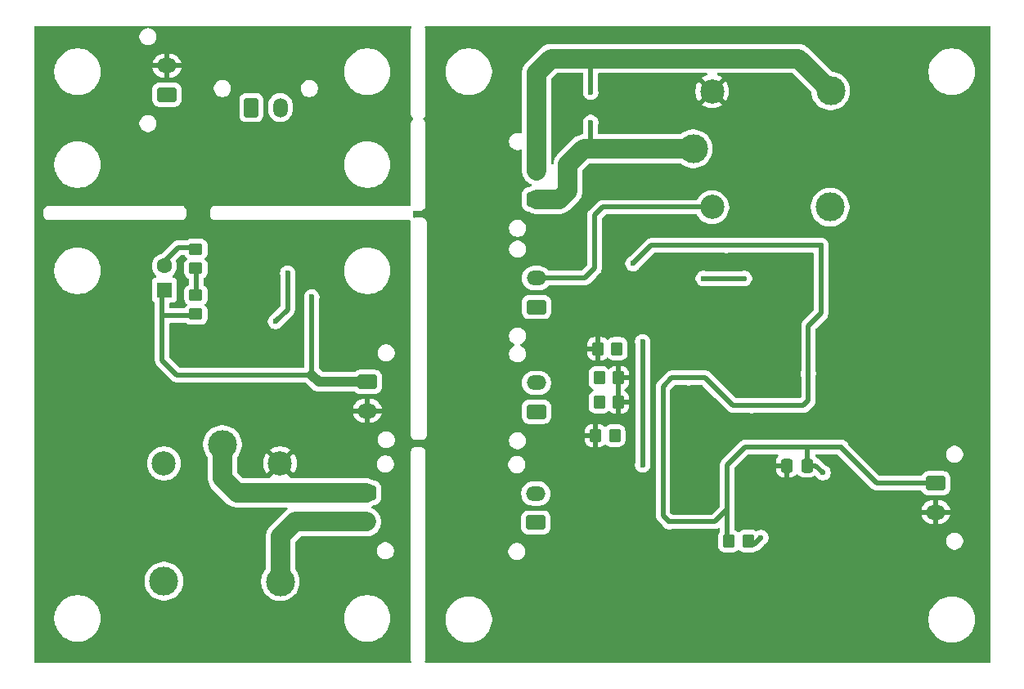
<source format=gbl>
G04 #@! TF.GenerationSoftware,KiCad,Pcbnew,9.0.1*
G04 #@! TF.CreationDate,2025-11-10T14:14:08+08:00*
G04 #@! TF.ProjectId,IMD_TSMS_latch_logic,494d445f-5453-44d5-935f-6c617463685f,rev?*
G04 #@! TF.SameCoordinates,Original*
G04 #@! TF.FileFunction,Copper,L2,Bot*
G04 #@! TF.FilePolarity,Positive*
%FSLAX46Y46*%
G04 Gerber Fmt 4.6, Leading zero omitted, Abs format (unit mm)*
G04 Created by KiCad (PCBNEW 9.0.1) date 2025-11-10 14:14:08*
%MOMM*%
%LPD*%
G01*
G04 APERTURE LIST*
G04 Aperture macros list*
%AMRoundRect*
0 Rectangle with rounded corners*
0 $1 Rounding radius*
0 $2 $3 $4 $5 $6 $7 $8 $9 X,Y pos of 4 corners*
0 Add a 4 corners polygon primitive as box body*
4,1,4,$2,$3,$4,$5,$6,$7,$8,$9,$2,$3,0*
0 Add four circle primitives for the rounded corners*
1,1,$1+$1,$2,$3*
1,1,$1+$1,$4,$5*
1,1,$1+$1,$6,$7*
1,1,$1+$1,$8,$9*
0 Add four rect primitives between the rounded corners*
20,1,$1+$1,$2,$3,$4,$5,0*
20,1,$1+$1,$4,$5,$6,$7,0*
20,1,$1+$1,$6,$7,$8,$9,0*
20,1,$1+$1,$8,$9,$2,$3,0*%
G04 Aperture macros list end*
G04 #@! TA.AperFunction,ComponentPad*
%ADD10O,2.020000X1.500000*%
G04 #@! TD*
G04 #@! TA.AperFunction,ComponentPad*
%ADD11RoundRect,0.250001X0.759999X-0.499999X0.759999X0.499999X-0.759999X0.499999X-0.759999X-0.499999X0*%
G04 #@! TD*
G04 #@! TA.AperFunction,SMDPad,CuDef*
%ADD12RoundRect,0.250000X0.337500X0.475000X-0.337500X0.475000X-0.337500X-0.475000X0.337500X-0.475000X0*%
G04 #@! TD*
G04 #@! TA.AperFunction,SMDPad,CuDef*
%ADD13RoundRect,0.250000X0.450000X-0.350000X0.450000X0.350000X-0.450000X0.350000X-0.450000X-0.350000X0*%
G04 #@! TD*
G04 #@! TA.AperFunction,SMDPad,CuDef*
%ADD14RoundRect,0.250000X-0.450000X0.350000X-0.450000X-0.350000X0.450000X-0.350000X0.450000X0.350000X0*%
G04 #@! TD*
G04 #@! TA.AperFunction,SMDPad,CuDef*
%ADD15RoundRect,0.250000X-0.350000X-0.450000X0.350000X-0.450000X0.350000X0.450000X-0.350000X0.450000X0*%
G04 #@! TD*
G04 #@! TA.AperFunction,ComponentPad*
%ADD16R,1.600000X1.600000*%
G04 #@! TD*
G04 #@! TA.AperFunction,ComponentPad*
%ADD17C,1.600000*%
G04 #@! TD*
G04 #@! TA.AperFunction,ComponentPad*
%ADD18C,3.000000*%
G04 #@! TD*
G04 #@! TA.AperFunction,ComponentPad*
%ADD19C,2.500000*%
G04 #@! TD*
G04 #@! TA.AperFunction,ComponentPad*
%ADD20RoundRect,0.250001X-0.759999X0.499999X-0.759999X-0.499999X0.759999X-0.499999X0.759999X0.499999X0*%
G04 #@! TD*
G04 #@! TA.AperFunction,ComponentPad*
%ADD21RoundRect,0.250001X-0.499999X-0.759999X0.499999X-0.759999X0.499999X0.759999X-0.499999X0.759999X0*%
G04 #@! TD*
G04 #@! TA.AperFunction,ComponentPad*
%ADD22O,1.500000X2.020000*%
G04 #@! TD*
G04 #@! TA.AperFunction,ViaPad*
%ADD23C,0.600000*%
G04 #@! TD*
G04 #@! TA.AperFunction,Conductor*
%ADD24C,0.500000*%
G04 #@! TD*
G04 #@! TA.AperFunction,Conductor*
%ADD25C,0.250000*%
G04 #@! TD*
G04 #@! TA.AperFunction,Conductor*
%ADD26C,1.000000*%
G04 #@! TD*
G04 #@! TA.AperFunction,Conductor*
%ADD27C,2.000000*%
G04 #@! TD*
G04 APERTURE END LIST*
D10*
X132435600Y-119075200D03*
D11*
X132435600Y-122075200D03*
D12*
X160502600Y-116179600D03*
X158427600Y-116179600D03*
D13*
X97250000Y-95750000D03*
X97250000Y-93750000D03*
D14*
X97250000Y-98500000D03*
X97250000Y-100500000D03*
D15*
X138602500Y-113067500D03*
X140602500Y-113067500D03*
X138852500Y-104067500D03*
X140852500Y-104067500D03*
X139005000Y-109600000D03*
X141005000Y-109600000D03*
X139005000Y-107100000D03*
X141005000Y-107100000D03*
X152416000Y-124002800D03*
X154416000Y-124002800D03*
D16*
X94000000Y-98000000D03*
D17*
X94000000Y-95500000D03*
D18*
X148755000Y-83350000D03*
D19*
X150705000Y-89400000D03*
D18*
X162905000Y-89400000D03*
X162955000Y-77350000D03*
D19*
X150705000Y-77400000D03*
D20*
X115000000Y-107500000D03*
D10*
X115000000Y-110500000D03*
D11*
X132500000Y-99750000D03*
D10*
X132500000Y-96750000D03*
D21*
X103000000Y-79085000D03*
D22*
X106000000Y-79085000D03*
D11*
X132505000Y-88600000D03*
D10*
X132505000Y-85600000D03*
D20*
X114915000Y-119000000D03*
D10*
X114915000Y-122000000D03*
D20*
X173837600Y-118005600D03*
D10*
X173837600Y-121005600D03*
D18*
X100000000Y-114000000D03*
D19*
X93950000Y-115950000D03*
D18*
X93950000Y-128150000D03*
X106000000Y-128200000D03*
D19*
X105950000Y-115950000D03*
D11*
X132505000Y-110600000D03*
D10*
X132505000Y-107600000D03*
D11*
X94250000Y-77750000D03*
D10*
X94250000Y-74750000D03*
D23*
X156083000Y-116535200D03*
X162164800Y-116916200D03*
X155740100Y-123634500D03*
X146278600Y-121996200D03*
X100100000Y-84385000D03*
X102717500Y-84682500D03*
X92262500Y-110162500D03*
X154755000Y-112505000D03*
X140902500Y-101467500D03*
X104000000Y-105250000D03*
X89500000Y-104000000D03*
X109250000Y-96284400D03*
X95750000Y-98250000D03*
X158800000Y-100000000D03*
X99190000Y-93630000D03*
X149755000Y-98850000D03*
X95750000Y-96000000D03*
X140902500Y-93282500D03*
X105450000Y-96800000D03*
X109250000Y-109215600D03*
X97805000Y-103350000D03*
X154755000Y-109965000D03*
X109256900Y-106784400D03*
X152185600Y-93356900D03*
X109243100Y-98715600D03*
X160657500Y-106632500D03*
X161970600Y-93356900D03*
X142500000Y-95250000D03*
X148270000Y-107080000D03*
X143505000Y-103350000D03*
X143505000Y-116100000D03*
X154030000Y-96790000D03*
X149780000Y-96790000D03*
X138125000Y-80640000D03*
X138125000Y-77500000D03*
X138740000Y-107080000D03*
X106750000Y-96250000D03*
X105500000Y-101250000D03*
X138740000Y-109620000D03*
X140880000Y-104100000D03*
X140727500Y-113067500D03*
D24*
X152273000Y-123859800D02*
X152416000Y-124002800D01*
X152273000Y-120727000D02*
X152273000Y-123859800D01*
X155054300Y-124320300D02*
X155740100Y-123634500D01*
D25*
X155740100Y-123532900D02*
X155740100Y-123634500D01*
D24*
X154673300Y-124320300D02*
X155054300Y-124320300D01*
X167740200Y-118007000D02*
X173795400Y-118007000D01*
X164084000Y-114350800D02*
X167740200Y-118007000D01*
X164084000Y-114249200D02*
X164084000Y-114350800D01*
X160680400Y-114249200D02*
X164084000Y-114249200D01*
X158427600Y-116179600D02*
X156438600Y-116179600D01*
X156438600Y-116179600D02*
X156083000Y-116535200D01*
X161428200Y-116179600D02*
X162164800Y-116916200D01*
X160502600Y-116179600D02*
X161428200Y-116179600D01*
X160502600Y-114427000D02*
X160502600Y-116179600D01*
X160680400Y-114249200D02*
X160502600Y-114427000D01*
X154127200Y-114249200D02*
X160680400Y-114249200D01*
X152273000Y-120727000D02*
X152273000Y-116103400D01*
X151000000Y-122000000D02*
X152273000Y-120727000D01*
X149814800Y-122000000D02*
X151000000Y-122000000D01*
X146278600Y-121996200D02*
X149811000Y-121996200D01*
X146525000Y-107080000D02*
X148270000Y-107080000D01*
X145605000Y-108000000D02*
X146525000Y-107080000D01*
X145605000Y-121355000D02*
X145605000Y-108000000D01*
X146274800Y-122000000D02*
X146250000Y-122000000D01*
X152273000Y-116103400D02*
X154127200Y-114249200D01*
X146278600Y-121996200D02*
X146274800Y-122000000D01*
X149811000Y-121996200D02*
X149814800Y-122000000D01*
X146250000Y-122000000D02*
X145605000Y-121355000D01*
X109256900Y-98729400D02*
X109243100Y-98715600D01*
X109256900Y-106784400D02*
X95284400Y-106784400D01*
X148270000Y-107080000D02*
X149985000Y-107080000D01*
X152185600Y-93356900D02*
X161970600Y-93356900D01*
X161970600Y-100384400D02*
X161970600Y-93356900D01*
X160657500Y-101697500D02*
X161970600Y-100384400D01*
X160657500Y-106632500D02*
X160657500Y-101697500D01*
X149985000Y-107080000D02*
X152870000Y-109965000D01*
X142500000Y-95250000D02*
X144393100Y-93356900D01*
X109256900Y-106784400D02*
X109256900Y-98729400D01*
X93750000Y-100750000D02*
X93750000Y-98250000D01*
D26*
X109972500Y-107500000D02*
X109256900Y-106784400D01*
D24*
X97217500Y-100652500D02*
X93847500Y-100652500D01*
X93750000Y-98250000D02*
X94000000Y-98000000D01*
X93847500Y-100652500D02*
X93750000Y-100750000D01*
X160657500Y-109447500D02*
X160657500Y-106632500D01*
X154755000Y-109965000D02*
X160140000Y-109965000D01*
D26*
X109972500Y-107500000D02*
X115000000Y-107500000D01*
D24*
X152870000Y-109965000D02*
X154755000Y-109965000D01*
X93750000Y-105250000D02*
X93750000Y-100750000D01*
X160140000Y-109965000D02*
X160657500Y-109447500D01*
X95284400Y-106784400D02*
X93750000Y-105250000D01*
X144393100Y-93356900D02*
X152185600Y-93356900D01*
X94000000Y-95000000D02*
X93750000Y-95000000D01*
X95402500Y-93597500D02*
X94000000Y-95000000D01*
X97282500Y-93597500D02*
X95402500Y-93597500D01*
X143505000Y-116100000D02*
X143505000Y-103350000D01*
X97282500Y-95902500D02*
X97282500Y-98282500D01*
X97282500Y-98282500D02*
X97217500Y-98347500D01*
X149780000Y-96790000D02*
X154030000Y-96790000D01*
D27*
X137400000Y-83350000D02*
X138000000Y-83350000D01*
X135750000Y-85000000D02*
X137400000Y-83350000D01*
X135750000Y-87750000D02*
X135750000Y-85000000D01*
D24*
X138000000Y-83350000D02*
X138125000Y-83225000D01*
D27*
X132505000Y-88600000D02*
X134900000Y-88600000D01*
X138000000Y-83350000D02*
X148755000Y-83350000D01*
X134900000Y-88600000D02*
X135750000Y-87750000D01*
D24*
X138125000Y-83225000D02*
X138125000Y-80640000D01*
D27*
X132505000Y-75495000D02*
X134000000Y-74000000D01*
D24*
X138125000Y-74125000D02*
X138125000Y-77500000D01*
D27*
X159605000Y-74000000D02*
X162955000Y-77350000D01*
X138000000Y-74000000D02*
X159605000Y-74000000D01*
D24*
X138000000Y-74000000D02*
X138125000Y-74125000D01*
D27*
X132505000Y-85600000D02*
X132505000Y-75495000D01*
X134000000Y-74000000D02*
X138000000Y-74000000D01*
D24*
X137500000Y-96750000D02*
X132500000Y-96750000D01*
X150705000Y-89400000D02*
X139350000Y-89400000D01*
X138500000Y-90250000D02*
X138500000Y-95750000D01*
X139350000Y-89400000D02*
X138500000Y-90250000D01*
X138500000Y-95750000D02*
X137500000Y-96750000D01*
D25*
X138792500Y-107132500D02*
X138740000Y-107080000D01*
X138852500Y-107132500D02*
X138792500Y-107132500D01*
D27*
X100000000Y-117500000D02*
X101500000Y-119000000D01*
X101500000Y-119000000D02*
X114915000Y-119000000D01*
X100000000Y-114000000D02*
X100000000Y-117500000D01*
D24*
X106750000Y-100000000D02*
X105500000Y-101250000D01*
X106750000Y-96250000D02*
X106750000Y-100000000D01*
D25*
X138752500Y-109632500D02*
X138740000Y-109620000D01*
X138852500Y-109632500D02*
X138752500Y-109632500D01*
X141005000Y-104100000D02*
X140880000Y-104100000D01*
X140755000Y-113100000D02*
X140755000Y-113095000D01*
X140755000Y-113095000D02*
X140727500Y-113067500D01*
D27*
X106000000Y-123500000D02*
X106000000Y-128200000D01*
X114915000Y-122000000D02*
X107500000Y-122000000D01*
X107500000Y-122000000D02*
X106000000Y-123500000D01*
G04 #@! TA.AperFunction,Conductor*
G36*
X96069965Y-94367685D02*
G01*
X96110299Y-94413862D01*
X96111395Y-94413187D01*
X96115185Y-94419331D01*
X96115186Y-94419334D01*
X96207288Y-94568656D01*
X96207289Y-94568657D01*
X96300951Y-94662319D01*
X96334436Y-94723642D01*
X96329452Y-94793334D01*
X96300951Y-94837681D01*
X96207289Y-94931342D01*
X96115187Y-95080663D01*
X96115186Y-95080666D01*
X96060001Y-95247203D01*
X96060001Y-95247204D01*
X96060000Y-95247204D01*
X96049500Y-95349983D01*
X96049500Y-96150001D01*
X96049501Y-96150019D01*
X96060000Y-96252796D01*
X96060001Y-96252799D01*
X96091289Y-96347219D01*
X96115186Y-96419334D01*
X96207288Y-96568656D01*
X96331344Y-96692712D01*
X96473097Y-96780145D01*
X96519821Y-96832091D01*
X96532000Y-96885683D01*
X96532000Y-97364316D01*
X96512315Y-97431355D01*
X96473098Y-97469853D01*
X96425212Y-97499390D01*
X96331342Y-97557289D01*
X96207289Y-97681342D01*
X96115187Y-97830663D01*
X96115186Y-97830666D01*
X96060001Y-97997203D01*
X96060001Y-97997204D01*
X96060000Y-97997204D01*
X96049500Y-98099983D01*
X96049500Y-98900001D01*
X96049501Y-98900019D01*
X96060000Y-99002796D01*
X96060001Y-99002799D01*
X96076809Y-99053520D01*
X96115186Y-99169334D01*
X96192136Y-99294091D01*
X96207289Y-99318657D01*
X96300951Y-99412319D01*
X96334436Y-99473642D01*
X96329452Y-99543334D01*
X96300951Y-99587681D01*
X96207289Y-99681342D01*
X96207288Y-99681344D01*
X96115899Y-99829511D01*
X96111395Y-99836813D01*
X96110273Y-99836121D01*
X96069140Y-99882842D01*
X96002926Y-99902000D01*
X94624500Y-99902000D01*
X94557461Y-99882315D01*
X94511706Y-99829511D01*
X94500500Y-99778000D01*
X94500500Y-99424499D01*
X94520185Y-99357460D01*
X94572989Y-99311705D01*
X94624500Y-99300499D01*
X94847871Y-99300499D01*
X94847872Y-99300499D01*
X94907483Y-99294091D01*
X95042331Y-99243796D01*
X95157546Y-99157546D01*
X95243796Y-99042331D01*
X95294091Y-98907483D01*
X95300500Y-98847873D01*
X95300499Y-97152128D01*
X95294091Y-97092517D01*
X95275557Y-97042826D01*
X95243797Y-96957671D01*
X95243793Y-96957664D01*
X95157547Y-96842455D01*
X95157544Y-96842452D01*
X95042335Y-96756206D01*
X95042328Y-96756202D01*
X94907479Y-96705907D01*
X94901959Y-96704603D01*
X94841244Y-96670029D01*
X94808859Y-96608118D01*
X94815086Y-96538527D01*
X94844984Y-96496621D01*
X94843774Y-96495411D01*
X94882012Y-96457173D01*
X94991966Y-96347219D01*
X94991968Y-96347215D01*
X94991971Y-96347213D01*
X95048090Y-96269970D01*
X95112287Y-96181610D01*
X95205220Y-95999219D01*
X95268477Y-95804534D01*
X95300500Y-95602352D01*
X95300500Y-95397648D01*
X95292952Y-95349991D01*
X95268477Y-95195465D01*
X95253801Y-95150300D01*
X95205220Y-95000781D01*
X95205217Y-95000775D01*
X95205216Y-95000772D01*
X95197302Y-94985240D01*
X95184404Y-94916572D01*
X95210679Y-94851831D01*
X95220095Y-94841271D01*
X95677048Y-94384319D01*
X95703975Y-94369615D01*
X95729794Y-94353023D01*
X95735994Y-94352131D01*
X95738371Y-94350834D01*
X95764729Y-94348000D01*
X96002926Y-94348000D01*
X96069965Y-94367685D01*
G37*
G04 #@! TD.AperFunction*
G04 #@! TA.AperFunction,Conductor*
G36*
X119493441Y-70640185D02*
G01*
X119539196Y-70692989D01*
X119549140Y-70762147D01*
X119536335Y-70799140D01*
X119536720Y-70799300D01*
X119534044Y-70805759D01*
X119533787Y-70806504D01*
X119533608Y-70806812D01*
X119499500Y-70934108D01*
X119499500Y-79815891D01*
X119533608Y-79943187D01*
X119565137Y-79997795D01*
X119599500Y-80057314D01*
X119599502Y-80057316D01*
X119692687Y-80150501D01*
X119694158Y-80151630D01*
X119695083Y-80152897D01*
X119698433Y-80156247D01*
X119697910Y-80156769D01*
X119735356Y-80208060D01*
X119739506Y-80277807D01*
X119705289Y-80338725D01*
X119694158Y-80348370D01*
X119692687Y-80349498D01*
X119599502Y-80442683D01*
X119599500Y-80442686D01*
X119533608Y-80556812D01*
X119499500Y-80684108D01*
X119499500Y-89137097D01*
X119479815Y-89204136D01*
X119427011Y-89249891D01*
X119357853Y-89259835D01*
X119343410Y-89256873D01*
X119327713Y-89252667D01*
X119315892Y-89249500D01*
X99315892Y-89249500D01*
X99184108Y-89249500D01*
X99056812Y-89283608D01*
X98942686Y-89349500D01*
X98942683Y-89349502D01*
X98849502Y-89442683D01*
X98849500Y-89442686D01*
X98783608Y-89556812D01*
X98783473Y-89557316D01*
X98749500Y-89684108D01*
X98749500Y-90315892D01*
X98761117Y-90359248D01*
X98783608Y-90443187D01*
X98816121Y-90499500D01*
X98849500Y-90557314D01*
X98942686Y-90650500D01*
X99056814Y-90716392D01*
X99184108Y-90750500D01*
X99184110Y-90750500D01*
X119315890Y-90750500D01*
X119315892Y-90750500D01*
X119359251Y-90738882D01*
X119429097Y-90740543D01*
X119486961Y-90779705D01*
X119514466Y-90843933D01*
X119511118Y-90890749D01*
X119499500Y-90934108D01*
X119499500Y-113065891D01*
X119533608Y-113193187D01*
X119561622Y-113241708D01*
X119599500Y-113307314D01*
X119692686Y-113400500D01*
X119806814Y-113466392D01*
X119934108Y-113500500D01*
X119934110Y-113500500D01*
X120716290Y-113500500D01*
X120716292Y-113500500D01*
X120843586Y-113466392D01*
X120957714Y-113400500D01*
X121050900Y-113307314D01*
X121116792Y-113193186D01*
X121150900Y-113065892D01*
X121150900Y-112567513D01*
X137502500Y-112567513D01*
X137502500Y-112817500D01*
X138352500Y-112817500D01*
X138352500Y-111867500D01*
X138852500Y-111867500D01*
X138852500Y-114267499D01*
X139002472Y-114267499D01*
X139002486Y-114267498D01*
X139105197Y-114257005D01*
X139271619Y-114201858D01*
X139271624Y-114201856D01*
X139420842Y-114109817D01*
X139514464Y-114016195D01*
X139575787Y-113982710D01*
X139645479Y-113987694D01*
X139689827Y-114016195D01*
X139783844Y-114110212D01*
X139933166Y-114202314D01*
X140099703Y-114257499D01*
X140202491Y-114268000D01*
X141002508Y-114267999D01*
X141002516Y-114267998D01*
X141002519Y-114267998D01*
X141058802Y-114262248D01*
X141105297Y-114257499D01*
X141271834Y-114202314D01*
X141421156Y-114110212D01*
X141545212Y-113986156D01*
X141637314Y-113836834D01*
X141692499Y-113670297D01*
X141703000Y-113567509D01*
X141702999Y-112567492D01*
X141692499Y-112464703D01*
X141637314Y-112298166D01*
X141545212Y-112148844D01*
X141421156Y-112024788D01*
X141271834Y-111932686D01*
X141105297Y-111877501D01*
X141105295Y-111877500D01*
X141002510Y-111867000D01*
X140202498Y-111867000D01*
X140202480Y-111867001D01*
X140099703Y-111877500D01*
X140099700Y-111877501D01*
X139933168Y-111932685D01*
X139933163Y-111932687D01*
X139783845Y-112024787D01*
X139689827Y-112118805D01*
X139628503Y-112152289D01*
X139558812Y-112147305D01*
X139514465Y-112118804D01*
X139420845Y-112025184D01*
X139271624Y-111933143D01*
X139271619Y-111933141D01*
X139105197Y-111877994D01*
X139105190Y-111877993D01*
X139002486Y-111867500D01*
X138852500Y-111867500D01*
X138352500Y-111867500D01*
X138202527Y-111867500D01*
X138202512Y-111867501D01*
X138099802Y-111877994D01*
X137933380Y-111933141D01*
X137933375Y-111933143D01*
X137784154Y-112025184D01*
X137660184Y-112149154D01*
X137568143Y-112298375D01*
X137568141Y-112298380D01*
X137512994Y-112464802D01*
X137512993Y-112464809D01*
X137502500Y-112567513D01*
X121150900Y-112567513D01*
X121150900Y-110049984D01*
X130994500Y-110049984D01*
X130994500Y-111150015D01*
X131005000Y-111252795D01*
X131005001Y-111252796D01*
X131060186Y-111419335D01*
X131060187Y-111419337D01*
X131152286Y-111568651D01*
X131152289Y-111568655D01*
X131276344Y-111692710D01*
X131276348Y-111692713D01*
X131425662Y-111784812D01*
X131425664Y-111784813D01*
X131425666Y-111784814D01*
X131592203Y-111839999D01*
X131694992Y-111850500D01*
X131694997Y-111850500D01*
X133315003Y-111850500D01*
X133315008Y-111850500D01*
X133417797Y-111839999D01*
X133584334Y-111784814D01*
X133733655Y-111692711D01*
X133857711Y-111568655D01*
X133949814Y-111419334D01*
X134004999Y-111252797D01*
X134015500Y-111150008D01*
X134015500Y-110049992D01*
X134004999Y-109947203D01*
X133949814Y-109780666D01*
X133902838Y-109704507D01*
X133857713Y-109631348D01*
X133857710Y-109631344D01*
X133733655Y-109507289D01*
X133733651Y-109507286D01*
X133584337Y-109415187D01*
X133584335Y-109415186D01*
X133501065Y-109387593D01*
X133417797Y-109360001D01*
X133417795Y-109360000D01*
X133315015Y-109349500D01*
X133315008Y-109349500D01*
X131694992Y-109349500D01*
X131694984Y-109349500D01*
X131592204Y-109360000D01*
X131592203Y-109360001D01*
X131425664Y-109415186D01*
X131425662Y-109415187D01*
X131276348Y-109507286D01*
X131276344Y-109507289D01*
X131152289Y-109631344D01*
X131152286Y-109631348D01*
X131060187Y-109780662D01*
X131060186Y-109780664D01*
X131005001Y-109947203D01*
X131005000Y-109947204D01*
X130994500Y-110049984D01*
X121150900Y-110049984D01*
X121150900Y-107501577D01*
X130994500Y-107501577D01*
X130994500Y-107698422D01*
X131025290Y-107892826D01*
X131086117Y-108080029D01*
X131166413Y-108237617D01*
X131175476Y-108255405D01*
X131291172Y-108414646D01*
X131430354Y-108553828D01*
X131589595Y-108669524D01*
X131619600Y-108684812D01*
X131764970Y-108758882D01*
X131764972Y-108758882D01*
X131764975Y-108758884D01*
X131865317Y-108791487D01*
X131952173Y-108819709D01*
X132146578Y-108850500D01*
X132146583Y-108850500D01*
X132863422Y-108850500D01*
X133057826Y-108819709D01*
X133245025Y-108758884D01*
X133420405Y-108669524D01*
X133579646Y-108553828D01*
X133718828Y-108414646D01*
X133834524Y-108255405D01*
X133923884Y-108080025D01*
X133984709Y-107892826D01*
X133986661Y-107880499D01*
X134015500Y-107698422D01*
X134015500Y-107501577D01*
X133984709Y-107307173D01*
X133923882Y-107119970D01*
X133837276Y-106949997D01*
X133834524Y-106944595D01*
X133718828Y-106785354D01*
X133579646Y-106646172D01*
X133516073Y-106599983D01*
X137904500Y-106599983D01*
X137904500Y-107600001D01*
X137904501Y-107600019D01*
X137915000Y-107702796D01*
X137915001Y-107702799D01*
X137970185Y-107869331D01*
X137970187Y-107869336D01*
X137977073Y-107880500D01*
X138062288Y-108018656D01*
X138186344Y-108142712D01*
X138335666Y-108234814D01*
X138335667Y-108234814D01*
X138335670Y-108234816D01*
X138341677Y-108237617D01*
X138394117Y-108283788D01*
X138413271Y-108350981D01*
X138393057Y-108417862D01*
X138341677Y-108462383D01*
X138335670Y-108465183D01*
X138186342Y-108557289D01*
X138062289Y-108681342D01*
X137970187Y-108830663D01*
X137970185Y-108830668D01*
X137942349Y-108914670D01*
X137915001Y-108997203D01*
X137915001Y-108997204D01*
X137915000Y-108997204D01*
X137904500Y-109099983D01*
X137904500Y-110100001D01*
X137904501Y-110100019D01*
X137915000Y-110202796D01*
X137915001Y-110202799D01*
X137970115Y-110369119D01*
X137970186Y-110369334D01*
X138062288Y-110518656D01*
X138186344Y-110642712D01*
X138335666Y-110734814D01*
X138502203Y-110789999D01*
X138604991Y-110800500D01*
X139405008Y-110800499D01*
X139405016Y-110800498D01*
X139405019Y-110800498D01*
X139481199Y-110792716D01*
X139507797Y-110789999D01*
X139674334Y-110734814D01*
X139823656Y-110642712D01*
X139917675Y-110548692D01*
X139978994Y-110515210D01*
X140048686Y-110520194D01*
X140093034Y-110548695D01*
X140186654Y-110642315D01*
X140335875Y-110734356D01*
X140335880Y-110734358D01*
X140502302Y-110789505D01*
X140502309Y-110789506D01*
X140605019Y-110799999D01*
X140754999Y-110799999D01*
X141255000Y-110799999D01*
X141404972Y-110799999D01*
X141404986Y-110799998D01*
X141507697Y-110789505D01*
X141674119Y-110734358D01*
X141674124Y-110734356D01*
X141823345Y-110642315D01*
X141947315Y-110518345D01*
X142039356Y-110369124D01*
X142039358Y-110369119D01*
X142094505Y-110202697D01*
X142094506Y-110202690D01*
X142104999Y-110099986D01*
X142105000Y-110099973D01*
X142105000Y-109850000D01*
X141255000Y-109850000D01*
X141255000Y-110799999D01*
X140754999Y-110799999D01*
X140755000Y-110799998D01*
X140755000Y-109350000D01*
X141255000Y-109350000D01*
X142104999Y-109350000D01*
X142104999Y-109100028D01*
X142104998Y-109100013D01*
X142094505Y-108997302D01*
X142039358Y-108830880D01*
X142039356Y-108830875D01*
X141947315Y-108681654D01*
X141823345Y-108557684D01*
X141674124Y-108465643D01*
X141667579Y-108462592D01*
X141668894Y-108459771D01*
X141622915Y-108427947D01*
X141596083Y-108363435D01*
X141608388Y-108294657D01*
X141655924Y-108243451D01*
X141667855Y-108238001D01*
X141667579Y-108237408D01*
X141674124Y-108234356D01*
X141823345Y-108142315D01*
X141947315Y-108018345D01*
X142039356Y-107869124D01*
X142039358Y-107869119D01*
X142094505Y-107702697D01*
X142094506Y-107702690D01*
X142104999Y-107599986D01*
X142105000Y-107599973D01*
X142105000Y-107350000D01*
X141255000Y-107350000D01*
X141255000Y-109350000D01*
X140755000Y-109350000D01*
X140755000Y-106850000D01*
X141255000Y-106850000D01*
X142104999Y-106850000D01*
X142104999Y-106600028D01*
X142104998Y-106600013D01*
X142094505Y-106497302D01*
X142039358Y-106330880D01*
X142039356Y-106330875D01*
X141947315Y-106181654D01*
X141823345Y-106057684D01*
X141674124Y-105965643D01*
X141674119Y-105965641D01*
X141507697Y-105910494D01*
X141507690Y-105910493D01*
X141404986Y-105900000D01*
X141255000Y-105900000D01*
X141255000Y-106850000D01*
X140755000Y-106850000D01*
X140755000Y-105900000D01*
X140605027Y-105900000D01*
X140605012Y-105900001D01*
X140502302Y-105910494D01*
X140335880Y-105965641D01*
X140335875Y-105965643D01*
X140186657Y-106057682D01*
X140093034Y-106151305D01*
X140031710Y-106184789D01*
X139962019Y-106179805D01*
X139917672Y-106151304D01*
X139823657Y-106057289D01*
X139823656Y-106057288D01*
X139674334Y-105965186D01*
X139507797Y-105910001D01*
X139507795Y-105910000D01*
X139405010Y-105899500D01*
X138604998Y-105899500D01*
X138604980Y-105899501D01*
X138502203Y-105910000D01*
X138502200Y-105910001D01*
X138335668Y-105965185D01*
X138335663Y-105965187D01*
X138186342Y-106057289D01*
X138062289Y-106181342D01*
X137970187Y-106330663D01*
X137970185Y-106330668D01*
X137970115Y-106330880D01*
X137915001Y-106497203D01*
X137915001Y-106497204D01*
X137915000Y-106497204D01*
X137904500Y-106599983D01*
X133516073Y-106599983D01*
X133420405Y-106530476D01*
X133359611Y-106499500D01*
X133245029Y-106441117D01*
X133057826Y-106380290D01*
X132863422Y-106349500D01*
X132863417Y-106349500D01*
X132146583Y-106349500D01*
X132146578Y-106349500D01*
X131952173Y-106380290D01*
X131764970Y-106441117D01*
X131589594Y-106530476D01*
X131498741Y-106596485D01*
X131430354Y-106646172D01*
X131430352Y-106646174D01*
X131430351Y-106646174D01*
X131291174Y-106785351D01*
X131291174Y-106785352D01*
X131291172Y-106785354D01*
X131246236Y-106847203D01*
X131175476Y-106944594D01*
X131086117Y-107119970D01*
X131025290Y-107307173D01*
X130994500Y-107501577D01*
X121150900Y-107501577D01*
X121150900Y-102662781D01*
X129654500Y-102662781D01*
X129654500Y-102837218D01*
X129688527Y-103008283D01*
X129688529Y-103008291D01*
X129755278Y-103169439D01*
X129755283Y-103169448D01*
X129852186Y-103314473D01*
X129852189Y-103314477D01*
X129975522Y-103437810D01*
X129975526Y-103437813D01*
X130120551Y-103534716D01*
X130120564Y-103534723D01*
X130185147Y-103561474D01*
X130239551Y-103605315D01*
X130261616Y-103671609D01*
X130244337Y-103739308D01*
X130193200Y-103786919D01*
X130185149Y-103790596D01*
X130125558Y-103815280D01*
X130125551Y-103815283D01*
X129980526Y-103912186D01*
X129980522Y-103912189D01*
X129857189Y-104035522D01*
X129857186Y-104035526D01*
X129760283Y-104180551D01*
X129760278Y-104180560D01*
X129693529Y-104341708D01*
X129693527Y-104341716D01*
X129659500Y-104512781D01*
X129659500Y-104687218D01*
X129693527Y-104858283D01*
X129693529Y-104858291D01*
X129760278Y-105019439D01*
X129760283Y-105019448D01*
X129857186Y-105164473D01*
X129857189Y-105164477D01*
X129980522Y-105287810D01*
X129980526Y-105287813D01*
X130125551Y-105384716D01*
X130125560Y-105384721D01*
X130127441Y-105385500D01*
X130286709Y-105451471D01*
X130457781Y-105485499D01*
X130457785Y-105485500D01*
X130457786Y-105485500D01*
X130632215Y-105485500D01*
X130632216Y-105485499D01*
X130803291Y-105451471D01*
X130964442Y-105384720D01*
X131109474Y-105287813D01*
X131232813Y-105164474D01*
X131329720Y-105019442D01*
X131396471Y-104858291D01*
X131430500Y-104687214D01*
X131430500Y-104567486D01*
X137752501Y-104567486D01*
X137762994Y-104670197D01*
X137818141Y-104836619D01*
X137818143Y-104836624D01*
X137910184Y-104985845D01*
X138034154Y-105109815D01*
X138183375Y-105201856D01*
X138183380Y-105201858D01*
X138349802Y-105257005D01*
X138349809Y-105257006D01*
X138452519Y-105267499D01*
X138602499Y-105267499D01*
X138602500Y-105267498D01*
X138602500Y-104317500D01*
X137752501Y-104317500D01*
X137752501Y-104567486D01*
X131430500Y-104567486D01*
X131430500Y-104512786D01*
X131396471Y-104341709D01*
X131360987Y-104256043D01*
X131329721Y-104180560D01*
X131329716Y-104180551D01*
X131232813Y-104035526D01*
X131232810Y-104035522D01*
X131109477Y-103912189D01*
X131109473Y-103912186D01*
X130964448Y-103815283D01*
X130964438Y-103815278D01*
X130899851Y-103788525D01*
X130888672Y-103779516D01*
X130875117Y-103774786D01*
X130862010Y-103758031D01*
X130845448Y-103744684D01*
X130840914Y-103731061D01*
X130832068Y-103719753D01*
X130830100Y-103698572D01*
X130823383Y-103678389D01*
X130826933Y-103664477D01*
X130825606Y-103650183D01*
X130835400Y-103631303D01*
X130840662Y-103610690D01*
X130851780Y-103599731D01*
X130857782Y-103588163D01*
X130876501Y-103575365D01*
X130884469Y-103567513D01*
X137752500Y-103567513D01*
X137752500Y-103817500D01*
X138602500Y-103817500D01*
X138602500Y-102867500D01*
X139102500Y-102867500D01*
X139102500Y-105267499D01*
X139252472Y-105267499D01*
X139252486Y-105267498D01*
X139355197Y-105257005D01*
X139521619Y-105201858D01*
X139521624Y-105201856D01*
X139670842Y-105109817D01*
X139764464Y-105016195D01*
X139825787Y-104982710D01*
X139895479Y-104987694D01*
X139939827Y-105016195D01*
X140033844Y-105110212D01*
X140183166Y-105202314D01*
X140349703Y-105257499D01*
X140452491Y-105268000D01*
X141252508Y-105267999D01*
X141252516Y-105267998D01*
X141252519Y-105267998D01*
X141308802Y-105262248D01*
X141355297Y-105257499D01*
X141521834Y-105202314D01*
X141671156Y-105110212D01*
X141795212Y-104986156D01*
X141887314Y-104836834D01*
X141942499Y-104670297D01*
X141953000Y-104567509D01*
X141952999Y-103567492D01*
X141942499Y-103464703D01*
X141887314Y-103298166D01*
X141870652Y-103271153D01*
X142704500Y-103271153D01*
X142704500Y-103428846D01*
X142735261Y-103583489D01*
X142735263Y-103583497D01*
X142745061Y-103607151D01*
X142754500Y-103654604D01*
X142754500Y-115795396D01*
X142745062Y-115842844D01*
X142735263Y-115866503D01*
X142735262Y-115866506D01*
X142735260Y-115866511D01*
X142704500Y-116021153D01*
X142704500Y-116178846D01*
X142735261Y-116333489D01*
X142735264Y-116333501D01*
X142795602Y-116479172D01*
X142795609Y-116479185D01*
X142883210Y-116610288D01*
X142883213Y-116610292D01*
X142994707Y-116721786D01*
X142994711Y-116721789D01*
X143125814Y-116809390D01*
X143125827Y-116809397D01*
X143247802Y-116859920D01*
X143271503Y-116869737D01*
X143426153Y-116900499D01*
X143426156Y-116900500D01*
X143426158Y-116900500D01*
X143583844Y-116900500D01*
X143583845Y-116900499D01*
X143738497Y-116869737D01*
X143884179Y-116809394D01*
X144015289Y-116721789D01*
X144126789Y-116610289D01*
X144214394Y-116479179D01*
X144274737Y-116333497D01*
X144305500Y-116178842D01*
X144305500Y-116021158D01*
X144305500Y-116021155D01*
X144305499Y-116021153D01*
X144274739Y-115866511D01*
X144274738Y-115866508D01*
X144274737Y-115866503D01*
X144264937Y-115842844D01*
X144255500Y-115795396D01*
X144255500Y-103654604D01*
X144264939Y-103607151D01*
X144274737Y-103583497D01*
X144305500Y-103428842D01*
X144305500Y-103271158D01*
X144305500Y-103271155D01*
X144305499Y-103271153D01*
X144285267Y-103169442D01*
X144274737Y-103116503D01*
X144236748Y-103024788D01*
X144214397Y-102970827D01*
X144214390Y-102970814D01*
X144126789Y-102839711D01*
X144126786Y-102839707D01*
X144015292Y-102728213D01*
X144015288Y-102728210D01*
X143884185Y-102640609D01*
X143884172Y-102640602D01*
X143738501Y-102580264D01*
X143738489Y-102580261D01*
X143583845Y-102549500D01*
X143583842Y-102549500D01*
X143426158Y-102549500D01*
X143426155Y-102549500D01*
X143271510Y-102580261D01*
X143271498Y-102580264D01*
X143125827Y-102640602D01*
X143125814Y-102640609D01*
X142994711Y-102728210D01*
X142994707Y-102728213D01*
X142883213Y-102839707D01*
X142883210Y-102839711D01*
X142795609Y-102970814D01*
X142795602Y-102970827D01*
X142735264Y-103116498D01*
X142735261Y-103116510D01*
X142704500Y-103271153D01*
X141870652Y-103271153D01*
X141795212Y-103148844D01*
X141671156Y-103024788D01*
X141521834Y-102932686D01*
X141355297Y-102877501D01*
X141355295Y-102877500D01*
X141252510Y-102867000D01*
X140452498Y-102867000D01*
X140452480Y-102867001D01*
X140349703Y-102877500D01*
X140349700Y-102877501D01*
X140183168Y-102932685D01*
X140183163Y-102932687D01*
X140033845Y-103024787D01*
X139939827Y-103118805D01*
X139878503Y-103152289D01*
X139808812Y-103147305D01*
X139764465Y-103118804D01*
X139670845Y-103025184D01*
X139521624Y-102933143D01*
X139521619Y-102933141D01*
X139355197Y-102877994D01*
X139355190Y-102877993D01*
X139252486Y-102867500D01*
X139102500Y-102867500D01*
X138602500Y-102867500D01*
X138452527Y-102867500D01*
X138452512Y-102867501D01*
X138349802Y-102877994D01*
X138183380Y-102933141D01*
X138183375Y-102933143D01*
X138034154Y-103025184D01*
X137910184Y-103149154D01*
X137818143Y-103298375D01*
X137818141Y-103298380D01*
X137762994Y-103464802D01*
X137762993Y-103464809D01*
X137752500Y-103567513D01*
X130884469Y-103567513D01*
X130885581Y-103566417D01*
X130892485Y-103562454D01*
X130959442Y-103534720D01*
X131104474Y-103437813D01*
X131227813Y-103314474D01*
X131324720Y-103169442D01*
X131391471Y-103008291D01*
X131425500Y-102837214D01*
X131425500Y-102662786D01*
X131391471Y-102491709D01*
X131324720Y-102330558D01*
X131324719Y-102330557D01*
X131324716Y-102330551D01*
X131227813Y-102185526D01*
X131227810Y-102185522D01*
X131104477Y-102062189D01*
X131104473Y-102062186D01*
X130959448Y-101965283D01*
X130959439Y-101965278D01*
X130798291Y-101898529D01*
X130798283Y-101898527D01*
X130627218Y-101864500D01*
X130627214Y-101864500D01*
X130452786Y-101864500D01*
X130452781Y-101864500D01*
X130281716Y-101898527D01*
X130281708Y-101898529D01*
X130120560Y-101965278D01*
X130120551Y-101965283D01*
X129975526Y-102062186D01*
X129975522Y-102062189D01*
X129852189Y-102185522D01*
X129852186Y-102185526D01*
X129755283Y-102330551D01*
X129755278Y-102330560D01*
X129688529Y-102491708D01*
X129688527Y-102491716D01*
X129654500Y-102662781D01*
X121150900Y-102662781D01*
X121150900Y-99199984D01*
X130989500Y-99199984D01*
X130989500Y-100300015D01*
X131000000Y-100402795D01*
X131000001Y-100402796D01*
X131055186Y-100569335D01*
X131055187Y-100569337D01*
X131147286Y-100718651D01*
X131147289Y-100718655D01*
X131271344Y-100842710D01*
X131271348Y-100842713D01*
X131420662Y-100934812D01*
X131420664Y-100934813D01*
X131420666Y-100934814D01*
X131587203Y-100989999D01*
X131689992Y-101000500D01*
X131689997Y-101000500D01*
X133310003Y-101000500D01*
X133310008Y-101000500D01*
X133412797Y-100989999D01*
X133579334Y-100934814D01*
X133728655Y-100842711D01*
X133852711Y-100718655D01*
X133944814Y-100569334D01*
X133999999Y-100402797D01*
X134010500Y-100300008D01*
X134010500Y-99199992D01*
X133999999Y-99097203D01*
X133944814Y-98930666D01*
X133930514Y-98907483D01*
X133852713Y-98781348D01*
X133852710Y-98781344D01*
X133728655Y-98657289D01*
X133728651Y-98657286D01*
X133579337Y-98565187D01*
X133579335Y-98565186D01*
X133496065Y-98537593D01*
X133412797Y-98510001D01*
X133412795Y-98510000D01*
X133310015Y-98499500D01*
X133310008Y-98499500D01*
X131689992Y-98499500D01*
X131689984Y-98499500D01*
X131587204Y-98510000D01*
X131587203Y-98510001D01*
X131420664Y-98565186D01*
X131420662Y-98565187D01*
X131271348Y-98657286D01*
X131271344Y-98657289D01*
X131147289Y-98781344D01*
X131147286Y-98781348D01*
X131055187Y-98930662D01*
X131055186Y-98930664D01*
X131000001Y-99097203D01*
X131000000Y-99097204D01*
X130989500Y-99199984D01*
X121150900Y-99199984D01*
X121150900Y-96651577D01*
X130989500Y-96651577D01*
X130989500Y-96848422D01*
X131020290Y-97042826D01*
X131081117Y-97230029D01*
X131163284Y-97391289D01*
X131170476Y-97405405D01*
X131286172Y-97564646D01*
X131425354Y-97703828D01*
X131584595Y-97819524D01*
X131667455Y-97861743D01*
X131759970Y-97908882D01*
X131759972Y-97908882D01*
X131759975Y-97908884D01*
X131860317Y-97941487D01*
X131947173Y-97969709D01*
X132141578Y-98000500D01*
X132141583Y-98000500D01*
X132858422Y-98000500D01*
X133052826Y-97969709D01*
X133080128Y-97960838D01*
X133240025Y-97908884D01*
X133415405Y-97819524D01*
X133574646Y-97703828D01*
X133713828Y-97564646D01*
X133723297Y-97551612D01*
X133778628Y-97508948D01*
X133823614Y-97500500D01*
X137573920Y-97500500D01*
X137671462Y-97481096D01*
X137718913Y-97471658D01*
X137855495Y-97415084D01*
X137928259Y-97366465D01*
X137978416Y-97332952D01*
X138526554Y-96784814D01*
X138600215Y-96711153D01*
X148979500Y-96711153D01*
X148979500Y-96868846D01*
X149010261Y-97023489D01*
X149010264Y-97023501D01*
X149070602Y-97169172D01*
X149070609Y-97169185D01*
X149158210Y-97300288D01*
X149158213Y-97300292D01*
X149269707Y-97411786D01*
X149269711Y-97411789D01*
X149400814Y-97499390D01*
X149400827Y-97499397D01*
X149540593Y-97557289D01*
X149546503Y-97559737D01*
X149701153Y-97590499D01*
X149701156Y-97590500D01*
X149701158Y-97590500D01*
X149858844Y-97590500D01*
X149858845Y-97590499D01*
X149935152Y-97575320D01*
X150013488Y-97559739D01*
X150013489Y-97559738D01*
X150013497Y-97559737D01*
X150037155Y-97549937D01*
X150084604Y-97540500D01*
X153725396Y-97540500D01*
X153772844Y-97549937D01*
X153796503Y-97559737D01*
X153796508Y-97559738D01*
X153796511Y-97559739D01*
X153951153Y-97590499D01*
X153951156Y-97590500D01*
X153951158Y-97590500D01*
X154108844Y-97590500D01*
X154108845Y-97590499D01*
X154263497Y-97559737D01*
X154383706Y-97509945D01*
X154409172Y-97499397D01*
X154409172Y-97499396D01*
X154409179Y-97499394D01*
X154540289Y-97411789D01*
X154651789Y-97300289D01*
X154739394Y-97169179D01*
X154799737Y-97023497D01*
X154830500Y-96868842D01*
X154830500Y-96711158D01*
X154830500Y-96711155D01*
X154830499Y-96711153D01*
X154829456Y-96705909D01*
X154799737Y-96556503D01*
X154779295Y-96507151D01*
X154739397Y-96410827D01*
X154739390Y-96410814D01*
X154651789Y-96279711D01*
X154651786Y-96279707D01*
X154540292Y-96168213D01*
X154540288Y-96168210D01*
X154409185Y-96080609D01*
X154409172Y-96080602D01*
X154263501Y-96020264D01*
X154263489Y-96020261D01*
X154108845Y-95989500D01*
X154108842Y-95989500D01*
X153951158Y-95989500D01*
X153951155Y-95989500D01*
X153796511Y-96020260D01*
X153796506Y-96020262D01*
X153796504Y-96020262D01*
X153796503Y-96020263D01*
X153772844Y-96030062D01*
X153725396Y-96039500D01*
X150084604Y-96039500D01*
X150037155Y-96030062D01*
X150013497Y-96020263D01*
X150013493Y-96020262D01*
X150013488Y-96020260D01*
X149858845Y-95989500D01*
X149858842Y-95989500D01*
X149701158Y-95989500D01*
X149701155Y-95989500D01*
X149546510Y-96020261D01*
X149546498Y-96020264D01*
X149400827Y-96080602D01*
X149400814Y-96080609D01*
X149269711Y-96168210D01*
X149269707Y-96168213D01*
X149158213Y-96279707D01*
X149158210Y-96279711D01*
X149070609Y-96410814D01*
X149070602Y-96410827D01*
X149010264Y-96556498D01*
X149010261Y-96556510D01*
X148979500Y-96711153D01*
X138600215Y-96711153D01*
X138693983Y-96617385D01*
X138982525Y-96328842D01*
X139082952Y-96228415D01*
X139110205Y-96187627D01*
X139165084Y-96105495D01*
X139201946Y-96016503D01*
X139221659Y-95968912D01*
X139250500Y-95823917D01*
X139250500Y-95676082D01*
X139250500Y-95171153D01*
X141699500Y-95171153D01*
X141699500Y-95328846D01*
X141730261Y-95483489D01*
X141730264Y-95483501D01*
X141790602Y-95629172D01*
X141790609Y-95629185D01*
X141878210Y-95760288D01*
X141878213Y-95760292D01*
X141989707Y-95871786D01*
X141989711Y-95871789D01*
X142120814Y-95959390D01*
X142120827Y-95959397D01*
X142216977Y-95999223D01*
X142266503Y-96019737D01*
X142365858Y-96039500D01*
X142421153Y-96050499D01*
X142421156Y-96050500D01*
X142421158Y-96050500D01*
X142578844Y-96050500D01*
X142578845Y-96050499D01*
X142733497Y-96019737D01*
X142879179Y-95959394D01*
X143010289Y-95871789D01*
X143121789Y-95760289D01*
X143209394Y-95629179D01*
X143219191Y-95605524D01*
X143246069Y-95565297D01*
X144667649Y-94143719D01*
X144728972Y-94110234D01*
X144755330Y-94107400D01*
X151880996Y-94107400D01*
X151928444Y-94116837D01*
X151952103Y-94126637D01*
X151952108Y-94126638D01*
X151952111Y-94126639D01*
X152106753Y-94157399D01*
X152106756Y-94157400D01*
X152106758Y-94157400D01*
X152264444Y-94157400D01*
X152264445Y-94157399D01*
X152340752Y-94142220D01*
X152419088Y-94126639D01*
X152419089Y-94126638D01*
X152419097Y-94126637D01*
X152442755Y-94116837D01*
X152490204Y-94107400D01*
X161096100Y-94107400D01*
X161163139Y-94127085D01*
X161208894Y-94179889D01*
X161220100Y-94231400D01*
X161220100Y-100022169D01*
X161200415Y-100089208D01*
X161183781Y-100109850D01*
X160074550Y-101219080D01*
X160074544Y-101219088D01*
X160025312Y-101292768D01*
X160025313Y-101292769D01*
X159992421Y-101341996D01*
X159992414Y-101342008D01*
X159935842Y-101478586D01*
X159935840Y-101478592D01*
X159907000Y-101623579D01*
X159907000Y-106327896D01*
X159897562Y-106375344D01*
X159895514Y-106380291D01*
X159887762Y-106399006D01*
X159887760Y-106399011D01*
X159857000Y-106553653D01*
X159857000Y-106711346D01*
X159887761Y-106865989D01*
X159887763Y-106865997D01*
X159897561Y-106889651D01*
X159907000Y-106937104D01*
X159907000Y-109085270D01*
X159898355Y-109114710D01*
X159891832Y-109144697D01*
X159888077Y-109149712D01*
X159887315Y-109152309D01*
X159870681Y-109172951D01*
X159865451Y-109178181D01*
X159804128Y-109211666D01*
X159777770Y-109214500D01*
X155059604Y-109214500D01*
X155012155Y-109205062D01*
X154988497Y-109195263D01*
X154988493Y-109195262D01*
X154988488Y-109195260D01*
X154833845Y-109164500D01*
X154833842Y-109164500D01*
X154676158Y-109164500D01*
X154676155Y-109164500D01*
X154521511Y-109195260D01*
X154521506Y-109195262D01*
X154521504Y-109195262D01*
X154521503Y-109195263D01*
X154497844Y-109205062D01*
X154450396Y-109214500D01*
X153232229Y-109214500D01*
X153165190Y-109194815D01*
X153144548Y-109178181D01*
X150463421Y-106497052D01*
X150463414Y-106497046D01*
X150389729Y-106447812D01*
X150389729Y-106447813D01*
X150340491Y-106414913D01*
X150203917Y-106358343D01*
X150203907Y-106358340D01*
X150058920Y-106329500D01*
X150058918Y-106329500D01*
X148574604Y-106329500D01*
X148527155Y-106320062D01*
X148503497Y-106310263D01*
X148503493Y-106310262D01*
X148503488Y-106310260D01*
X148348845Y-106279500D01*
X148348842Y-106279500D01*
X148191158Y-106279500D01*
X148191155Y-106279500D01*
X148036511Y-106310260D01*
X148036506Y-106310262D01*
X148036504Y-106310262D01*
X148036503Y-106310263D01*
X148012844Y-106320062D01*
X147965396Y-106329500D01*
X146451080Y-106329500D01*
X146306092Y-106358340D01*
X146306082Y-106358343D01*
X146169511Y-106414912D01*
X146169498Y-106414919D01*
X146046584Y-106497048D01*
X146046580Y-106497051D01*
X145022048Y-107521583D01*
X145000825Y-107553346D01*
X144979743Y-107584900D01*
X144969641Y-107600019D01*
X144939916Y-107644504D01*
X144939912Y-107644511D01*
X144883343Y-107781082D01*
X144883340Y-107781092D01*
X144854500Y-107926079D01*
X144854500Y-107926082D01*
X144854500Y-121428918D01*
X144854500Y-121428920D01*
X144854499Y-121428920D01*
X144883340Y-121573907D01*
X144883343Y-121573917D01*
X144939914Y-121710492D01*
X144972812Y-121759727D01*
X144972813Y-121759730D01*
X145022046Y-121833414D01*
X145022052Y-121833421D01*
X145571030Y-122382398D01*
X145586451Y-122401188D01*
X145656810Y-122506489D01*
X145768307Y-122617986D01*
X145768311Y-122617989D01*
X145899414Y-122705590D01*
X145899427Y-122705597D01*
X146008609Y-122750821D01*
X146045103Y-122765937D01*
X146148143Y-122786433D01*
X146199753Y-122796699D01*
X146199756Y-122796700D01*
X146199758Y-122796700D01*
X146357444Y-122796700D01*
X146357445Y-122796699D01*
X146433922Y-122781487D01*
X146512088Y-122765939D01*
X146512089Y-122765938D01*
X146512097Y-122765937D01*
X146535755Y-122756137D01*
X146583204Y-122746700D01*
X149709566Y-122746700D01*
X149733756Y-122749082D01*
X149740882Y-122750500D01*
X149740883Y-122750500D01*
X149740884Y-122750500D01*
X151073920Y-122750500D01*
X151187050Y-122727996D01*
X151218913Y-122721658D01*
X151351048Y-122666925D01*
X151383675Y-122663418D01*
X151416147Y-122658749D01*
X151418234Y-122659702D01*
X151420517Y-122659457D01*
X151449860Y-122674145D01*
X151479703Y-122687774D01*
X151480943Y-122689704D01*
X151482996Y-122690732D01*
X151499736Y-122718947D01*
X151517477Y-122746552D01*
X151517912Y-122749581D01*
X151518648Y-122750821D01*
X151522500Y-122781487D01*
X151522500Y-122983570D01*
X151502815Y-123050609D01*
X151486181Y-123071251D01*
X151473289Y-123084142D01*
X151381187Y-123233463D01*
X151381185Y-123233468D01*
X151372389Y-123260013D01*
X151326001Y-123400003D01*
X151326001Y-123400004D01*
X151326000Y-123400004D01*
X151315500Y-123502783D01*
X151315500Y-124502801D01*
X151315501Y-124502819D01*
X151326000Y-124605596D01*
X151326001Y-124605599D01*
X151342623Y-124655760D01*
X151381186Y-124772134D01*
X151473288Y-124921456D01*
X151597344Y-125045512D01*
X151746666Y-125137614D01*
X151913203Y-125192799D01*
X152015991Y-125203300D01*
X152816008Y-125203299D01*
X152816016Y-125203298D01*
X152816019Y-125203298D01*
X152872302Y-125197548D01*
X152918797Y-125192799D01*
X153085334Y-125137614D01*
X153234656Y-125045512D01*
X153328319Y-124951849D01*
X153389642Y-124918364D01*
X153459334Y-124923348D01*
X153503681Y-124951849D01*
X153597344Y-125045512D01*
X153746666Y-125137614D01*
X153913203Y-125192799D01*
X154015991Y-125203300D01*
X154816008Y-125203299D01*
X154816016Y-125203298D01*
X154816019Y-125203298D01*
X154872302Y-125197548D01*
X154918797Y-125192799D01*
X155085334Y-125137614D01*
X155205801Y-125063308D01*
X155246705Y-125047230D01*
X155273213Y-125041958D01*
X155409795Y-124985384D01*
X155459029Y-124952486D01*
X155459983Y-124951849D01*
X155505469Y-124921457D01*
X155532716Y-124903252D01*
X156055397Y-124380569D01*
X156095622Y-124353692D01*
X156119279Y-124343894D01*
X156250389Y-124256289D01*
X156361889Y-124144789D01*
X156449494Y-124013679D01*
X156488967Y-123918381D01*
X174912100Y-123918381D01*
X174912100Y-124092818D01*
X174946127Y-124263883D01*
X174946129Y-124263891D01*
X175012878Y-124425039D01*
X175012883Y-124425048D01*
X175109786Y-124570073D01*
X175109789Y-124570077D01*
X175233122Y-124693410D01*
X175233126Y-124693413D01*
X175378151Y-124790316D01*
X175378157Y-124790319D01*
X175378158Y-124790320D01*
X175539309Y-124857071D01*
X175710381Y-124891099D01*
X175710385Y-124891100D01*
X175710386Y-124891100D01*
X175884815Y-124891100D01*
X175884816Y-124891099D01*
X176055891Y-124857071D01*
X176217042Y-124790320D01*
X176362074Y-124693413D01*
X176485413Y-124570074D01*
X176582320Y-124425042D01*
X176649071Y-124263891D01*
X176683100Y-124092814D01*
X176683100Y-123918386D01*
X176649071Y-123747309D01*
X176582320Y-123586158D01*
X176582319Y-123586157D01*
X176582316Y-123586151D01*
X176485413Y-123441126D01*
X176485410Y-123441122D01*
X176362077Y-123317789D01*
X176362073Y-123317786D01*
X176217048Y-123220883D01*
X176217039Y-123220878D01*
X176055891Y-123154129D01*
X176055883Y-123154127D01*
X175884818Y-123120100D01*
X175884814Y-123120100D01*
X175710386Y-123120100D01*
X175710381Y-123120100D01*
X175539316Y-123154127D01*
X175539308Y-123154129D01*
X175378160Y-123220878D01*
X175378151Y-123220883D01*
X175233126Y-123317786D01*
X175233122Y-123317789D01*
X175109789Y-123441122D01*
X175109786Y-123441126D01*
X175012883Y-123586151D01*
X175012878Y-123586160D01*
X174946129Y-123747308D01*
X174946127Y-123747316D01*
X174912100Y-123918381D01*
X156488967Y-123918381D01*
X156509837Y-123867997D01*
X156540600Y-123713342D01*
X156540600Y-123555658D01*
X156540600Y-123555655D01*
X156540599Y-123555653D01*
X156509838Y-123401010D01*
X156509837Y-123401003D01*
X156478646Y-123325700D01*
X156449497Y-123255327D01*
X156449490Y-123255314D01*
X156361889Y-123124211D01*
X156361886Y-123124207D01*
X156250392Y-123012713D01*
X156250388Y-123012710D01*
X156119285Y-122925109D01*
X156119272Y-122925102D01*
X155973601Y-122864764D01*
X155973589Y-122864761D01*
X155818945Y-122834000D01*
X155818942Y-122834000D01*
X155661258Y-122834000D01*
X155661255Y-122834000D01*
X155506610Y-122864761D01*
X155506598Y-122864764D01*
X155360928Y-122925102D01*
X155360912Y-122925111D01*
X155339298Y-122939553D01*
X155272620Y-122960430D01*
X155205313Y-122941989D01*
X155085340Y-122867989D01*
X155085335Y-122867987D01*
X155085334Y-122867986D01*
X154918797Y-122812801D01*
X154918795Y-122812800D01*
X154816010Y-122802300D01*
X154015998Y-122802300D01*
X154015980Y-122802301D01*
X153913203Y-122812800D01*
X153913200Y-122812801D01*
X153746668Y-122867985D01*
X153746663Y-122867987D01*
X153597342Y-122960089D01*
X153503681Y-123053751D01*
X153442358Y-123087236D01*
X153372666Y-123082252D01*
X153328319Y-123053751D01*
X153234657Y-122960089D01*
X153234656Y-122960088D01*
X153085334Y-122867986D01*
X153082403Y-122866178D01*
X153035679Y-122814230D01*
X153023500Y-122760639D01*
X153023500Y-120755600D01*
X172351616Y-120755600D01*
X173393040Y-120755600D01*
X173362355Y-120808747D01*
X173327600Y-120938457D01*
X173327600Y-121072743D01*
X173362355Y-121202453D01*
X173393040Y-121255600D01*
X172351616Y-121255600D01*
X172358381Y-121298316D01*
X172419181Y-121485437D01*
X172508504Y-121660743D01*
X172624155Y-121819921D01*
X172763278Y-121959044D01*
X172922456Y-122074695D01*
X173097764Y-122164018D01*
X173284894Y-122224821D01*
X173479218Y-122255600D01*
X173587600Y-122255600D01*
X173587600Y-121450160D01*
X173640747Y-121480845D01*
X173770457Y-121515600D01*
X173904743Y-121515600D01*
X174034453Y-121480845D01*
X174087600Y-121450160D01*
X174087600Y-122255600D01*
X174195982Y-122255600D01*
X174390305Y-122224821D01*
X174577435Y-122164018D01*
X174752743Y-122074695D01*
X174911921Y-121959044D01*
X175051044Y-121819921D01*
X175166695Y-121660743D01*
X175256018Y-121485437D01*
X175316818Y-121298316D01*
X175323584Y-121255600D01*
X174282160Y-121255600D01*
X174312845Y-121202453D01*
X174347600Y-121072743D01*
X174347600Y-120938457D01*
X174312845Y-120808747D01*
X174282160Y-120755600D01*
X175323584Y-120755600D01*
X175316818Y-120712883D01*
X175256018Y-120525762D01*
X175166695Y-120350456D01*
X175051044Y-120191278D01*
X174911921Y-120052155D01*
X174752743Y-119936504D01*
X174577435Y-119847181D01*
X174390305Y-119786378D01*
X174195982Y-119755600D01*
X174087600Y-119755600D01*
X174087600Y-120561039D01*
X174034453Y-120530355D01*
X173904743Y-120495600D01*
X173770457Y-120495600D01*
X173640747Y-120530355D01*
X173587600Y-120561039D01*
X173587600Y-119755600D01*
X173479218Y-119755600D01*
X173284894Y-119786378D01*
X173097764Y-119847181D01*
X172922456Y-119936504D01*
X172763278Y-120052155D01*
X172624155Y-120191278D01*
X172508504Y-120350456D01*
X172419181Y-120525762D01*
X172358381Y-120712883D01*
X172351616Y-120755600D01*
X153023500Y-120755600D01*
X153023500Y-116704586D01*
X157340101Y-116704586D01*
X157350594Y-116807297D01*
X157405741Y-116973719D01*
X157405743Y-116973724D01*
X157497784Y-117122945D01*
X157621754Y-117246915D01*
X157770975Y-117338956D01*
X157770980Y-117338958D01*
X157937402Y-117394105D01*
X157937409Y-117394106D01*
X158040119Y-117404599D01*
X158177599Y-117404599D01*
X158177600Y-117404598D01*
X158177600Y-116429600D01*
X157340101Y-116429600D01*
X157340101Y-116704586D01*
X153023500Y-116704586D01*
X153023500Y-116465630D01*
X153032144Y-116436189D01*
X153038668Y-116406203D01*
X153042422Y-116401187D01*
X153043185Y-116398591D01*
X153059819Y-116377949D01*
X154401749Y-115036019D01*
X154463072Y-115002534D01*
X154489430Y-114999700D01*
X157434977Y-114999700D01*
X157502016Y-115019385D01*
X157547771Y-115072189D01*
X157557715Y-115141347D01*
X157528690Y-115204903D01*
X157522658Y-115211381D01*
X157497784Y-115236254D01*
X157405743Y-115385475D01*
X157405741Y-115385480D01*
X157350594Y-115551902D01*
X157350593Y-115551909D01*
X157340100Y-115654613D01*
X157340100Y-115929600D01*
X158303600Y-115929600D01*
X158370639Y-115949285D01*
X158416394Y-116002089D01*
X158427600Y-116053600D01*
X158427600Y-116179600D01*
X158553600Y-116179600D01*
X158620639Y-116199285D01*
X158666394Y-116252089D01*
X158677600Y-116303600D01*
X158677600Y-117404599D01*
X158815072Y-117404599D01*
X158815086Y-117404598D01*
X158917797Y-117394105D01*
X159084219Y-117338958D01*
X159084224Y-117338956D01*
X159233445Y-117246915D01*
X159357418Y-117122942D01*
X159359265Y-117119948D01*
X159361069Y-117118324D01*
X159361898Y-117117277D01*
X159362076Y-117117418D01*
X159411210Y-117073221D01*
X159480173Y-117061996D01*
X159544256Y-117089836D01*
X159570343Y-117119941D01*
X159572388Y-117123256D01*
X159696444Y-117247312D01*
X159845766Y-117339414D01*
X160012303Y-117394599D01*
X160115091Y-117405100D01*
X160890108Y-117405099D01*
X160890116Y-117405098D01*
X160890119Y-117405098D01*
X160946402Y-117399348D01*
X160992897Y-117394599D01*
X161159434Y-117339414D01*
X161288093Y-117260056D01*
X161355484Y-117241616D01*
X161422148Y-117262538D01*
X161456291Y-117296704D01*
X161543010Y-117426488D01*
X161543013Y-117426492D01*
X161654507Y-117537986D01*
X161654511Y-117537989D01*
X161785614Y-117625590D01*
X161785627Y-117625597D01*
X161894150Y-117670548D01*
X161931303Y-117685937D01*
X162085742Y-117716657D01*
X162085953Y-117716699D01*
X162085956Y-117716700D01*
X162085958Y-117716700D01*
X162243644Y-117716700D01*
X162243645Y-117716699D01*
X162398297Y-117685937D01*
X162543979Y-117625594D01*
X162675089Y-117537989D01*
X162786589Y-117426489D01*
X162874194Y-117295379D01*
X162934537Y-117149697D01*
X162965300Y-116995042D01*
X162965300Y-116837358D01*
X162965300Y-116837355D01*
X162965299Y-116837353D01*
X162954830Y-116784721D01*
X162934537Y-116682703D01*
X162904544Y-116610292D01*
X162874197Y-116537027D01*
X162874190Y-116537014D01*
X162786589Y-116405911D01*
X162786586Y-116405907D01*
X162675092Y-116294413D01*
X162675088Y-116294410D01*
X162543985Y-116206809D01*
X162543975Y-116206804D01*
X162520323Y-116197007D01*
X162480095Y-116170127D01*
X161906621Y-115596652D01*
X161906614Y-115596646D01*
X161832929Y-115547412D01*
X161832929Y-115547413D01*
X161783691Y-115514513D01*
X161647115Y-115457942D01*
X161647110Y-115457941D01*
X161611405Y-115450838D01*
X161549494Y-115418451D01*
X161533040Y-115398918D01*
X161526009Y-115388573D01*
X161524914Y-115385266D01*
X161432812Y-115235944D01*
X161399958Y-115203090D01*
X161393371Y-115193397D01*
X161386115Y-115170846D01*
X161374764Y-115150058D01*
X161375611Y-115138201D01*
X161371971Y-115126886D01*
X161378058Y-115103995D01*
X161379748Y-115080366D01*
X161386872Y-115070848D01*
X161389927Y-115059363D01*
X161407423Y-115043396D01*
X161421620Y-115024433D01*
X161432756Y-115020279D01*
X161441538Y-115012266D01*
X161464891Y-115008293D01*
X161487084Y-115000016D01*
X161495930Y-114999700D01*
X163620170Y-114999700D01*
X163687209Y-115019385D01*
X163707851Y-115036019D01*
X165492619Y-116820786D01*
X167261785Y-118589952D01*
X167285629Y-118605883D01*
X167298542Y-118614512D01*
X167298545Y-118614513D01*
X167302573Y-118617205D01*
X167384705Y-118672084D01*
X167441280Y-118695518D01*
X167521288Y-118728659D01*
X167637441Y-118751763D01*
X167656668Y-118755587D01*
X167666281Y-118757500D01*
X167666282Y-118757500D01*
X167666283Y-118757500D01*
X167814118Y-118757500D01*
X172282344Y-118757500D01*
X172349383Y-118777185D01*
X172386870Y-118820097D01*
X172388994Y-118818787D01*
X172484886Y-118974251D01*
X172484889Y-118974255D01*
X172608944Y-119098310D01*
X172608948Y-119098313D01*
X172758262Y-119190412D01*
X172758264Y-119190413D01*
X172758266Y-119190414D01*
X172924803Y-119245599D01*
X173027592Y-119256100D01*
X173027597Y-119256100D01*
X174647603Y-119256100D01*
X174647608Y-119256100D01*
X174750397Y-119245599D01*
X174916934Y-119190414D01*
X175066255Y-119098311D01*
X175190311Y-118974255D01*
X175282414Y-118824934D01*
X175337599Y-118658397D01*
X175348100Y-118555608D01*
X175348100Y-117455592D01*
X175337599Y-117352803D01*
X175282414Y-117186266D01*
X175281274Y-117184418D01*
X175190313Y-117036948D01*
X175190310Y-117036944D01*
X175066255Y-116912889D01*
X175066251Y-116912886D01*
X174916937Y-116820787D01*
X174916935Y-116820786D01*
X174808082Y-116784716D01*
X174750397Y-116765601D01*
X174750395Y-116765600D01*
X174647615Y-116755100D01*
X174647608Y-116755100D01*
X173027592Y-116755100D01*
X173027584Y-116755100D01*
X172924804Y-116765600D01*
X172924803Y-116765601D01*
X172758264Y-116820786D01*
X172758262Y-116820787D01*
X172608948Y-116912886D01*
X172608944Y-116912889D01*
X172484889Y-117036944D01*
X172484886Y-117036948D01*
X172388994Y-117192413D01*
X172387577Y-117191539D01*
X172347254Y-117237340D01*
X172281039Y-117256500D01*
X168102429Y-117256500D01*
X168035390Y-117236815D01*
X168014748Y-117220181D01*
X165794543Y-114999975D01*
X165712949Y-114918381D01*
X174912100Y-114918381D01*
X174912100Y-115092818D01*
X174946127Y-115263883D01*
X174946129Y-115263891D01*
X175012878Y-115425039D01*
X175012883Y-115425048D01*
X175109786Y-115570073D01*
X175109789Y-115570077D01*
X175233122Y-115693410D01*
X175233126Y-115693413D01*
X175378151Y-115790316D01*
X175378160Y-115790321D01*
X175414666Y-115805442D01*
X175539309Y-115857071D01*
X175677115Y-115884482D01*
X175710381Y-115891099D01*
X175710385Y-115891100D01*
X175710386Y-115891100D01*
X175884815Y-115891100D01*
X175884816Y-115891099D01*
X176055891Y-115857071D01*
X176217042Y-115790320D01*
X176362074Y-115693413D01*
X176485413Y-115570074D01*
X176582320Y-115425042D01*
X176649071Y-115263891D01*
X176683100Y-115092814D01*
X176683100Y-114918386D01*
X176649071Y-114747309D01*
X176582320Y-114586158D01*
X176582319Y-114586157D01*
X176582316Y-114586151D01*
X176485413Y-114441126D01*
X176485410Y-114441122D01*
X176362077Y-114317789D01*
X176362073Y-114317786D01*
X176217048Y-114220883D01*
X176217039Y-114220878D01*
X176055891Y-114154129D01*
X176055883Y-114154127D01*
X175884818Y-114120100D01*
X175884814Y-114120100D01*
X175710386Y-114120100D01*
X175710381Y-114120100D01*
X175539316Y-114154127D01*
X175539308Y-114154129D01*
X175378160Y-114220878D01*
X175378151Y-114220883D01*
X175233126Y-114317786D01*
X175233122Y-114317789D01*
X175109789Y-114441122D01*
X175109786Y-114441126D01*
X175012883Y-114586151D01*
X175012878Y-114586160D01*
X174946129Y-114747308D01*
X174946127Y-114747316D01*
X174912100Y-114918381D01*
X165712949Y-114918381D01*
X164809524Y-114014956D01*
X164782644Y-113974727D01*
X164749087Y-113893712D01*
X164749086Y-113893711D01*
X164749084Y-113893705D01*
X164732491Y-113868872D01*
X164666954Y-113770788D01*
X164666948Y-113770780D01*
X164562419Y-113666251D01*
X164562415Y-113666248D01*
X164439501Y-113584119D01*
X164439488Y-113584112D01*
X164302917Y-113527543D01*
X164302907Y-113527540D01*
X164157920Y-113498700D01*
X164157918Y-113498700D01*
X160754318Y-113498700D01*
X154053282Y-113498700D01*
X154053280Y-113498700D01*
X153908292Y-113527540D01*
X153908286Y-113527542D01*
X153771708Y-113584114D01*
X153771699Y-113584119D01*
X153767068Y-113587213D01*
X153767069Y-113587214D01*
X153648779Y-113666251D01*
X151690049Y-115624981D01*
X151644325Y-115693412D01*
X151644326Y-115693413D01*
X151607914Y-115747908D01*
X151551343Y-115884482D01*
X151551340Y-115884492D01*
X151522500Y-116029479D01*
X151522500Y-120364770D01*
X151502815Y-120431809D01*
X151486181Y-120452451D01*
X150725451Y-121213181D01*
X150664128Y-121246666D01*
X150637770Y-121249500D01*
X149916234Y-121249500D01*
X149892043Y-121247117D01*
X149884918Y-121245700D01*
X149884916Y-121245700D01*
X146608430Y-121245700D01*
X146578989Y-121237055D01*
X146549003Y-121230532D01*
X146543987Y-121226777D01*
X146541391Y-121226015D01*
X146520749Y-121209381D01*
X146391819Y-121080451D01*
X146358334Y-121019128D01*
X146355500Y-120992770D01*
X146355500Y-108362229D01*
X146375185Y-108295190D01*
X146391819Y-108274548D01*
X146799548Y-107866819D01*
X146860871Y-107833334D01*
X146887229Y-107830500D01*
X147965396Y-107830500D01*
X148012844Y-107839937D01*
X148036503Y-107849737D01*
X148036508Y-107849738D01*
X148036511Y-107849739D01*
X148191153Y-107880499D01*
X148191156Y-107880500D01*
X148191158Y-107880500D01*
X148348844Y-107880500D01*
X148348845Y-107880499D01*
X148425152Y-107865320D01*
X148503488Y-107849739D01*
X148503489Y-107849738D01*
X148503497Y-107849737D01*
X148527155Y-107839937D01*
X148574604Y-107830500D01*
X149622770Y-107830500D01*
X149689809Y-107850185D01*
X149710451Y-107866819D01*
X151008133Y-109164500D01*
X152287049Y-110443416D01*
X152358843Y-110515210D01*
X152391585Y-110547952D01*
X152514498Y-110630080D01*
X152514511Y-110630087D01*
X152651082Y-110686656D01*
X152651087Y-110686658D01*
X152651091Y-110686658D01*
X152651092Y-110686659D01*
X152796079Y-110715500D01*
X152796082Y-110715500D01*
X152796083Y-110715500D01*
X152943917Y-110715500D01*
X154450396Y-110715500D01*
X154497844Y-110724937D01*
X154521503Y-110734737D01*
X154521508Y-110734738D01*
X154521511Y-110734739D01*
X154676153Y-110765499D01*
X154676156Y-110765500D01*
X154676158Y-110765500D01*
X154833844Y-110765500D01*
X154833845Y-110765499D01*
X154911765Y-110750000D01*
X154988488Y-110734739D01*
X154988489Y-110734738D01*
X154988497Y-110734737D01*
X155012155Y-110724937D01*
X155059604Y-110715500D01*
X160213920Y-110715500D01*
X160311462Y-110696096D01*
X160358913Y-110686658D01*
X160495495Y-110630084D01*
X160560291Y-110586789D01*
X160560294Y-110586786D01*
X160560296Y-110586786D01*
X160617304Y-110548695D01*
X160618416Y-110547952D01*
X161240452Y-109925915D01*
X161267705Y-109885127D01*
X161322584Y-109802995D01*
X161363379Y-109704507D01*
X161379159Y-109666412D01*
X161408000Y-109521417D01*
X161408000Y-109373582D01*
X161408000Y-106937104D01*
X161417439Y-106889651D01*
X161427237Y-106865997D01*
X161458000Y-106711342D01*
X161458000Y-106553658D01*
X161458000Y-106553655D01*
X161457999Y-106553653D01*
X161427239Y-106399011D01*
X161427238Y-106399008D01*
X161427237Y-106399003D01*
X161417437Y-106375344D01*
X161408000Y-106327896D01*
X161408000Y-102059730D01*
X161427685Y-101992691D01*
X161444319Y-101972049D01*
X162553548Y-100862820D01*
X162553552Y-100862816D01*
X162621916Y-100760500D01*
X162635684Y-100739895D01*
X162692258Y-100603313D01*
X162717102Y-100478416D01*
X162721100Y-100458320D01*
X162721100Y-93661504D01*
X162730539Y-93614051D01*
X162736566Y-93599500D01*
X162740337Y-93590397D01*
X162771100Y-93435742D01*
X162771100Y-93278058D01*
X162771100Y-93278055D01*
X162771099Y-93278053D01*
X162740337Y-93123403D01*
X162714981Y-93062187D01*
X162679997Y-92977727D01*
X162679990Y-92977714D01*
X162592389Y-92846611D01*
X162592386Y-92846607D01*
X162480892Y-92735113D01*
X162480888Y-92735110D01*
X162349785Y-92647509D01*
X162349772Y-92647502D01*
X162204101Y-92587164D01*
X162204089Y-92587161D01*
X162049445Y-92556400D01*
X162049442Y-92556400D01*
X161891758Y-92556400D01*
X161891755Y-92556400D01*
X161737111Y-92587160D01*
X161737106Y-92587162D01*
X161737104Y-92587162D01*
X161737103Y-92587163D01*
X161713444Y-92596962D01*
X161665996Y-92606400D01*
X152490204Y-92606400D01*
X152442755Y-92596962D01*
X152419097Y-92587163D01*
X152419093Y-92587162D01*
X152419088Y-92587160D01*
X152264445Y-92556400D01*
X152264442Y-92556400D01*
X152106758Y-92556400D01*
X152106755Y-92556400D01*
X151952111Y-92587160D01*
X151952106Y-92587162D01*
X151952104Y-92587162D01*
X151952103Y-92587163D01*
X151928444Y-92596962D01*
X151880996Y-92606400D01*
X144319176Y-92606400D01*
X144290342Y-92612134D01*
X144290343Y-92612135D01*
X144174193Y-92635239D01*
X144174189Y-92635240D01*
X144114413Y-92660001D01*
X144037603Y-92691816D01*
X143988369Y-92724713D01*
X143914688Y-92773944D01*
X143914680Y-92773950D01*
X142184703Y-94503927D01*
X142144480Y-94530805D01*
X142120819Y-94540606D01*
X142120818Y-94540607D01*
X141989715Y-94628207D01*
X141989707Y-94628213D01*
X141878213Y-94739707D01*
X141878210Y-94739711D01*
X141790609Y-94870814D01*
X141790602Y-94870827D01*
X141730264Y-95016498D01*
X141730261Y-95016510D01*
X141699500Y-95171153D01*
X139250500Y-95171153D01*
X139250500Y-90612229D01*
X139270185Y-90545190D01*
X139286819Y-90524548D01*
X139624548Y-90186819D01*
X139685871Y-90153334D01*
X139712229Y-90150500D01*
X149045407Y-90150500D01*
X149112446Y-90170185D01*
X149152793Y-90212499D01*
X149195633Y-90286700D01*
X149246392Y-90374617D01*
X149386081Y-90556661D01*
X149386089Y-90556670D01*
X149548330Y-90718911D01*
X149548338Y-90718918D01*
X149730382Y-90858607D01*
X149730385Y-90858608D01*
X149730388Y-90858611D01*
X149929112Y-90973344D01*
X149929117Y-90973346D01*
X149929123Y-90973349D01*
X150020480Y-91011190D01*
X150141113Y-91061158D01*
X150362762Y-91120548D01*
X150590266Y-91150500D01*
X150590273Y-91150500D01*
X150819727Y-91150500D01*
X150819734Y-91150500D01*
X151047238Y-91120548D01*
X151268887Y-91061158D01*
X151480888Y-90973344D01*
X151679612Y-90858611D01*
X151861661Y-90718919D01*
X151861665Y-90718914D01*
X151861670Y-90718911D01*
X152023911Y-90556670D01*
X152023914Y-90556665D01*
X152023919Y-90556661D01*
X152163611Y-90374612D01*
X152278344Y-90175888D01*
X152366158Y-89963887D01*
X152425548Y-89742238D01*
X152455500Y-89514734D01*
X152455500Y-89285266D01*
X152453342Y-89268872D01*
X160904500Y-89268872D01*
X160904500Y-89531127D01*
X160928892Y-89716391D01*
X160938730Y-89791116D01*
X161003030Y-90031087D01*
X161006602Y-90044418D01*
X161006605Y-90044428D01*
X161106953Y-90286690D01*
X161106958Y-90286700D01*
X161238075Y-90513803D01*
X161397718Y-90721851D01*
X161397726Y-90721860D01*
X161583140Y-90907274D01*
X161583148Y-90907281D01*
X161583149Y-90907282D01*
X161589544Y-90912189D01*
X161791196Y-91066924D01*
X162018299Y-91198041D01*
X162018309Y-91198046D01*
X162260571Y-91298394D01*
X162260581Y-91298398D01*
X162513884Y-91366270D01*
X162773880Y-91400500D01*
X162773887Y-91400500D01*
X163036113Y-91400500D01*
X163036120Y-91400500D01*
X163296116Y-91366270D01*
X163549419Y-91298398D01*
X163791697Y-91198043D01*
X164018803Y-91066924D01*
X164226851Y-90907282D01*
X164226855Y-90907277D01*
X164226860Y-90907274D01*
X164412274Y-90721860D01*
X164412277Y-90721855D01*
X164412282Y-90721851D01*
X164571924Y-90513803D01*
X164703043Y-90286697D01*
X164803398Y-90044419D01*
X164871270Y-89791116D01*
X164905500Y-89531120D01*
X164905500Y-89268880D01*
X164871270Y-89008884D01*
X164803398Y-88755581D01*
X164794838Y-88734916D01*
X164703046Y-88513309D01*
X164703041Y-88513299D01*
X164571924Y-88286196D01*
X164412281Y-88078148D01*
X164412274Y-88078140D01*
X164226860Y-87892726D01*
X164226851Y-87892718D01*
X164018803Y-87733075D01*
X163791700Y-87601958D01*
X163791690Y-87601953D01*
X163549428Y-87501605D01*
X163549421Y-87501603D01*
X163549419Y-87501602D01*
X163296116Y-87433730D01*
X163238339Y-87426123D01*
X163036127Y-87399500D01*
X163036120Y-87399500D01*
X162773880Y-87399500D01*
X162773872Y-87399500D01*
X162542772Y-87429926D01*
X162513884Y-87433730D01*
X162260581Y-87501602D01*
X162260571Y-87501605D01*
X162018309Y-87601953D01*
X162018299Y-87601958D01*
X161791196Y-87733075D01*
X161583148Y-87892718D01*
X161397718Y-88078148D01*
X161238075Y-88286196D01*
X161106958Y-88513299D01*
X161106953Y-88513309D01*
X161006605Y-88755571D01*
X161006603Y-88755576D01*
X161006602Y-88755581D01*
X160985024Y-88836112D01*
X160938730Y-89008885D01*
X160904500Y-89268872D01*
X152453342Y-89268872D01*
X152425548Y-89057762D01*
X152366158Y-88836113D01*
X152309582Y-88699526D01*
X152278349Y-88624123D01*
X152278346Y-88624117D01*
X152278344Y-88624112D01*
X152163611Y-88425388D01*
X152163608Y-88425385D01*
X152163607Y-88425382D01*
X152023918Y-88243338D01*
X152023911Y-88243330D01*
X151861670Y-88081089D01*
X151861661Y-88081081D01*
X151679617Y-87941392D01*
X151480890Y-87826657D01*
X151480876Y-87826650D01*
X151268887Y-87738842D01*
X151247364Y-87733075D01*
X151047238Y-87679452D01*
X151009215Y-87674446D01*
X150819741Y-87649500D01*
X150819734Y-87649500D01*
X150590266Y-87649500D01*
X150590258Y-87649500D01*
X150373715Y-87678009D01*
X150362762Y-87679452D01*
X150269076Y-87704554D01*
X150141112Y-87738842D01*
X149929123Y-87826650D01*
X149929109Y-87826657D01*
X149730382Y-87941392D01*
X149548338Y-88081081D01*
X149386081Y-88243338D01*
X149246392Y-88425382D01*
X149152794Y-88587500D01*
X149102227Y-88635716D01*
X149045407Y-88649500D01*
X139276076Y-88649500D01*
X139247242Y-88655234D01*
X139247243Y-88655235D01*
X139131092Y-88678339D01*
X139131086Y-88678341D01*
X139079943Y-88699526D01*
X138994508Y-88734914D01*
X138963578Y-88755581D01*
X138871582Y-88817049D01*
X138871579Y-88817052D01*
X137917052Y-89771578D01*
X137917049Y-89771581D01*
X137887442Y-89815891D01*
X137887443Y-89815892D01*
X137834914Y-89894508D01*
X137778343Y-90031082D01*
X137778340Y-90031092D01*
X137749500Y-90176079D01*
X137749500Y-95387770D01*
X137729815Y-95454809D01*
X137713181Y-95475451D01*
X137225451Y-95963181D01*
X137164128Y-95996666D01*
X137137770Y-95999500D01*
X133823614Y-95999500D01*
X133756575Y-95979815D01*
X133723297Y-95948387D01*
X133713828Y-95935354D01*
X133574648Y-95796174D01*
X133574646Y-95796172D01*
X133415405Y-95680476D01*
X133406781Y-95676082D01*
X133240029Y-95591117D01*
X133052826Y-95530290D01*
X132858422Y-95499500D01*
X132858417Y-95499500D01*
X132141583Y-95499500D01*
X132141578Y-95499500D01*
X131947173Y-95530290D01*
X131759970Y-95591117D01*
X131584594Y-95680476D01*
X131503071Y-95739707D01*
X131425354Y-95796172D01*
X131425352Y-95796174D01*
X131425351Y-95796174D01*
X131286174Y-95935351D01*
X131286174Y-95935352D01*
X131286172Y-95935354D01*
X131241626Y-95996666D01*
X131170476Y-96094594D01*
X131081117Y-96269970D01*
X131020290Y-96457173D01*
X130989500Y-96651577D01*
X121150900Y-96651577D01*
X121150900Y-93662781D01*
X129654500Y-93662781D01*
X129654500Y-93837218D01*
X129688527Y-94008283D01*
X129688529Y-94008291D01*
X129755278Y-94169439D01*
X129755283Y-94169448D01*
X129852186Y-94314473D01*
X129852189Y-94314477D01*
X129975522Y-94437810D01*
X129975526Y-94437813D01*
X130120551Y-94534716D01*
X130120557Y-94534719D01*
X130120558Y-94534720D01*
X130281709Y-94601471D01*
X130452781Y-94635499D01*
X130452785Y-94635500D01*
X130452786Y-94635500D01*
X130627215Y-94635500D01*
X130627216Y-94635499D01*
X130798291Y-94601471D01*
X130959442Y-94534720D01*
X131104474Y-94437813D01*
X131227813Y-94314474D01*
X131324720Y-94169442D01*
X131391471Y-94008291D01*
X131425500Y-93837214D01*
X131425500Y-93662786D01*
X131391471Y-93491709D01*
X131324720Y-93330558D01*
X131324719Y-93330557D01*
X131324716Y-93330551D01*
X131227813Y-93185526D01*
X131227810Y-93185522D01*
X131104477Y-93062189D01*
X131104473Y-93062186D01*
X130959448Y-92965283D01*
X130959439Y-92965278D01*
X130798291Y-92898529D01*
X130798283Y-92898527D01*
X130627218Y-92864500D01*
X130627214Y-92864500D01*
X130452786Y-92864500D01*
X130452781Y-92864500D01*
X130281716Y-92898527D01*
X130281708Y-92898529D01*
X130120560Y-92965278D01*
X130120551Y-92965283D01*
X129975526Y-93062186D01*
X129975522Y-93062189D01*
X129852189Y-93185522D01*
X129852186Y-93185526D01*
X129755283Y-93330551D01*
X129755278Y-93330560D01*
X129688529Y-93491708D01*
X129688527Y-93491716D01*
X129654500Y-93662781D01*
X121150900Y-93662781D01*
X121150900Y-91512781D01*
X129659500Y-91512781D01*
X129659500Y-91687218D01*
X129693527Y-91858283D01*
X129693529Y-91858291D01*
X129760278Y-92019439D01*
X129760283Y-92019448D01*
X129857186Y-92164473D01*
X129857189Y-92164477D01*
X129980522Y-92287810D01*
X129980526Y-92287813D01*
X130125551Y-92384716D01*
X130125557Y-92384719D01*
X130125558Y-92384720D01*
X130286709Y-92451471D01*
X130457781Y-92485499D01*
X130457785Y-92485500D01*
X130457786Y-92485500D01*
X130632215Y-92485500D01*
X130632216Y-92485499D01*
X130803291Y-92451471D01*
X130964442Y-92384720D01*
X131109474Y-92287813D01*
X131232813Y-92164474D01*
X131329720Y-92019442D01*
X131396471Y-91858291D01*
X131430500Y-91687214D01*
X131430500Y-91512786D01*
X131396471Y-91341709D01*
X131329720Y-91180558D01*
X131329719Y-91180557D01*
X131329716Y-91180551D01*
X131232813Y-91035526D01*
X131232810Y-91035522D01*
X131109477Y-90912189D01*
X131109473Y-90912186D01*
X130964448Y-90815283D01*
X130964439Y-90815278D01*
X130803291Y-90748529D01*
X130803283Y-90748527D01*
X130632218Y-90714500D01*
X130632214Y-90714500D01*
X130457786Y-90714500D01*
X130457781Y-90714500D01*
X130286716Y-90748527D01*
X130286708Y-90748529D01*
X130125560Y-90815278D01*
X130125551Y-90815283D01*
X129980526Y-90912186D01*
X129980522Y-90912189D01*
X129857189Y-91035522D01*
X129857186Y-91035526D01*
X129760283Y-91180551D01*
X129760278Y-91180560D01*
X129693529Y-91341708D01*
X129693527Y-91341716D01*
X129659500Y-91512781D01*
X121150900Y-91512781D01*
X121150900Y-90934108D01*
X121116792Y-90806814D01*
X121050900Y-90692686D01*
X120957714Y-90599500D01*
X120890800Y-90560867D01*
X120843587Y-90533608D01*
X120753445Y-90509455D01*
X120716292Y-90499500D01*
X120065892Y-90499500D01*
X119934108Y-90499500D01*
X119890749Y-90511118D01*
X119820899Y-90509455D01*
X119763037Y-90470292D01*
X119735533Y-90406063D01*
X119738881Y-90359252D01*
X119750500Y-90315892D01*
X119750500Y-89862902D01*
X119770185Y-89795863D01*
X119822989Y-89750108D01*
X119892147Y-89740164D01*
X119906585Y-89743125D01*
X119934108Y-89750500D01*
X119934110Y-89750500D01*
X120565890Y-89750500D01*
X120565892Y-89750500D01*
X120693186Y-89716392D01*
X120807314Y-89650500D01*
X120900500Y-89557314D01*
X120966392Y-89443186D01*
X121000500Y-89315892D01*
X121000500Y-82512781D01*
X129659500Y-82512781D01*
X129659500Y-82687218D01*
X129693527Y-82858283D01*
X129693529Y-82858291D01*
X129760278Y-83019439D01*
X129760283Y-83019448D01*
X129857186Y-83164473D01*
X129857189Y-83164477D01*
X129980522Y-83287810D01*
X129980526Y-83287813D01*
X130125551Y-83384716D01*
X130125560Y-83384721D01*
X130162066Y-83399842D01*
X130286709Y-83451471D01*
X130457781Y-83485499D01*
X130457785Y-83485500D01*
X130457786Y-83485500D01*
X130632215Y-83485500D01*
X130632216Y-83485499D01*
X130803291Y-83451471D01*
X130833049Y-83439144D01*
X130902515Y-83431676D01*
X130964995Y-83462950D01*
X131000648Y-83523039D01*
X131004500Y-83553706D01*
X131004500Y-85428687D01*
X131002973Y-85448086D01*
X130994500Y-85501578D01*
X130994500Y-85698422D01*
X131025290Y-85892824D01*
X131035706Y-85924881D01*
X131040245Y-85943784D01*
X131041235Y-85950033D01*
X131041447Y-85951368D01*
X131114432Y-86175992D01*
X131221657Y-86386433D01*
X131360483Y-86577510D01*
X131527490Y-86744517D01*
X131718567Y-86883343D01*
X131864801Y-86957853D01*
X131926941Y-86989515D01*
X131977737Y-87037490D01*
X131994532Y-87105311D01*
X131971995Y-87171446D01*
X131926941Y-87210485D01*
X131718568Y-87316656D01*
X131718563Y-87316659D01*
X131696855Y-87332430D01*
X131636578Y-87355467D01*
X131592208Y-87360000D01*
X131592201Y-87360001D01*
X131425664Y-87415186D01*
X131425662Y-87415187D01*
X131276348Y-87507286D01*
X131276344Y-87507289D01*
X131152289Y-87631344D01*
X131152286Y-87631348D01*
X131060187Y-87780662D01*
X131060186Y-87780664D01*
X131005001Y-87947203D01*
X131005000Y-87947204D01*
X130994500Y-88049984D01*
X130994500Y-89150015D01*
X131005000Y-89252795D01*
X131005001Y-89252797D01*
X131014349Y-89281006D01*
X131060186Y-89419335D01*
X131060187Y-89419337D01*
X131152286Y-89568651D01*
X131152289Y-89568655D01*
X131276344Y-89692710D01*
X131276348Y-89692713D01*
X131425662Y-89784812D01*
X131425663Y-89784812D01*
X131425666Y-89784814D01*
X131519450Y-89815891D01*
X131592202Y-89839999D01*
X131600230Y-89840819D01*
X131636574Y-89844531D01*
X131696858Y-89867570D01*
X131718567Y-89883343D01*
X131740474Y-89894505D01*
X131929003Y-89990566D01*
X131929005Y-89990566D01*
X131929008Y-89990568D01*
X132049412Y-90029689D01*
X132153631Y-90063553D01*
X132386903Y-90100500D01*
X132386908Y-90100500D01*
X135018097Y-90100500D01*
X135251368Y-90063553D01*
X135475992Y-89990568D01*
X135686434Y-89883343D01*
X135877510Y-89744517D01*
X136894518Y-88727510D01*
X137033343Y-88536433D01*
X137140568Y-88325992D01*
X137213553Y-88101368D01*
X137216766Y-88081081D01*
X137221690Y-88049993D01*
X137221690Y-88049992D01*
X137250500Y-87868097D01*
X137250500Y-85672889D01*
X137270185Y-85605850D01*
X137286819Y-85585208D01*
X137985208Y-84886819D01*
X138046531Y-84853334D01*
X138072889Y-84850500D01*
X147382219Y-84850500D01*
X147449258Y-84870185D01*
X147457700Y-84876120D01*
X147465242Y-84881908D01*
X147641196Y-85016924D01*
X147868299Y-85148041D01*
X147868309Y-85148046D01*
X148110571Y-85248394D01*
X148110581Y-85248398D01*
X148363884Y-85316270D01*
X148623880Y-85350500D01*
X148623887Y-85350500D01*
X148886113Y-85350500D01*
X148886120Y-85350500D01*
X149146116Y-85316270D01*
X149399419Y-85248398D01*
X149641697Y-85148043D01*
X149868803Y-85016924D01*
X150076851Y-84857282D01*
X150076855Y-84857277D01*
X150076860Y-84857274D01*
X150262274Y-84671860D01*
X150262277Y-84671855D01*
X150262282Y-84671851D01*
X150421924Y-84463803D01*
X150553043Y-84236697D01*
X150653398Y-83994419D01*
X150721270Y-83741116D01*
X150755500Y-83481120D01*
X150755500Y-83218880D01*
X150721270Y-82958884D01*
X150653398Y-82705581D01*
X150653394Y-82705571D01*
X150553046Y-82463309D01*
X150553041Y-82463299D01*
X150421924Y-82236196D01*
X150291830Y-82066657D01*
X150262282Y-82028149D01*
X150262281Y-82028148D01*
X150262274Y-82028140D01*
X150076860Y-81842726D01*
X150076851Y-81842718D01*
X149868803Y-81683075D01*
X149641700Y-81551958D01*
X149641690Y-81551953D01*
X149399428Y-81451605D01*
X149399421Y-81451603D01*
X149399419Y-81451602D01*
X149146116Y-81383730D01*
X149088339Y-81376123D01*
X148886127Y-81349500D01*
X148886120Y-81349500D01*
X148623880Y-81349500D01*
X148623872Y-81349500D01*
X148392772Y-81379926D01*
X148363884Y-81383730D01*
X148162054Y-81437810D01*
X148110581Y-81451602D01*
X148110571Y-81451605D01*
X147868309Y-81551953D01*
X147868299Y-81551958D01*
X147641196Y-81683075D01*
X147518779Y-81777011D01*
X147457704Y-81823875D01*
X147392537Y-81849070D01*
X147382219Y-81849500D01*
X138999500Y-81849500D01*
X138932461Y-81829815D01*
X138886706Y-81777011D01*
X138875500Y-81725500D01*
X138875500Y-80944604D01*
X138884939Y-80897151D01*
X138894737Y-80873497D01*
X138925500Y-80718842D01*
X138925500Y-80561158D01*
X138925500Y-80561155D01*
X138925499Y-80561153D01*
X138911687Y-80491716D01*
X138894737Y-80406503D01*
X138870135Y-80347107D01*
X138834397Y-80260827D01*
X138834390Y-80260814D01*
X138746789Y-80129711D01*
X138746786Y-80129707D01*
X138635292Y-80018213D01*
X138635288Y-80018210D01*
X138504185Y-79930609D01*
X138504172Y-79930602D01*
X138358501Y-79870264D01*
X138358489Y-79870261D01*
X138203845Y-79839500D01*
X138203842Y-79839500D01*
X138046158Y-79839500D01*
X138046155Y-79839500D01*
X137891510Y-79870261D01*
X137891498Y-79870264D01*
X137745827Y-79930602D01*
X137745814Y-79930609D01*
X137614711Y-80018210D01*
X137614707Y-80018213D01*
X137503213Y-80129707D01*
X137503210Y-80129711D01*
X137415609Y-80260814D01*
X137415602Y-80260827D01*
X137355264Y-80406498D01*
X137355261Y-80406510D01*
X137324500Y-80561153D01*
X137324500Y-80718846D01*
X137355261Y-80873489D01*
X137355263Y-80873497D01*
X137365061Y-80897151D01*
X137374500Y-80944604D01*
X137374500Y-81728928D01*
X137354815Y-81795967D01*
X137302011Y-81841722D01*
X137269898Y-81851401D01*
X137048631Y-81886446D01*
X136824003Y-81959433D01*
X136613565Y-82066657D01*
X136422488Y-82205484D01*
X134605484Y-84022488D01*
X134466657Y-84213565D01*
X134408600Y-84327510D01*
X134359433Y-84424003D01*
X134286446Y-84648631D01*
X134251973Y-84866288D01*
X134222044Y-84929423D01*
X134162732Y-84966354D01*
X134092870Y-84965356D01*
X134034637Y-84926746D01*
X134006523Y-84862782D01*
X134005500Y-84846890D01*
X134005500Y-76167889D01*
X134025185Y-76100850D01*
X134041819Y-76080208D01*
X134585208Y-75536819D01*
X134646531Y-75503334D01*
X134672889Y-75500500D01*
X137250500Y-75500500D01*
X137317539Y-75520185D01*
X137363294Y-75572989D01*
X137374500Y-75624500D01*
X137374500Y-77195396D01*
X137365062Y-77242844D01*
X137355263Y-77266503D01*
X137355262Y-77266506D01*
X137355260Y-77266511D01*
X137324500Y-77421153D01*
X137324500Y-77578846D01*
X137355261Y-77733489D01*
X137355264Y-77733501D01*
X137415602Y-77879172D01*
X137415609Y-77879185D01*
X137503210Y-78010288D01*
X137503213Y-78010292D01*
X137614707Y-78121786D01*
X137614711Y-78121789D01*
X137745814Y-78209390D01*
X137745827Y-78209397D01*
X137891498Y-78269735D01*
X137891503Y-78269737D01*
X138043654Y-78300002D01*
X138046153Y-78300499D01*
X138046156Y-78300500D01*
X138046158Y-78300500D01*
X138203844Y-78300500D01*
X138203845Y-78300499D01*
X138358497Y-78269737D01*
X138504179Y-78209394D01*
X138635289Y-78121789D01*
X138746789Y-78010289D01*
X138834394Y-77879179D01*
X138843853Y-77856344D01*
X138885633Y-77755476D01*
X138894737Y-77733497D01*
X138925500Y-77578842D01*
X138925500Y-77421158D01*
X138925500Y-77421155D01*
X138925499Y-77421153D01*
X138903483Y-77310471D01*
X138903482Y-77310469D01*
X138894737Y-77266503D01*
X138882238Y-77236327D01*
X138880297Y-77229553D01*
X138880360Y-77219833D01*
X138875500Y-77195396D01*
X138875500Y-75624500D01*
X138895185Y-75557461D01*
X138947989Y-75511706D01*
X138999500Y-75500500D01*
X150094438Y-75500500D01*
X150161477Y-75520185D01*
X150207232Y-75572989D01*
X150217176Y-75642147D01*
X150188151Y-75705703D01*
X150141891Y-75739061D01*
X149929340Y-75827102D01*
X149929330Y-75827106D01*
X149730673Y-75941801D01*
X149730659Y-75941810D01*
X149656934Y-75998380D01*
X150575590Y-76917037D01*
X150512007Y-76934075D01*
X150397993Y-76999901D01*
X150304901Y-77092993D01*
X150239075Y-77207007D01*
X150222037Y-77270590D01*
X149303380Y-76351934D01*
X149246810Y-76425659D01*
X149246801Y-76425673D01*
X149132106Y-76624330D01*
X149132102Y-76624340D01*
X149044318Y-76836269D01*
X148984942Y-77057862D01*
X148955001Y-77285289D01*
X148955000Y-77285305D01*
X148955000Y-77514694D01*
X148955001Y-77514710D01*
X148984942Y-77742137D01*
X149044318Y-77963730D01*
X149132102Y-78175659D01*
X149132106Y-78175669D01*
X149246799Y-78374324D01*
X149246805Y-78374331D01*
X149303381Y-78448064D01*
X150222037Y-77529408D01*
X150239075Y-77592993D01*
X150304901Y-77707007D01*
X150397993Y-77800099D01*
X150512007Y-77865925D01*
X150575590Y-77882962D01*
X149656934Y-78801617D01*
X149656934Y-78801618D01*
X149730666Y-78858194D01*
X149929330Y-78972893D01*
X149929340Y-78972897D01*
X150141269Y-79060681D01*
X150362862Y-79120057D01*
X150590289Y-79149998D01*
X150590306Y-79150000D01*
X150819694Y-79150000D01*
X150819710Y-79149998D01*
X151047137Y-79120057D01*
X151268730Y-79060681D01*
X151480659Y-78972897D01*
X151480668Y-78972893D01*
X151679327Y-78858197D01*
X151679334Y-78858192D01*
X151753064Y-78801617D01*
X150834409Y-77882962D01*
X150897993Y-77865925D01*
X151012007Y-77800099D01*
X151105099Y-77707007D01*
X151170925Y-77592993D01*
X151187962Y-77529409D01*
X152106617Y-78448064D01*
X152163192Y-78374334D01*
X152163197Y-78374327D01*
X152277893Y-78175668D01*
X152277897Y-78175659D01*
X152365681Y-77963730D01*
X152425057Y-77742137D01*
X152454998Y-77514710D01*
X152455000Y-77514694D01*
X152455000Y-77285305D01*
X152454998Y-77285289D01*
X152425057Y-77057862D01*
X152365681Y-76836269D01*
X152277897Y-76624340D01*
X152277893Y-76624330D01*
X152163194Y-76425666D01*
X152106618Y-76351934D01*
X152106617Y-76351934D01*
X151187962Y-77270589D01*
X151170925Y-77207007D01*
X151105099Y-77092993D01*
X151012007Y-76999901D01*
X150897993Y-76934075D01*
X150834407Y-76917037D01*
X151753064Y-75998381D01*
X151753064Y-75998380D01*
X151679331Y-75941805D01*
X151679324Y-75941799D01*
X151480669Y-75827106D01*
X151480659Y-75827102D01*
X151268109Y-75739061D01*
X151213706Y-75695220D01*
X151191641Y-75628926D01*
X151208920Y-75561227D01*
X151260057Y-75513616D01*
X151315562Y-75500500D01*
X158932111Y-75500500D01*
X158999150Y-75520185D01*
X159019792Y-75536819D01*
X160923281Y-77440308D01*
X160956766Y-77501631D01*
X160958539Y-77511803D01*
X160970848Y-77605291D01*
X160988730Y-77741116D01*
X161048379Y-77963730D01*
X161056602Y-77994418D01*
X161056605Y-77994428D01*
X161156953Y-78236690D01*
X161156958Y-78236700D01*
X161288075Y-78463803D01*
X161447718Y-78671851D01*
X161447726Y-78671860D01*
X161633140Y-78857274D01*
X161633148Y-78857281D01*
X161633149Y-78857282D01*
X161681554Y-78894424D01*
X161841196Y-79016924D01*
X162068299Y-79148041D01*
X162068309Y-79148046D01*
X162310571Y-79248394D01*
X162310581Y-79248398D01*
X162563884Y-79316270D01*
X162823880Y-79350500D01*
X162823887Y-79350500D01*
X163086113Y-79350500D01*
X163086120Y-79350500D01*
X163346116Y-79316270D01*
X163599419Y-79248398D01*
X163776340Y-79175114D01*
X163841690Y-79148046D01*
X163841691Y-79148045D01*
X163841697Y-79148043D01*
X164068803Y-79016924D01*
X164276851Y-78857282D01*
X164276855Y-78857277D01*
X164276860Y-78857274D01*
X164462274Y-78671860D01*
X164462277Y-78671855D01*
X164462282Y-78671851D01*
X164621924Y-78463803D01*
X164753043Y-78236697D01*
X164853398Y-77994419D01*
X164921270Y-77741116D01*
X164955500Y-77481120D01*
X164955500Y-77218880D01*
X164921270Y-76958884D01*
X164853398Y-76705581D01*
X164853389Y-76705560D01*
X164753046Y-76463309D01*
X164753041Y-76463299D01*
X164621924Y-76236196D01*
X164462281Y-76028148D01*
X164462274Y-76028140D01*
X164276860Y-75842726D01*
X164276851Y-75842718D01*
X164068803Y-75683075D01*
X163841700Y-75551958D01*
X163841690Y-75551953D01*
X163599428Y-75451605D01*
X163599421Y-75451603D01*
X163599419Y-75451602D01*
X163346116Y-75383730D01*
X163275699Y-75374459D01*
X163125249Y-75354651D01*
X163116803Y-75353539D01*
X163052906Y-75325272D01*
X163045308Y-75318281D01*
X162962213Y-75235186D01*
X173102000Y-75235186D01*
X173102000Y-75504813D01*
X173132186Y-75772719D01*
X173132188Y-75772731D01*
X173192184Y-76035594D01*
X173192187Y-76035602D01*
X173281234Y-76290082D01*
X173398214Y-76532994D01*
X173398216Y-76532997D01*
X173541662Y-76761289D01*
X173625731Y-76866708D01*
X173699238Y-76958884D01*
X173709766Y-76972085D01*
X173900415Y-77162734D01*
X174111211Y-77330838D01*
X174339503Y-77474284D01*
X174582421Y-77591267D01*
X174722224Y-77640186D01*
X174836897Y-77680312D01*
X174836905Y-77680315D01*
X174836908Y-77680315D01*
X174836909Y-77680316D01*
X175099768Y-77740312D01*
X175367687Y-77770499D01*
X175367688Y-77770500D01*
X175367691Y-77770500D01*
X175637312Y-77770500D01*
X175637312Y-77770499D01*
X175905232Y-77740312D01*
X176168091Y-77680316D01*
X176422579Y-77591267D01*
X176665497Y-77474284D01*
X176893789Y-77330838D01*
X177104585Y-77162734D01*
X177295234Y-76972085D01*
X177463338Y-76761289D01*
X177606784Y-76532997D01*
X177723767Y-76290079D01*
X177812816Y-76035591D01*
X177872812Y-75772732D01*
X177903000Y-75504809D01*
X177903000Y-75235191D01*
X177872812Y-74967268D01*
X177812816Y-74704409D01*
X177723767Y-74449921D01*
X177637200Y-74270162D01*
X177606785Y-74207005D01*
X177536317Y-74094856D01*
X177463338Y-73978711D01*
X177295234Y-73767915D01*
X177104585Y-73577266D01*
X176893789Y-73409162D01*
X176665497Y-73265716D01*
X176665494Y-73265714D01*
X176422582Y-73148734D01*
X176168102Y-73059687D01*
X176168094Y-73059684D01*
X175970946Y-73014687D01*
X175905232Y-72999688D01*
X175905228Y-72999687D01*
X175905219Y-72999686D01*
X175637313Y-72969500D01*
X175637309Y-72969500D01*
X175367691Y-72969500D01*
X175367686Y-72969500D01*
X175099780Y-72999686D01*
X175099768Y-72999688D01*
X174836905Y-73059684D01*
X174836897Y-73059687D01*
X174582417Y-73148734D01*
X174339505Y-73265714D01*
X174111212Y-73409161D01*
X173900415Y-73577265D01*
X173709765Y-73767915D01*
X173541661Y-73978712D01*
X173398214Y-74207005D01*
X173281234Y-74449917D01*
X173192187Y-74704397D01*
X173192184Y-74704405D01*
X173132188Y-74967268D01*
X173132186Y-74967280D01*
X173102000Y-75235186D01*
X162962213Y-75235186D01*
X160582511Y-72855484D01*
X160391434Y-72716657D01*
X160180996Y-72609433D01*
X159956368Y-72536446D01*
X159723097Y-72499500D01*
X159723092Y-72499500D01*
X138118092Y-72499500D01*
X133881908Y-72499500D01*
X133881903Y-72499500D01*
X133648631Y-72536446D01*
X133424003Y-72609433D01*
X133213565Y-72716657D01*
X133022488Y-72855484D01*
X131360484Y-74517488D01*
X131221657Y-74708565D01*
X131179128Y-74792033D01*
X131136600Y-74875500D01*
X131136599Y-74875500D01*
X131114431Y-74919008D01*
X131114431Y-74919009D01*
X131041447Y-75143627D01*
X131041447Y-75143630D01*
X131004500Y-75376902D01*
X131004500Y-81646293D01*
X130984815Y-81713332D01*
X130932011Y-81759087D01*
X130862853Y-81769031D01*
X130833049Y-81760855D01*
X130824028Y-81757118D01*
X130803291Y-81748529D01*
X130803287Y-81748528D01*
X130803283Y-81748527D01*
X130632218Y-81714500D01*
X130632214Y-81714500D01*
X130457786Y-81714500D01*
X130457781Y-81714500D01*
X130286716Y-81748527D01*
X130286708Y-81748529D01*
X130125560Y-81815278D01*
X130125551Y-81815283D01*
X129980526Y-81912186D01*
X129980522Y-81912189D01*
X129857189Y-82035522D01*
X129857186Y-82035526D01*
X129760283Y-82180551D01*
X129760278Y-82180560D01*
X129693529Y-82341708D01*
X129693527Y-82341716D01*
X129659500Y-82512781D01*
X121000500Y-82512781D01*
X121000500Y-80684108D01*
X120966392Y-80556814D01*
X120900500Y-80442686D01*
X120807314Y-80349500D01*
X120807311Y-80349498D01*
X120805847Y-80348375D01*
X120804921Y-80347107D01*
X120801567Y-80343753D01*
X120802090Y-80343229D01*
X120764645Y-80291947D01*
X120760491Y-80222201D01*
X120794704Y-80161281D01*
X120805847Y-80151625D01*
X120807306Y-80150504D01*
X120807314Y-80150500D01*
X120900500Y-80057314D01*
X120966392Y-79943186D01*
X121000500Y-79815892D01*
X121000500Y-75235186D01*
X123102000Y-75235186D01*
X123102000Y-75504813D01*
X123132186Y-75772719D01*
X123132188Y-75772731D01*
X123192184Y-76035594D01*
X123192187Y-76035602D01*
X123281234Y-76290082D01*
X123398214Y-76532994D01*
X123398216Y-76532997D01*
X123541662Y-76761289D01*
X123625731Y-76866708D01*
X123699238Y-76958884D01*
X123709766Y-76972085D01*
X123900415Y-77162734D01*
X124111211Y-77330838D01*
X124339503Y-77474284D01*
X124582421Y-77591267D01*
X124722224Y-77640186D01*
X124836897Y-77680312D01*
X124836905Y-77680315D01*
X124836908Y-77680315D01*
X124836909Y-77680316D01*
X125099768Y-77740312D01*
X125367687Y-77770499D01*
X125367688Y-77770500D01*
X125367691Y-77770500D01*
X125637312Y-77770500D01*
X125637312Y-77770499D01*
X125905232Y-77740312D01*
X126168091Y-77680316D01*
X126422579Y-77591267D01*
X126665497Y-77474284D01*
X126893789Y-77330838D01*
X127104585Y-77162734D01*
X127295234Y-76972085D01*
X127463338Y-76761289D01*
X127606784Y-76532997D01*
X127723767Y-76290079D01*
X127812816Y-76035591D01*
X127872812Y-75772732D01*
X127903000Y-75504809D01*
X127903000Y-75235191D01*
X127872812Y-74967268D01*
X127812816Y-74704409D01*
X127723767Y-74449921D01*
X127637200Y-74270162D01*
X127606785Y-74207005D01*
X127536317Y-74094856D01*
X127463338Y-73978711D01*
X127295234Y-73767915D01*
X127104585Y-73577266D01*
X126893789Y-73409162D01*
X126665497Y-73265716D01*
X126665494Y-73265714D01*
X126422582Y-73148734D01*
X126168102Y-73059687D01*
X126168094Y-73059684D01*
X125970946Y-73014687D01*
X125905232Y-72999688D01*
X125905228Y-72999687D01*
X125905219Y-72999686D01*
X125637313Y-72969500D01*
X125637309Y-72969500D01*
X125367691Y-72969500D01*
X125367686Y-72969500D01*
X125099780Y-72999686D01*
X125099768Y-72999688D01*
X124836905Y-73059684D01*
X124836897Y-73059687D01*
X124582417Y-73148734D01*
X124339505Y-73265714D01*
X124111212Y-73409161D01*
X123900415Y-73577265D01*
X123709765Y-73767915D01*
X123541661Y-73978712D01*
X123398214Y-74207005D01*
X123281234Y-74449917D01*
X123192187Y-74704397D01*
X123192184Y-74704405D01*
X123132188Y-74967268D01*
X123132186Y-74967280D01*
X123102000Y-75235186D01*
X121000500Y-75235186D01*
X121000500Y-70934108D01*
X120966392Y-70806814D01*
X120966212Y-70806503D01*
X120966141Y-70806208D01*
X120963280Y-70799300D01*
X120964356Y-70798854D01*
X120949738Y-70738604D01*
X120972588Y-70672576D01*
X121027508Y-70629384D01*
X121073598Y-70620500D01*
X179375500Y-70620500D01*
X179442539Y-70640185D01*
X179488294Y-70692989D01*
X179499500Y-70744500D01*
X179499500Y-136495500D01*
X179479815Y-136562539D01*
X179427011Y-136608294D01*
X179375500Y-136619500D01*
X121078940Y-136619500D01*
X121011901Y-136599815D01*
X120966146Y-136547011D01*
X120956202Y-136477853D01*
X120964376Y-136448054D01*
X120966387Y-136443193D01*
X120966392Y-136443186D01*
X121000500Y-136315892D01*
X121000500Y-131985186D01*
X123102000Y-131985186D01*
X123102000Y-132254813D01*
X123132186Y-132522719D01*
X123132188Y-132522731D01*
X123192184Y-132785594D01*
X123192187Y-132785602D01*
X123281234Y-133040082D01*
X123398214Y-133282994D01*
X123398216Y-133282997D01*
X123541662Y-133511289D01*
X123709766Y-133722085D01*
X123900415Y-133912734D01*
X124111211Y-134080838D01*
X124339503Y-134224284D01*
X124582421Y-134341267D01*
X124751697Y-134400499D01*
X124836897Y-134430312D01*
X124836905Y-134430315D01*
X124836908Y-134430315D01*
X124836909Y-134430316D01*
X125099768Y-134490312D01*
X125367687Y-134520499D01*
X125367688Y-134520500D01*
X125367691Y-134520500D01*
X125637312Y-134520500D01*
X125637312Y-134520499D01*
X125905232Y-134490312D01*
X126168091Y-134430316D01*
X126422579Y-134341267D01*
X126665497Y-134224284D01*
X126893789Y-134080838D01*
X127104585Y-133912734D01*
X127295234Y-133722085D01*
X127463338Y-133511289D01*
X127606784Y-133282997D01*
X127723767Y-133040079D01*
X127812816Y-132785591D01*
X127872812Y-132522732D01*
X127903000Y-132254809D01*
X127903000Y-131985191D01*
X127902999Y-131985186D01*
X173102000Y-131985186D01*
X173102000Y-132254813D01*
X173132186Y-132522719D01*
X173132188Y-132522731D01*
X173192184Y-132785594D01*
X173192187Y-132785602D01*
X173281234Y-133040082D01*
X173398214Y-133282994D01*
X173398216Y-133282997D01*
X173541662Y-133511289D01*
X173709766Y-133722085D01*
X173900415Y-133912734D01*
X174111211Y-134080838D01*
X174339503Y-134224284D01*
X174582421Y-134341267D01*
X174751697Y-134400499D01*
X174836897Y-134430312D01*
X174836905Y-134430315D01*
X174836908Y-134430315D01*
X174836909Y-134430316D01*
X175099768Y-134490312D01*
X175367687Y-134520499D01*
X175367688Y-134520500D01*
X175367691Y-134520500D01*
X175637312Y-134520500D01*
X175637312Y-134520499D01*
X175905232Y-134490312D01*
X176168091Y-134430316D01*
X176422579Y-134341267D01*
X176665497Y-134224284D01*
X176893789Y-134080838D01*
X177104585Y-133912734D01*
X177295234Y-133722085D01*
X177463338Y-133511289D01*
X177606784Y-133282997D01*
X177723767Y-133040079D01*
X177812816Y-132785591D01*
X177872812Y-132522732D01*
X177903000Y-132254809D01*
X177903000Y-131985191D01*
X177872812Y-131717268D01*
X177812816Y-131454409D01*
X177723767Y-131199921D01*
X177606784Y-130957003D01*
X177463338Y-130728711D01*
X177295234Y-130517915D01*
X177104585Y-130327266D01*
X176893789Y-130159162D01*
X176665497Y-130015716D01*
X176665494Y-130015714D01*
X176422582Y-129898734D01*
X176168102Y-129809687D01*
X176168094Y-129809684D01*
X175970946Y-129764687D01*
X175905232Y-129749688D01*
X175905228Y-129749687D01*
X175905219Y-129749686D01*
X175637313Y-129719500D01*
X175637309Y-129719500D01*
X175367691Y-129719500D01*
X175367686Y-129719500D01*
X175099780Y-129749686D01*
X175099768Y-129749688D01*
X174836905Y-129809684D01*
X174836897Y-129809687D01*
X174582417Y-129898734D01*
X174339505Y-130015714D01*
X174111212Y-130159161D01*
X173900415Y-130327265D01*
X173709765Y-130517915D01*
X173541661Y-130728712D01*
X173398214Y-130957005D01*
X173281234Y-131199917D01*
X173192187Y-131454397D01*
X173192184Y-131454405D01*
X173132188Y-131717268D01*
X173132186Y-131717280D01*
X173102000Y-131985186D01*
X127902999Y-131985186D01*
X127872812Y-131717268D01*
X127812816Y-131454409D01*
X127723767Y-131199921D01*
X127606784Y-130957003D01*
X127463338Y-130728711D01*
X127295234Y-130517915D01*
X127104585Y-130327266D01*
X126893789Y-130159162D01*
X126665497Y-130015716D01*
X126665494Y-130015714D01*
X126422582Y-129898734D01*
X126168102Y-129809687D01*
X126168094Y-129809684D01*
X125970946Y-129764687D01*
X125905232Y-129749688D01*
X125905228Y-129749687D01*
X125905219Y-129749686D01*
X125637313Y-129719500D01*
X125637309Y-129719500D01*
X125367691Y-129719500D01*
X125367686Y-129719500D01*
X125099780Y-129749686D01*
X125099768Y-129749688D01*
X124836905Y-129809684D01*
X124836897Y-129809687D01*
X124582417Y-129898734D01*
X124339505Y-130015714D01*
X124111212Y-130159161D01*
X123900415Y-130327265D01*
X123709765Y-130517915D01*
X123541661Y-130728712D01*
X123398214Y-130957005D01*
X123281234Y-131199917D01*
X123192187Y-131454397D01*
X123192184Y-131454405D01*
X123132188Y-131717268D01*
X123132186Y-131717280D01*
X123102000Y-131985186D01*
X121000500Y-131985186D01*
X121000500Y-124987981D01*
X129590100Y-124987981D01*
X129590100Y-125162418D01*
X129624127Y-125333483D01*
X129624129Y-125333491D01*
X129690878Y-125494639D01*
X129690883Y-125494648D01*
X129787786Y-125639673D01*
X129787789Y-125639677D01*
X129911122Y-125763010D01*
X129911126Y-125763013D01*
X130056151Y-125859916D01*
X130056157Y-125859919D01*
X130056158Y-125859920D01*
X130217309Y-125926671D01*
X130388381Y-125960699D01*
X130388385Y-125960700D01*
X130388386Y-125960700D01*
X130562815Y-125960700D01*
X130562816Y-125960699D01*
X130733891Y-125926671D01*
X130895042Y-125859920D01*
X131040074Y-125763013D01*
X131163413Y-125639674D01*
X131260320Y-125494642D01*
X131327071Y-125333491D01*
X131361100Y-125162414D01*
X131361100Y-124987986D01*
X131327071Y-124816909D01*
X131260320Y-124655758D01*
X131260319Y-124655757D01*
X131260316Y-124655751D01*
X131163413Y-124510726D01*
X131163410Y-124510722D01*
X131040077Y-124387389D01*
X131040073Y-124387386D01*
X130895048Y-124290483D01*
X130895039Y-124290478D01*
X130733891Y-124223729D01*
X130733883Y-124223727D01*
X130562818Y-124189700D01*
X130562814Y-124189700D01*
X130388386Y-124189700D01*
X130388381Y-124189700D01*
X130217316Y-124223727D01*
X130217308Y-124223729D01*
X130056160Y-124290478D01*
X130056151Y-124290483D01*
X129911126Y-124387386D01*
X129911122Y-124387389D01*
X129787789Y-124510722D01*
X129787786Y-124510726D01*
X129690883Y-124655751D01*
X129690878Y-124655760D01*
X129624129Y-124816908D01*
X129624127Y-124816916D01*
X129590100Y-124987981D01*
X121000500Y-124987981D01*
X121000500Y-121525184D01*
X130925100Y-121525184D01*
X130925100Y-122625215D01*
X130935600Y-122727995D01*
X130935601Y-122727997D01*
X130948174Y-122765939D01*
X130990786Y-122894535D01*
X130990787Y-122894537D01*
X131082886Y-123043851D01*
X131082889Y-123043855D01*
X131206944Y-123167910D01*
X131206948Y-123167913D01*
X131356262Y-123260012D01*
X131356264Y-123260013D01*
X131356266Y-123260014D01*
X131522803Y-123315199D01*
X131625592Y-123325700D01*
X131625597Y-123325700D01*
X133245603Y-123325700D01*
X133245608Y-123325700D01*
X133348397Y-123315199D01*
X133514934Y-123260014D01*
X133664255Y-123167911D01*
X133788311Y-123043855D01*
X133880414Y-122894534D01*
X133935599Y-122727997D01*
X133946100Y-122625208D01*
X133946100Y-121525192D01*
X133935599Y-121422403D01*
X133880414Y-121255866D01*
X133876487Y-121249500D01*
X133788313Y-121106548D01*
X133788310Y-121106544D01*
X133664255Y-120982489D01*
X133664251Y-120982486D01*
X133514937Y-120890387D01*
X133514935Y-120890386D01*
X133409604Y-120855483D01*
X133348397Y-120835201D01*
X133348395Y-120835200D01*
X133245615Y-120824700D01*
X133245608Y-120824700D01*
X131625592Y-120824700D01*
X131625584Y-120824700D01*
X131522804Y-120835200D01*
X131522803Y-120835201D01*
X131356264Y-120890386D01*
X131356262Y-120890387D01*
X131206948Y-120982486D01*
X131206944Y-120982489D01*
X131082889Y-121106544D01*
X131082886Y-121106548D01*
X130990787Y-121255862D01*
X130990786Y-121255864D01*
X130935601Y-121422403D01*
X130935600Y-121422404D01*
X130925100Y-121525184D01*
X121000500Y-121525184D01*
X121000500Y-118976777D01*
X130925100Y-118976777D01*
X130925100Y-119173622D01*
X130955890Y-119368026D01*
X131016717Y-119555229D01*
X131066431Y-119652797D01*
X131106076Y-119730605D01*
X131221772Y-119889846D01*
X131360954Y-120029028D01*
X131520195Y-120144724D01*
X131598873Y-120184812D01*
X131695570Y-120234082D01*
X131695572Y-120234082D01*
X131695575Y-120234084D01*
X131795917Y-120266687D01*
X131882773Y-120294909D01*
X132077178Y-120325700D01*
X132077183Y-120325700D01*
X132794022Y-120325700D01*
X132988426Y-120294909D01*
X133024022Y-120283343D01*
X133175625Y-120234084D01*
X133351005Y-120144724D01*
X133510246Y-120029028D01*
X133649428Y-119889846D01*
X133765124Y-119730605D01*
X133854484Y-119555225D01*
X133915309Y-119368026D01*
X133946100Y-119173622D01*
X133946100Y-118976777D01*
X133915309Y-118782373D01*
X133875026Y-118658396D01*
X133854484Y-118595175D01*
X133854482Y-118595172D01*
X133854482Y-118595170D01*
X133807343Y-118502655D01*
X133765124Y-118419795D01*
X133649428Y-118260554D01*
X133510246Y-118121372D01*
X133351005Y-118005676D01*
X133175629Y-117916317D01*
X132988426Y-117855490D01*
X132794022Y-117824700D01*
X132794017Y-117824700D01*
X132077183Y-117824700D01*
X132077178Y-117824700D01*
X131882773Y-117855490D01*
X131695570Y-117916317D01*
X131520194Y-118005676D01*
X131429341Y-118071685D01*
X131360954Y-118121372D01*
X131360952Y-118121374D01*
X131360951Y-118121374D01*
X131221774Y-118260551D01*
X131221774Y-118260552D01*
X131221772Y-118260554D01*
X131202969Y-118286434D01*
X131106076Y-118419794D01*
X131016717Y-118595170D01*
X130955890Y-118782373D01*
X130925100Y-118976777D01*
X121000500Y-118976777D01*
X121000500Y-115987981D01*
X129590100Y-115987981D01*
X129590100Y-116162418D01*
X129624127Y-116333483D01*
X129624129Y-116333491D01*
X129690878Y-116494639D01*
X129690883Y-116494648D01*
X129787786Y-116639673D01*
X129787789Y-116639677D01*
X129911122Y-116763010D01*
X129911126Y-116763013D01*
X130056151Y-116859916D01*
X130056157Y-116859919D01*
X130056158Y-116859920D01*
X130217309Y-116926671D01*
X130388381Y-116960699D01*
X130388385Y-116960700D01*
X130388386Y-116960700D01*
X130562815Y-116960700D01*
X130562816Y-116960699D01*
X130733891Y-116926671D01*
X130895042Y-116859920D01*
X131040074Y-116763013D01*
X131163413Y-116639674D01*
X131260320Y-116494642D01*
X131327071Y-116333491D01*
X131361100Y-116162414D01*
X131361100Y-115987986D01*
X131327071Y-115816909D01*
X131260320Y-115655758D01*
X131260319Y-115655757D01*
X131260316Y-115655751D01*
X131163413Y-115510726D01*
X131163410Y-115510722D01*
X131040077Y-115387389D01*
X131040073Y-115387386D01*
X130895048Y-115290483D01*
X130895039Y-115290478D01*
X130733891Y-115223729D01*
X130733883Y-115223727D01*
X130562818Y-115189700D01*
X130562814Y-115189700D01*
X130388386Y-115189700D01*
X130388381Y-115189700D01*
X130217316Y-115223727D01*
X130217308Y-115223729D01*
X130056160Y-115290478D01*
X130056151Y-115290483D01*
X129911126Y-115387386D01*
X129911122Y-115387389D01*
X129787789Y-115510722D01*
X129787786Y-115510726D01*
X129690883Y-115655751D01*
X129690878Y-115655760D01*
X129624129Y-115816908D01*
X129624127Y-115816916D01*
X129590100Y-115987981D01*
X121000500Y-115987981D01*
X121000500Y-114684108D01*
X120966392Y-114556814D01*
X120900500Y-114442686D01*
X120807314Y-114349500D01*
X120750250Y-114316554D01*
X120693187Y-114283608D01*
X120629539Y-114266554D01*
X120565892Y-114249500D01*
X120065892Y-114249500D01*
X119934108Y-114249500D01*
X119806812Y-114283608D01*
X119692686Y-114349500D01*
X119692683Y-114349502D01*
X119599502Y-114442683D01*
X119599500Y-114442686D01*
X119533608Y-114556812D01*
X119499500Y-114684108D01*
X119499500Y-136315891D01*
X119533609Y-136443188D01*
X119535624Y-136448054D01*
X119543089Y-136517524D01*
X119511810Y-136580001D01*
X119451719Y-136615650D01*
X119421060Y-136619500D01*
X80624500Y-136619500D01*
X80557461Y-136599815D01*
X80511706Y-136547011D01*
X80500500Y-136495500D01*
X80500500Y-131865186D01*
X82599500Y-131865186D01*
X82599500Y-132134813D01*
X82629686Y-132402719D01*
X82629688Y-132402731D01*
X82689684Y-132665594D01*
X82689687Y-132665602D01*
X82778734Y-132920082D01*
X82895714Y-133162994D01*
X82895716Y-133162997D01*
X83039162Y-133391289D01*
X83207266Y-133602085D01*
X83397915Y-133792734D01*
X83608711Y-133960838D01*
X83837003Y-134104284D01*
X84079921Y-134221267D01*
X84271049Y-134288145D01*
X84334397Y-134310312D01*
X84334405Y-134310315D01*
X84334408Y-134310315D01*
X84334409Y-134310316D01*
X84597268Y-134370312D01*
X84865187Y-134400499D01*
X84865188Y-134400500D01*
X84865191Y-134400500D01*
X85134812Y-134400500D01*
X85134812Y-134400499D01*
X85402732Y-134370312D01*
X85665591Y-134310316D01*
X85920079Y-134221267D01*
X86162997Y-134104284D01*
X86391289Y-133960838D01*
X86602085Y-133792734D01*
X86792734Y-133602085D01*
X86960838Y-133391289D01*
X87104284Y-133162997D01*
X87221267Y-132920079D01*
X87310316Y-132665591D01*
X87370312Y-132402732D01*
X87400500Y-132134809D01*
X87400500Y-131865191D01*
X87400499Y-131865186D01*
X112599500Y-131865186D01*
X112599500Y-132134813D01*
X112629686Y-132402719D01*
X112629688Y-132402731D01*
X112689684Y-132665594D01*
X112689687Y-132665602D01*
X112778734Y-132920082D01*
X112895714Y-133162994D01*
X112895716Y-133162997D01*
X113039162Y-133391289D01*
X113207266Y-133602085D01*
X113397915Y-133792734D01*
X113608711Y-133960838D01*
X113837003Y-134104284D01*
X114079921Y-134221267D01*
X114271049Y-134288145D01*
X114334397Y-134310312D01*
X114334405Y-134310315D01*
X114334408Y-134310315D01*
X114334409Y-134310316D01*
X114597268Y-134370312D01*
X114865187Y-134400499D01*
X114865188Y-134400500D01*
X114865191Y-134400500D01*
X115134812Y-134400500D01*
X115134812Y-134400499D01*
X115402732Y-134370312D01*
X115665591Y-134310316D01*
X115920079Y-134221267D01*
X116162997Y-134104284D01*
X116391289Y-133960838D01*
X116602085Y-133792734D01*
X116792734Y-133602085D01*
X116960838Y-133391289D01*
X117104284Y-133162997D01*
X117221267Y-132920079D01*
X117310316Y-132665591D01*
X117370312Y-132402732D01*
X117400500Y-132134809D01*
X117400500Y-131865191D01*
X117370312Y-131597268D01*
X117310316Y-131334409D01*
X117221267Y-131079921D01*
X117104284Y-130837003D01*
X116960838Y-130608711D01*
X116792734Y-130397915D01*
X116602085Y-130207266D01*
X116593599Y-130200499D01*
X116487978Y-130116269D01*
X116391289Y-130039162D01*
X116162997Y-129895716D01*
X116162994Y-129895714D01*
X115920082Y-129778734D01*
X115665602Y-129689687D01*
X115665594Y-129689684D01*
X115468446Y-129644687D01*
X115402732Y-129629688D01*
X115402728Y-129629687D01*
X115402719Y-129629686D01*
X115134813Y-129599500D01*
X115134809Y-129599500D01*
X114865191Y-129599500D01*
X114865186Y-129599500D01*
X114597280Y-129629686D01*
X114597268Y-129629688D01*
X114334405Y-129689684D01*
X114334397Y-129689687D01*
X114079917Y-129778734D01*
X113837005Y-129895714D01*
X113608712Y-130039161D01*
X113397915Y-130207265D01*
X113207265Y-130397915D01*
X113039161Y-130608712D01*
X112895714Y-130837005D01*
X112778734Y-131079917D01*
X112689687Y-131334397D01*
X112689684Y-131334405D01*
X112629688Y-131597268D01*
X112629686Y-131597280D01*
X112599500Y-131865186D01*
X87400499Y-131865186D01*
X87370312Y-131597268D01*
X87310316Y-131334409D01*
X87221267Y-131079921D01*
X87104284Y-130837003D01*
X86960838Y-130608711D01*
X86792734Y-130397915D01*
X86602085Y-130207266D01*
X86593599Y-130200499D01*
X86487978Y-130116269D01*
X86391289Y-130039162D01*
X86162997Y-129895716D01*
X86162994Y-129895714D01*
X85920082Y-129778734D01*
X85665602Y-129689687D01*
X85665594Y-129689684D01*
X85468446Y-129644687D01*
X85402732Y-129629688D01*
X85402728Y-129629687D01*
X85402719Y-129629686D01*
X85134813Y-129599500D01*
X85134809Y-129599500D01*
X84865191Y-129599500D01*
X84865186Y-129599500D01*
X84597280Y-129629686D01*
X84597268Y-129629688D01*
X84334405Y-129689684D01*
X84334397Y-129689687D01*
X84079917Y-129778734D01*
X83837005Y-129895714D01*
X83608712Y-130039161D01*
X83397915Y-130207265D01*
X83207265Y-130397915D01*
X83039161Y-130608712D01*
X82895714Y-130837005D01*
X82778734Y-131079917D01*
X82689687Y-131334397D01*
X82689684Y-131334405D01*
X82629688Y-131597268D01*
X82629686Y-131597280D01*
X82599500Y-131865186D01*
X80500500Y-131865186D01*
X80500500Y-128018872D01*
X91949500Y-128018872D01*
X91949500Y-128281127D01*
X91976123Y-128483339D01*
X91983730Y-128541116D01*
X92051602Y-128794418D01*
X92051605Y-128794428D01*
X92151953Y-129036690D01*
X92151958Y-129036700D01*
X92283075Y-129263803D01*
X92442718Y-129471851D01*
X92442726Y-129471860D01*
X92628140Y-129657274D01*
X92628148Y-129657281D01*
X92836196Y-129816924D01*
X93063299Y-129948041D01*
X93063309Y-129948046D01*
X93283281Y-130039161D01*
X93305581Y-130048398D01*
X93558884Y-130116270D01*
X93818880Y-130150500D01*
X93818887Y-130150500D01*
X94081113Y-130150500D01*
X94081120Y-130150500D01*
X94341116Y-130116270D01*
X94594419Y-130048398D01*
X94836697Y-129948043D01*
X95063803Y-129816924D01*
X95271851Y-129657282D01*
X95271855Y-129657277D01*
X95271860Y-129657274D01*
X95457274Y-129471860D01*
X95457277Y-129471855D01*
X95457282Y-129471851D01*
X95616924Y-129263803D01*
X95748043Y-129036697D01*
X95848398Y-128794419D01*
X95916270Y-128541116D01*
X95950500Y-128281120D01*
X95950500Y-128018880D01*
X95916270Y-127758884D01*
X95848398Y-127505581D01*
X95848394Y-127505571D01*
X95748046Y-127263309D01*
X95748041Y-127263299D01*
X95616924Y-127036196D01*
X95457281Y-126828148D01*
X95457274Y-126828140D01*
X95271860Y-126642726D01*
X95271851Y-126642718D01*
X95063803Y-126483075D01*
X94836700Y-126351958D01*
X94836690Y-126351953D01*
X94594428Y-126251605D01*
X94594421Y-126251603D01*
X94594419Y-126251602D01*
X94341116Y-126183730D01*
X94283339Y-126176123D01*
X94081127Y-126149500D01*
X94081120Y-126149500D01*
X93818880Y-126149500D01*
X93818872Y-126149500D01*
X93587772Y-126179926D01*
X93558884Y-126183730D01*
X93305581Y-126251602D01*
X93305571Y-126251605D01*
X93063309Y-126351953D01*
X93063299Y-126351958D01*
X92836196Y-126483075D01*
X92628148Y-126642718D01*
X92442718Y-126828148D01*
X92283075Y-127036196D01*
X92151958Y-127263299D01*
X92151953Y-127263309D01*
X92051605Y-127505571D01*
X92051602Y-127505581D01*
X91983730Y-127758885D01*
X91949500Y-128018872D01*
X80500500Y-128018872D01*
X80500500Y-115835258D01*
X92199500Y-115835258D01*
X92199500Y-116064741D01*
X92216914Y-116197007D01*
X92229452Y-116292238D01*
X92266258Y-116429600D01*
X92288842Y-116513887D01*
X92376650Y-116725876D01*
X92376657Y-116725890D01*
X92410623Y-116784721D01*
X92491228Y-116924334D01*
X92491392Y-116924617D01*
X92631081Y-117106661D01*
X92631089Y-117106670D01*
X92793330Y-117268911D01*
X92793338Y-117268918D01*
X92975382Y-117408607D01*
X92975385Y-117408608D01*
X92975388Y-117408611D01*
X93174112Y-117523344D01*
X93174117Y-117523346D01*
X93174123Y-117523349D01*
X93265480Y-117561190D01*
X93386113Y-117611158D01*
X93607762Y-117670548D01*
X93835266Y-117700500D01*
X93835273Y-117700500D01*
X94064727Y-117700500D01*
X94064734Y-117700500D01*
X94292238Y-117670548D01*
X94513887Y-117611158D01*
X94725888Y-117523344D01*
X94924612Y-117408611D01*
X95106661Y-117268919D01*
X95106665Y-117268914D01*
X95106670Y-117268911D01*
X95268911Y-117106670D01*
X95268914Y-117106665D01*
X95268919Y-117106661D01*
X95408611Y-116924612D01*
X95523344Y-116725888D01*
X95611158Y-116513887D01*
X95670548Y-116292238D01*
X95700500Y-116064734D01*
X95700500Y-115835266D01*
X95670548Y-115607762D01*
X95611158Y-115386113D01*
X95560532Y-115263891D01*
X95523349Y-115174123D01*
X95523346Y-115174117D01*
X95523344Y-115174112D01*
X95408611Y-114975388D01*
X95408608Y-114975385D01*
X95408607Y-114975382D01*
X95268918Y-114793338D01*
X95268911Y-114793330D01*
X95106670Y-114631089D01*
X95106661Y-114631081D01*
X94924617Y-114491392D01*
X94855473Y-114451472D01*
X94750927Y-114391112D01*
X94725890Y-114376657D01*
X94725876Y-114376650D01*
X94513887Y-114288842D01*
X94494353Y-114283608D01*
X94292238Y-114229452D01*
X94254215Y-114224446D01*
X94064741Y-114199500D01*
X94064734Y-114199500D01*
X93835266Y-114199500D01*
X93835258Y-114199500D01*
X93618715Y-114228009D01*
X93607762Y-114229452D01*
X93532941Y-114249500D01*
X93386112Y-114288842D01*
X93174123Y-114376650D01*
X93174109Y-114376657D01*
X92975382Y-114491392D01*
X92793338Y-114631081D01*
X92631081Y-114793338D01*
X92491392Y-114975382D01*
X92376657Y-115174109D01*
X92376650Y-115174123D01*
X92288842Y-115386112D01*
X92275603Y-115435522D01*
X92232431Y-115596646D01*
X92229453Y-115607759D01*
X92229451Y-115607770D01*
X92199500Y-115835258D01*
X80500500Y-115835258D01*
X80500500Y-113868872D01*
X97999500Y-113868872D01*
X97999500Y-114131127D01*
X98024076Y-114317786D01*
X98033730Y-114391116D01*
X98101602Y-114644418D01*
X98101605Y-114644428D01*
X98201953Y-114886690D01*
X98201958Y-114886700D01*
X98333075Y-115113803D01*
X98410945Y-115215283D01*
X98468648Y-115290483D01*
X98473875Y-115297294D01*
X98499070Y-115362463D01*
X98499500Y-115372781D01*
X98499500Y-117618097D01*
X98536446Y-117851368D01*
X98609433Y-118075996D01*
X98716657Y-118286434D01*
X98855483Y-118477510D01*
X100522490Y-120144517D01*
X100645765Y-120234082D01*
X100713567Y-120283344D01*
X100755131Y-120304521D01*
X100796697Y-120325700D01*
X100924003Y-120390566D01*
X100924005Y-120390566D01*
X100924008Y-120390568D01*
X101002686Y-120416132D01*
X101148631Y-120463553D01*
X101381903Y-120500500D01*
X101381908Y-120500500D01*
X106629448Y-120500500D01*
X106696487Y-120520185D01*
X106742242Y-120572989D01*
X106752186Y-120642147D01*
X106723161Y-120705703D01*
X106702336Y-120724816D01*
X106522490Y-120855483D01*
X106522488Y-120855485D01*
X106522487Y-120855485D01*
X104855484Y-122522488D01*
X104716657Y-122713565D01*
X104629817Y-122884000D01*
X104609433Y-122924003D01*
X104536446Y-123148631D01*
X104499500Y-123381902D01*
X104499500Y-126827218D01*
X104479815Y-126894257D01*
X104473882Y-126902695D01*
X104417697Y-126975916D01*
X104333072Y-127086201D01*
X104201958Y-127313299D01*
X104201953Y-127313309D01*
X104101605Y-127555571D01*
X104101602Y-127555581D01*
X104047128Y-127758884D01*
X104033730Y-127808885D01*
X103999500Y-128068872D01*
X103999500Y-128331127D01*
X104026123Y-128533339D01*
X104033730Y-128591116D01*
X104088205Y-128794419D01*
X104101602Y-128844418D01*
X104101605Y-128844428D01*
X104201953Y-129086690D01*
X104201958Y-129086700D01*
X104333075Y-129313803D01*
X104492718Y-129521851D01*
X104492726Y-129521860D01*
X104678140Y-129707274D01*
X104678148Y-129707281D01*
X104886196Y-129866924D01*
X105113299Y-129998041D01*
X105113309Y-129998046D01*
X105355571Y-130098394D01*
X105355581Y-130098398D01*
X105608884Y-130166270D01*
X105868880Y-130200500D01*
X105868887Y-130200500D01*
X106131113Y-130200500D01*
X106131120Y-130200500D01*
X106391116Y-130166270D01*
X106644419Y-130098398D01*
X106886697Y-129998043D01*
X107113803Y-129866924D01*
X107321851Y-129707282D01*
X107321855Y-129707277D01*
X107321860Y-129707274D01*
X107507274Y-129521860D01*
X107507277Y-129521855D01*
X107507282Y-129521851D01*
X107666924Y-129313803D01*
X107798043Y-129086697D01*
X107898398Y-128844419D01*
X107966270Y-128591116D01*
X108000500Y-128331120D01*
X108000500Y-128068880D01*
X107966270Y-127808884D01*
X107898398Y-127555581D01*
X107898394Y-127555571D01*
X107798046Y-127313309D01*
X107798041Y-127313299D01*
X107666927Y-127086201D01*
X107628557Y-127036197D01*
X107526123Y-126902703D01*
X107500930Y-126837536D01*
X107500500Y-126827218D01*
X107500500Y-124912781D01*
X115989500Y-124912781D01*
X115989500Y-125087218D01*
X116023527Y-125258283D01*
X116023529Y-125258291D01*
X116090278Y-125419439D01*
X116090283Y-125419448D01*
X116187186Y-125564473D01*
X116187189Y-125564477D01*
X116310522Y-125687810D01*
X116310526Y-125687813D01*
X116455551Y-125784716D01*
X116455557Y-125784719D01*
X116455558Y-125784720D01*
X116616709Y-125851471D01*
X116787781Y-125885499D01*
X116787785Y-125885500D01*
X116787786Y-125885500D01*
X116962215Y-125885500D01*
X116962216Y-125885499D01*
X117133291Y-125851471D01*
X117294442Y-125784720D01*
X117439474Y-125687813D01*
X117562813Y-125564474D01*
X117659720Y-125419442D01*
X117726471Y-125258291D01*
X117760500Y-125087214D01*
X117760500Y-124912786D01*
X117726471Y-124741709D01*
X117659720Y-124580558D01*
X117659719Y-124580557D01*
X117659716Y-124580551D01*
X117562813Y-124435526D01*
X117562810Y-124435522D01*
X117439477Y-124312189D01*
X117439473Y-124312186D01*
X117294448Y-124215283D01*
X117294439Y-124215278D01*
X117133291Y-124148529D01*
X117133283Y-124148527D01*
X116962218Y-124114500D01*
X116962214Y-124114500D01*
X116787786Y-124114500D01*
X116787781Y-124114500D01*
X116616716Y-124148527D01*
X116616708Y-124148529D01*
X116455560Y-124215278D01*
X116455551Y-124215283D01*
X116310526Y-124312186D01*
X116310522Y-124312189D01*
X116187189Y-124435522D01*
X116187186Y-124435526D01*
X116090283Y-124580551D01*
X116090278Y-124580560D01*
X116023529Y-124741708D01*
X116023527Y-124741716D01*
X115989500Y-124912781D01*
X107500500Y-124912781D01*
X107500500Y-124172889D01*
X107520185Y-124105850D01*
X107536819Y-124085208D01*
X108085208Y-123536819D01*
X108146531Y-123503334D01*
X108172889Y-123500500D01*
X115033097Y-123500500D01*
X115266368Y-123463553D01*
X115490992Y-123390568D01*
X115701433Y-123283343D01*
X115892510Y-123144517D01*
X116059517Y-122977510D01*
X116198343Y-122786433D01*
X116305568Y-122575992D01*
X116378553Y-122351368D01*
X116379751Y-122343799D01*
X116384295Y-122324875D01*
X116394709Y-122292826D01*
X116415110Y-122164018D01*
X116425500Y-122098422D01*
X116425500Y-121901577D01*
X116395235Y-121710495D01*
X116394709Y-121707174D01*
X116384293Y-121675117D01*
X116379752Y-121656203D01*
X116378553Y-121648632D01*
X116305568Y-121424008D01*
X116305566Y-121424005D01*
X116305566Y-121424003D01*
X116219760Y-121255600D01*
X116198343Y-121213567D01*
X116059517Y-121022490D01*
X115892510Y-120855483D01*
X115701433Y-120716657D01*
X115493057Y-120610484D01*
X115442262Y-120562511D01*
X115425467Y-120494690D01*
X115448004Y-120428555D01*
X115493057Y-120389515D01*
X115701433Y-120283343D01*
X115723139Y-120267571D01*
X115783424Y-120244531D01*
X115827797Y-120239999D01*
X115994334Y-120184814D01*
X116143655Y-120092711D01*
X116267711Y-119968655D01*
X116359814Y-119819334D01*
X116414999Y-119652797D01*
X116425500Y-119550008D01*
X116425500Y-118449992D01*
X116414999Y-118347203D01*
X116359814Y-118180666D01*
X116295252Y-118075996D01*
X116267713Y-118031348D01*
X116267710Y-118031344D01*
X116143655Y-117907289D01*
X116143651Y-117907286D01*
X115994337Y-117815187D01*
X115994335Y-117815186D01*
X115827798Y-117760001D01*
X115827791Y-117760000D01*
X115783421Y-117755467D01*
X115723141Y-117732428D01*
X115701435Y-117716658D01*
X115490996Y-117609433D01*
X115266368Y-117536446D01*
X115033097Y-117499500D01*
X115033092Y-117499500D01*
X107120766Y-117499500D01*
X107053727Y-117479815D01*
X107007972Y-117427011D01*
X106997031Y-117367391D01*
X106998064Y-117351617D01*
X106079409Y-116432962D01*
X106142993Y-116415925D01*
X106257007Y-116350099D01*
X106350099Y-116257007D01*
X106415925Y-116142993D01*
X106432962Y-116079409D01*
X107351617Y-116998064D01*
X107408192Y-116924334D01*
X107408197Y-116924327D01*
X107522893Y-116725668D01*
X107522901Y-116725653D01*
X107610681Y-116513730D01*
X107670057Y-116292137D01*
X107699998Y-116064710D01*
X107700000Y-116064694D01*
X107700000Y-115912781D01*
X115989500Y-115912781D01*
X115989500Y-116087218D01*
X116023527Y-116258283D01*
X116023529Y-116258291D01*
X116090278Y-116419439D01*
X116090283Y-116419448D01*
X116187186Y-116564473D01*
X116187189Y-116564477D01*
X116310522Y-116687810D01*
X116310526Y-116687813D01*
X116455551Y-116784716D01*
X116455557Y-116784719D01*
X116455558Y-116784720D01*
X116616709Y-116851471D01*
X116752459Y-116878473D01*
X116787781Y-116885499D01*
X116787785Y-116885500D01*
X116787786Y-116885500D01*
X116962215Y-116885500D01*
X116962216Y-116885499D01*
X117133291Y-116851471D01*
X117294442Y-116784720D01*
X117439474Y-116687813D01*
X117562813Y-116564474D01*
X117659720Y-116419442D01*
X117726471Y-116258291D01*
X117760500Y-116087214D01*
X117760500Y-115912786D01*
X117726471Y-115741709D01*
X117659720Y-115580558D01*
X117659719Y-115580557D01*
X117659716Y-115580551D01*
X117562813Y-115435526D01*
X117562810Y-115435522D01*
X117439477Y-115312189D01*
X117439473Y-115312186D01*
X117294448Y-115215283D01*
X117294439Y-115215278D01*
X117133291Y-115148529D01*
X117133283Y-115148527D01*
X116962218Y-115114500D01*
X116962214Y-115114500D01*
X116787786Y-115114500D01*
X116787781Y-115114500D01*
X116616716Y-115148527D01*
X116616708Y-115148529D01*
X116455560Y-115215278D01*
X116455551Y-115215283D01*
X116310526Y-115312186D01*
X116310522Y-115312189D01*
X116187189Y-115435522D01*
X116187186Y-115435526D01*
X116090283Y-115580551D01*
X116090278Y-115580560D01*
X116023529Y-115741708D01*
X116023527Y-115741716D01*
X115989500Y-115912781D01*
X107700000Y-115912781D01*
X107700000Y-115835305D01*
X107699998Y-115835289D01*
X107670057Y-115607862D01*
X107610681Y-115386269D01*
X107522897Y-115174340D01*
X107522893Y-115174330D01*
X107408194Y-114975666D01*
X107351618Y-114901934D01*
X107351617Y-114901934D01*
X106432962Y-115820589D01*
X106415925Y-115757007D01*
X106350099Y-115642993D01*
X106257007Y-115549901D01*
X106142993Y-115484075D01*
X106079407Y-115467037D01*
X106998064Y-114548381D01*
X106998064Y-114548380D01*
X106924331Y-114491805D01*
X106924324Y-114491799D01*
X106725669Y-114377106D01*
X106725659Y-114377102D01*
X106513730Y-114289318D01*
X106292137Y-114229942D01*
X106064710Y-114200001D01*
X106064694Y-114200000D01*
X105835306Y-114200000D01*
X105835289Y-114200001D01*
X105607862Y-114229942D01*
X105386269Y-114289318D01*
X105174340Y-114377102D01*
X105174330Y-114377106D01*
X104975673Y-114491801D01*
X104975659Y-114491810D01*
X104901934Y-114548380D01*
X105820590Y-115467037D01*
X105757007Y-115484075D01*
X105642993Y-115549901D01*
X105549901Y-115642993D01*
X105484075Y-115757007D01*
X105467037Y-115820590D01*
X104548380Y-114901934D01*
X104491810Y-114975659D01*
X104491801Y-114975673D01*
X104377106Y-115174330D01*
X104377102Y-115174340D01*
X104289318Y-115386269D01*
X104229942Y-115607862D01*
X104200001Y-115835289D01*
X104200000Y-115835305D01*
X104200000Y-116064694D01*
X104200001Y-116064710D01*
X104229942Y-116292137D01*
X104289318Y-116513730D01*
X104377099Y-116725653D01*
X104377106Y-116725669D01*
X104491799Y-116924324D01*
X104491805Y-116924331D01*
X104548381Y-116998064D01*
X105467037Y-116079408D01*
X105484075Y-116142993D01*
X105549901Y-116257007D01*
X105642993Y-116350099D01*
X105757007Y-116415925D01*
X105820590Y-116432962D01*
X104901934Y-117351617D01*
X104902968Y-117367391D01*
X104887709Y-117435574D01*
X104838011Y-117484684D01*
X104779233Y-117499500D01*
X102172889Y-117499500D01*
X102105850Y-117479815D01*
X102085208Y-117463181D01*
X101536819Y-116914792D01*
X101503334Y-116853469D01*
X101500500Y-116827111D01*
X101500500Y-115372781D01*
X101520185Y-115305742D01*
X101526125Y-115297294D01*
X101531352Y-115290483D01*
X101666924Y-115113803D01*
X101798043Y-114886697D01*
X101898398Y-114644419D01*
X101966270Y-114391116D01*
X102000500Y-114131120D01*
X102000500Y-113868880D01*
X101966270Y-113608884D01*
X101913725Y-113412781D01*
X116074500Y-113412781D01*
X116074500Y-113587215D01*
X116108527Y-113758283D01*
X116108529Y-113758291D01*
X116175278Y-113919439D01*
X116175283Y-113919448D01*
X116272186Y-114064473D01*
X116272189Y-114064477D01*
X116395522Y-114187810D01*
X116395526Y-114187813D01*
X116540551Y-114284716D01*
X116540560Y-114284721D01*
X116577066Y-114299842D01*
X116701709Y-114351471D01*
X116868845Y-114384716D01*
X116872781Y-114385499D01*
X116872785Y-114385500D01*
X116872786Y-114385500D01*
X117047215Y-114385500D01*
X117047216Y-114385499D01*
X117218291Y-114351471D01*
X117379442Y-114284720D01*
X117524474Y-114187813D01*
X117647813Y-114064474D01*
X117744720Y-113919442D01*
X117811471Y-113758291D01*
X117836934Y-113630276D01*
X117845500Y-113587215D01*
X117845500Y-113512781D01*
X129659500Y-113512781D01*
X129659500Y-113687218D01*
X129693527Y-113858283D01*
X129693529Y-113858291D01*
X129760278Y-114019439D01*
X129760283Y-114019448D01*
X129857186Y-114164473D01*
X129857189Y-114164477D01*
X129980522Y-114287810D01*
X129980526Y-114287813D01*
X130125551Y-114384716D01*
X130125560Y-114384721D01*
X130140994Y-114391114D01*
X130286709Y-114451471D01*
X130457781Y-114485499D01*
X130457785Y-114485500D01*
X130457786Y-114485500D01*
X130632215Y-114485500D01*
X130632216Y-114485499D01*
X130803291Y-114451471D01*
X130964442Y-114384720D01*
X131109474Y-114287813D01*
X131232813Y-114164474D01*
X131329720Y-114019442D01*
X131396471Y-113858291D01*
X131430500Y-113687214D01*
X131430500Y-113567486D01*
X137502501Y-113567486D01*
X137512994Y-113670197D01*
X137568141Y-113836619D01*
X137568143Y-113836624D01*
X137660184Y-113985845D01*
X137784154Y-114109815D01*
X137933375Y-114201856D01*
X137933380Y-114201858D01*
X138099802Y-114257005D01*
X138099809Y-114257006D01*
X138202519Y-114267499D01*
X138352499Y-114267499D01*
X138352500Y-114267498D01*
X138352500Y-113317500D01*
X137502501Y-113317500D01*
X137502501Y-113567486D01*
X131430500Y-113567486D01*
X131430500Y-113512786D01*
X131396471Y-113341709D01*
X131360987Y-113256043D01*
X131329721Y-113180560D01*
X131329716Y-113180551D01*
X131232813Y-113035526D01*
X131232810Y-113035522D01*
X131109477Y-112912189D01*
X131109473Y-112912186D01*
X130964448Y-112815283D01*
X130964439Y-112815278D01*
X130803291Y-112748529D01*
X130803283Y-112748527D01*
X130632218Y-112714500D01*
X130632214Y-112714500D01*
X130457786Y-112714500D01*
X130457781Y-112714500D01*
X130286716Y-112748527D01*
X130286708Y-112748529D01*
X130125560Y-112815278D01*
X130125551Y-112815283D01*
X129980526Y-112912186D01*
X129980522Y-112912189D01*
X129857189Y-113035522D01*
X129857186Y-113035526D01*
X129760283Y-113180551D01*
X129760278Y-113180560D01*
X129693529Y-113341708D01*
X129693527Y-113341716D01*
X129659500Y-113512781D01*
X117845500Y-113512781D01*
X117845500Y-113412785D01*
X117845499Y-113412781D01*
X117831362Y-113341708D01*
X117811471Y-113241709D01*
X117744720Y-113080558D01*
X117744719Y-113080557D01*
X117744716Y-113080551D01*
X117647813Y-112935526D01*
X117647810Y-112935522D01*
X117524477Y-112812189D01*
X117524473Y-112812186D01*
X117379448Y-112715283D01*
X117379439Y-112715278D01*
X117218291Y-112648529D01*
X117218283Y-112648527D01*
X117047218Y-112614500D01*
X117047214Y-112614500D01*
X116872786Y-112614500D01*
X116872781Y-112614500D01*
X116701716Y-112648527D01*
X116701708Y-112648529D01*
X116540560Y-112715278D01*
X116540551Y-112715283D01*
X116395526Y-112812186D01*
X116395522Y-112812189D01*
X116272189Y-112935522D01*
X116272186Y-112935526D01*
X116175283Y-113080551D01*
X116175278Y-113080560D01*
X116108529Y-113241708D01*
X116108527Y-113241716D01*
X116074500Y-113412781D01*
X101913725Y-113412781D01*
X101898398Y-113355581D01*
X101892652Y-113341708D01*
X101798046Y-113113309D01*
X101798041Y-113113299D01*
X101666924Y-112886196D01*
X101507281Y-112678148D01*
X101507274Y-112678140D01*
X101321860Y-112492726D01*
X101321851Y-112492718D01*
X101113803Y-112333075D01*
X100886700Y-112201958D01*
X100886690Y-112201953D01*
X100644428Y-112101605D01*
X100644421Y-112101603D01*
X100644419Y-112101602D01*
X100391116Y-112033730D01*
X100333339Y-112026123D01*
X100131127Y-111999500D01*
X100131120Y-111999500D01*
X99868880Y-111999500D01*
X99868872Y-111999500D01*
X99637772Y-112029926D01*
X99608884Y-112033730D01*
X99355581Y-112101602D01*
X99355571Y-112101605D01*
X99113309Y-112201953D01*
X99113299Y-112201958D01*
X98886196Y-112333075D01*
X98678148Y-112492718D01*
X98492718Y-112678148D01*
X98333075Y-112886196D01*
X98201958Y-113113299D01*
X98201953Y-113113309D01*
X98101605Y-113355571D01*
X98101603Y-113355578D01*
X98101602Y-113355581D01*
X98039537Y-113587214D01*
X98033730Y-113608885D01*
X97999500Y-113868872D01*
X80500500Y-113868872D01*
X80500500Y-110250000D01*
X113514016Y-110250000D01*
X114555440Y-110250000D01*
X114524755Y-110303147D01*
X114490000Y-110432857D01*
X114490000Y-110567143D01*
X114524755Y-110696853D01*
X114555440Y-110750000D01*
X113514016Y-110750000D01*
X113520781Y-110792716D01*
X113581581Y-110979837D01*
X113670904Y-111155143D01*
X113786555Y-111314321D01*
X113925678Y-111453444D01*
X114084856Y-111569095D01*
X114260164Y-111658418D01*
X114447294Y-111719221D01*
X114641618Y-111750000D01*
X114750000Y-111750000D01*
X114750000Y-110944560D01*
X114803147Y-110975245D01*
X114932857Y-111010000D01*
X115067143Y-111010000D01*
X115196853Y-110975245D01*
X115250000Y-110944560D01*
X115250000Y-111750000D01*
X115358382Y-111750000D01*
X115552705Y-111719221D01*
X115739835Y-111658418D01*
X115915143Y-111569095D01*
X116074321Y-111453444D01*
X116213444Y-111314321D01*
X116329095Y-111155143D01*
X116418418Y-110979837D01*
X116479218Y-110792716D01*
X116485984Y-110750000D01*
X115444560Y-110750000D01*
X115475245Y-110696853D01*
X115510000Y-110567143D01*
X115510000Y-110432857D01*
X115475245Y-110303147D01*
X115444560Y-110250000D01*
X116485984Y-110250000D01*
X116479218Y-110207283D01*
X116418418Y-110020162D01*
X116329095Y-109844856D01*
X116213444Y-109685678D01*
X116074321Y-109546555D01*
X115915143Y-109430904D01*
X115739835Y-109341581D01*
X115552705Y-109280778D01*
X115358382Y-109250000D01*
X115250000Y-109250000D01*
X115250000Y-110055439D01*
X115196853Y-110024755D01*
X115067143Y-109990000D01*
X114932857Y-109990000D01*
X114803147Y-110024755D01*
X114750000Y-110055439D01*
X114750000Y-109250000D01*
X114641618Y-109250000D01*
X114447294Y-109280778D01*
X114260164Y-109341581D01*
X114084856Y-109430904D01*
X113925678Y-109546555D01*
X113786555Y-109685678D01*
X113670904Y-109844856D01*
X113581581Y-110020162D01*
X113520781Y-110207283D01*
X113514016Y-110250000D01*
X80500500Y-110250000D01*
X80500500Y-95865186D01*
X82599500Y-95865186D01*
X82599500Y-96134813D01*
X82629686Y-96402719D01*
X82629688Y-96402731D01*
X82689684Y-96665594D01*
X82689687Y-96665602D01*
X82778734Y-96920082D01*
X82895714Y-97162994D01*
X82895716Y-97162997D01*
X83039162Y-97391289D01*
X83207266Y-97602085D01*
X83397915Y-97792734D01*
X83608711Y-97960838D01*
X83837003Y-98104284D01*
X84079921Y-98221267D01*
X84271049Y-98288145D01*
X84334397Y-98310312D01*
X84334405Y-98310315D01*
X84334408Y-98310315D01*
X84334409Y-98310316D01*
X84597268Y-98370312D01*
X84865187Y-98400499D01*
X84865188Y-98400500D01*
X84865191Y-98400500D01*
X85134812Y-98400500D01*
X85134812Y-98400499D01*
X85402732Y-98370312D01*
X85665591Y-98310316D01*
X85920079Y-98221267D01*
X86162997Y-98104284D01*
X86391289Y-97960838D01*
X86602085Y-97792734D01*
X86792734Y-97602085D01*
X86960838Y-97391289D01*
X87104284Y-97162997D01*
X87221267Y-96920079D01*
X87310316Y-96665591D01*
X87370312Y-96402732D01*
X87400500Y-96134809D01*
X87400500Y-95865191D01*
X87370312Y-95597268D01*
X87347997Y-95499500D01*
X87329936Y-95420368D01*
X87324750Y-95397648D01*
X92699500Y-95397648D01*
X92699500Y-95602351D01*
X92731522Y-95804534D01*
X92794781Y-95999223D01*
X92848928Y-96105491D01*
X92882387Y-96171158D01*
X92887715Y-96181613D01*
X93008028Y-96347213D01*
X93156226Y-96495411D01*
X93154778Y-96496858D01*
X93188259Y-96548183D01*
X93188734Y-96618051D01*
X93151361Y-96677085D01*
X93098043Y-96704602D01*
X93092522Y-96705906D01*
X92957671Y-96756202D01*
X92957664Y-96756206D01*
X92842455Y-96842452D01*
X92842452Y-96842455D01*
X92756206Y-96957664D01*
X92756202Y-96957671D01*
X92705908Y-97092517D01*
X92699501Y-97152116D01*
X92699501Y-97152123D01*
X92699500Y-97152135D01*
X92699500Y-98847870D01*
X92699501Y-98847876D01*
X92705908Y-98907483D01*
X92756202Y-99042328D01*
X92756206Y-99042335D01*
X92797281Y-99097203D01*
X92842454Y-99157546D01*
X92949811Y-99237914D01*
X92991682Y-99293847D01*
X92999500Y-99337180D01*
X92999500Y-100676082D01*
X92999500Y-105323918D01*
X92999500Y-105323920D01*
X92999499Y-105323920D01*
X93028340Y-105468907D01*
X93028343Y-105468917D01*
X93084914Y-105605492D01*
X93117812Y-105654727D01*
X93117813Y-105654730D01*
X93167046Y-105728414D01*
X93167052Y-105728421D01*
X94805980Y-107367348D01*
X94805984Y-107367351D01*
X94928898Y-107449480D01*
X94928911Y-107449487D01*
X95054669Y-107501577D01*
X95065487Y-107506058D01*
X95065491Y-107506058D01*
X95065492Y-107506059D01*
X95210479Y-107534900D01*
X95210482Y-107534900D01*
X95358317Y-107534900D01*
X108541118Y-107534900D01*
X108608157Y-107554585D01*
X108628799Y-107571219D01*
X109192235Y-108134655D01*
X109192264Y-108134686D01*
X109334714Y-108277136D01*
X109334718Y-108277139D01*
X109498579Y-108386628D01*
X109498592Y-108386635D01*
X109627333Y-108439961D01*
X109680546Y-108462002D01*
X109680664Y-108462051D01*
X109713865Y-108468655D01*
X109753888Y-108476616D01*
X109873956Y-108500500D01*
X109873959Y-108500500D01*
X109873960Y-108500500D01*
X110071040Y-108500500D01*
X113627772Y-108500500D01*
X113694811Y-108520185D01*
X113715453Y-108536819D01*
X113771344Y-108592710D01*
X113771348Y-108592713D01*
X113920662Y-108684812D01*
X113920664Y-108684813D01*
X113920666Y-108684814D01*
X114087203Y-108739999D01*
X114189992Y-108750500D01*
X114189997Y-108750500D01*
X115810003Y-108750500D01*
X115810008Y-108750500D01*
X115912797Y-108739999D01*
X116079334Y-108684814D01*
X116228655Y-108592711D01*
X116352711Y-108468655D01*
X116444814Y-108319334D01*
X116499999Y-108152797D01*
X116510500Y-108050008D01*
X116510500Y-106949992D01*
X116499999Y-106847203D01*
X116444814Y-106680666D01*
X116395066Y-106600013D01*
X116352713Y-106531348D01*
X116352710Y-106531344D01*
X116228655Y-106407289D01*
X116228651Y-106407286D01*
X116079337Y-106315187D01*
X116079335Y-106315186D01*
X115971641Y-106279500D01*
X115912797Y-106260001D01*
X115912795Y-106260000D01*
X115810015Y-106249500D01*
X115810008Y-106249500D01*
X114189992Y-106249500D01*
X114189984Y-106249500D01*
X114087204Y-106260000D01*
X114087203Y-106260001D01*
X113920664Y-106315186D01*
X113920662Y-106315187D01*
X113771348Y-106407286D01*
X113771344Y-106407289D01*
X113715453Y-106463181D01*
X113654130Y-106496666D01*
X113627772Y-106499500D01*
X110438282Y-106499500D01*
X110371243Y-106479815D01*
X110350601Y-106463181D01*
X110043719Y-106156299D01*
X110010234Y-106094976D01*
X110007400Y-106068618D01*
X110007400Y-104412781D01*
X116074500Y-104412781D01*
X116074500Y-104587218D01*
X116108527Y-104758283D01*
X116108529Y-104758291D01*
X116175278Y-104919439D01*
X116175283Y-104919448D01*
X116272186Y-105064473D01*
X116272189Y-105064477D01*
X116395522Y-105187810D01*
X116395526Y-105187813D01*
X116540551Y-105284716D01*
X116540557Y-105284719D01*
X116540558Y-105284720D01*
X116701709Y-105351471D01*
X116868845Y-105384716D01*
X116872781Y-105385499D01*
X116872785Y-105385500D01*
X116872786Y-105385500D01*
X117047215Y-105385500D01*
X117047216Y-105385499D01*
X117218291Y-105351471D01*
X117379442Y-105284720D01*
X117524474Y-105187813D01*
X117647813Y-105064474D01*
X117744720Y-104919442D01*
X117811471Y-104758291D01*
X117845500Y-104587214D01*
X117845500Y-104412786D01*
X117811471Y-104241709D01*
X117744720Y-104080558D01*
X117744719Y-104080557D01*
X117744716Y-104080551D01*
X117647813Y-103935526D01*
X117647810Y-103935522D01*
X117524477Y-103812189D01*
X117524473Y-103812186D01*
X117379448Y-103715283D01*
X117379439Y-103715278D01*
X117218291Y-103648529D01*
X117218283Y-103648527D01*
X117047218Y-103614500D01*
X117047214Y-103614500D01*
X116872786Y-103614500D01*
X116872781Y-103614500D01*
X116701716Y-103648527D01*
X116701708Y-103648529D01*
X116540560Y-103715278D01*
X116540551Y-103715283D01*
X116395526Y-103812186D01*
X116395522Y-103812189D01*
X116272189Y-103935522D01*
X116272186Y-103935526D01*
X116175283Y-104080551D01*
X116175278Y-104080560D01*
X116108529Y-104241708D01*
X116108527Y-104241716D01*
X116074500Y-104412781D01*
X110007400Y-104412781D01*
X110007400Y-98985413D01*
X110011894Y-98955120D01*
X110011649Y-98955072D01*
X110012644Y-98950068D01*
X110012742Y-98949410D01*
X110012834Y-98949104D01*
X110012837Y-98949097D01*
X110043600Y-98794442D01*
X110043600Y-98636758D01*
X110043600Y-98636755D01*
X110043599Y-98636753D01*
X110012837Y-98482103D01*
X110012835Y-98482098D01*
X109952497Y-98336427D01*
X109952490Y-98336414D01*
X109864889Y-98205311D01*
X109864886Y-98205307D01*
X109753392Y-98093813D01*
X109753388Y-98093810D01*
X109622285Y-98006209D01*
X109622272Y-98006202D01*
X109476601Y-97945864D01*
X109476589Y-97945861D01*
X109321945Y-97915100D01*
X109321942Y-97915100D01*
X109164258Y-97915100D01*
X109164255Y-97915100D01*
X109009610Y-97945861D01*
X109009598Y-97945864D01*
X108863927Y-98006202D01*
X108863914Y-98006209D01*
X108732811Y-98093810D01*
X108732807Y-98093813D01*
X108621313Y-98205307D01*
X108621310Y-98205311D01*
X108533709Y-98336414D01*
X108533702Y-98336427D01*
X108473364Y-98482098D01*
X108473361Y-98482110D01*
X108442600Y-98636753D01*
X108442600Y-98794446D01*
X108473361Y-98949089D01*
X108473363Y-98949097D01*
X108495606Y-99002797D01*
X108496961Y-99006067D01*
X108506400Y-99053520D01*
X108506400Y-105909900D01*
X108486715Y-105976939D01*
X108433911Y-106022694D01*
X108382400Y-106033900D01*
X95646629Y-106033900D01*
X95579590Y-106014215D01*
X95558948Y-105997581D01*
X94536819Y-104975451D01*
X94503334Y-104914128D01*
X94500500Y-104887770D01*
X94500500Y-101527000D01*
X94520185Y-101459961D01*
X94572989Y-101414206D01*
X94624500Y-101403000D01*
X96240270Y-101403000D01*
X96307309Y-101422685D01*
X96327951Y-101439319D01*
X96331344Y-101442712D01*
X96480666Y-101534814D01*
X96647203Y-101589999D01*
X96749991Y-101600500D01*
X97750008Y-101600499D01*
X97750016Y-101600498D01*
X97750019Y-101600498D01*
X97806302Y-101594748D01*
X97852797Y-101589999D01*
X98019334Y-101534814D01*
X98168656Y-101442712D01*
X98292712Y-101318656D01*
X98383692Y-101171153D01*
X104699500Y-101171153D01*
X104699500Y-101328846D01*
X104730261Y-101483489D01*
X104730264Y-101483501D01*
X104790602Y-101629172D01*
X104790609Y-101629185D01*
X104878210Y-101760288D01*
X104878213Y-101760292D01*
X104989707Y-101871786D01*
X104989711Y-101871789D01*
X105120814Y-101959390D01*
X105120827Y-101959397D01*
X105266498Y-102019735D01*
X105266503Y-102019737D01*
X105421153Y-102050499D01*
X105421156Y-102050500D01*
X105421158Y-102050500D01*
X105578844Y-102050500D01*
X105578845Y-102050499D01*
X105733497Y-102019737D01*
X105879179Y-101959394D01*
X106010289Y-101871789D01*
X106121789Y-101760289D01*
X106209394Y-101629179D01*
X106219191Y-101605524D01*
X106246069Y-101565297D01*
X107332952Y-100478416D01*
X107383478Y-100402797D01*
X107389017Y-100394507D01*
X107389018Y-100394505D01*
X107415084Y-100355495D01*
X107471658Y-100218913D01*
X107493353Y-100109850D01*
X107500500Y-100073920D01*
X107500500Y-96554604D01*
X107509939Y-96507151D01*
X107519737Y-96483497D01*
X107550500Y-96328842D01*
X107550500Y-96171158D01*
X107550500Y-96171155D01*
X107550499Y-96171153D01*
X107537438Y-96105491D01*
X107519737Y-96016503D01*
X107512694Y-95999500D01*
X107475277Y-95909164D01*
X107459795Y-95871789D01*
X107459394Y-95870821D01*
X107459392Y-95870818D01*
X107459390Y-95870814D01*
X107455629Y-95865186D01*
X112599500Y-95865186D01*
X112599500Y-96134813D01*
X112629686Y-96402719D01*
X112629688Y-96402731D01*
X112689684Y-96665594D01*
X112689687Y-96665602D01*
X112778734Y-96920082D01*
X112895714Y-97162994D01*
X112895716Y-97162997D01*
X113039162Y-97391289D01*
X113207266Y-97602085D01*
X113397915Y-97792734D01*
X113608711Y-97960838D01*
X113837003Y-98104284D01*
X114079921Y-98221267D01*
X114271049Y-98288145D01*
X114334397Y-98310312D01*
X114334405Y-98310315D01*
X114334408Y-98310315D01*
X114334409Y-98310316D01*
X114597268Y-98370312D01*
X114865187Y-98400499D01*
X114865188Y-98400500D01*
X114865191Y-98400500D01*
X115134812Y-98400500D01*
X115134812Y-98400499D01*
X115402732Y-98370312D01*
X115665591Y-98310316D01*
X115920079Y-98221267D01*
X116162997Y-98104284D01*
X116391289Y-97960838D01*
X116602085Y-97792734D01*
X116792734Y-97602085D01*
X116960838Y-97391289D01*
X117104284Y-97162997D01*
X117221267Y-96920079D01*
X117310316Y-96665591D01*
X117370312Y-96402732D01*
X117400500Y-96134809D01*
X117400500Y-95865191D01*
X117370312Y-95597268D01*
X117310316Y-95334409D01*
X117308369Y-95328846D01*
X117261698Y-95195466D01*
X117221267Y-95079921D01*
X117120570Y-94870821D01*
X117104285Y-94837005D01*
X117104284Y-94837003D01*
X116960838Y-94608711D01*
X116792734Y-94397915D01*
X116602085Y-94207266D01*
X116391289Y-94039162D01*
X116162997Y-93895716D01*
X116162994Y-93895714D01*
X115920082Y-93778734D01*
X115665602Y-93689687D01*
X115665594Y-93689684D01*
X115468446Y-93644687D01*
X115402732Y-93629688D01*
X115402728Y-93629687D01*
X115402719Y-93629686D01*
X115134813Y-93599500D01*
X115134809Y-93599500D01*
X114865191Y-93599500D01*
X114865186Y-93599500D01*
X114597280Y-93629686D01*
X114597268Y-93629688D01*
X114334405Y-93689684D01*
X114334397Y-93689687D01*
X114079917Y-93778734D01*
X113837005Y-93895714D01*
X113608712Y-94039161D01*
X113397915Y-94207265D01*
X113207265Y-94397915D01*
X113039161Y-94608712D01*
X112895714Y-94837005D01*
X112778734Y-95079917D01*
X112689687Y-95334397D01*
X112689684Y-95334405D01*
X112629688Y-95597268D01*
X112629686Y-95597280D01*
X112599500Y-95865186D01*
X107455629Y-95865186D01*
X107371789Y-95739711D01*
X107371786Y-95739707D01*
X107260292Y-95628213D01*
X107260288Y-95628210D01*
X107129185Y-95540609D01*
X107129172Y-95540602D01*
X106983501Y-95480264D01*
X106983489Y-95480261D01*
X106828845Y-95449500D01*
X106828842Y-95449500D01*
X106671158Y-95449500D01*
X106671155Y-95449500D01*
X106516510Y-95480261D01*
X106516498Y-95480264D01*
X106370827Y-95540602D01*
X106370814Y-95540609D01*
X106239711Y-95628210D01*
X106239707Y-95628213D01*
X106128213Y-95739707D01*
X106128210Y-95739711D01*
X106040609Y-95870814D01*
X106040602Y-95870827D01*
X105980264Y-96016498D01*
X105980261Y-96016510D01*
X105949500Y-96171153D01*
X105949500Y-96328846D01*
X105980261Y-96483489D01*
X105980263Y-96483497D01*
X105990061Y-96507151D01*
X105999500Y-96554604D01*
X105999500Y-99637769D01*
X105979815Y-99704808D01*
X105963181Y-99725450D01*
X105184703Y-100503927D01*
X105144480Y-100530805D01*
X105120819Y-100540606D01*
X105120818Y-100540607D01*
X104989715Y-100628207D01*
X104989707Y-100628213D01*
X104878213Y-100739707D01*
X104878210Y-100739711D01*
X104790609Y-100870814D01*
X104790602Y-100870827D01*
X104730264Y-101016498D01*
X104730261Y-101016510D01*
X104699500Y-101171153D01*
X98383692Y-101171153D01*
X98384814Y-101169334D01*
X98439999Y-101002797D01*
X98450500Y-100900009D01*
X98450499Y-100099992D01*
X98449397Y-100089208D01*
X98439999Y-99997203D01*
X98439998Y-99997200D01*
X98384814Y-99830666D01*
X98292712Y-99681344D01*
X98199049Y-99587681D01*
X98165564Y-99526358D01*
X98170548Y-99456666D01*
X98199049Y-99412319D01*
X98292712Y-99318656D01*
X98384814Y-99169334D01*
X98439999Y-99002797D01*
X98450500Y-98900009D01*
X98450499Y-98099992D01*
X98439999Y-97997203D01*
X98384814Y-97830666D01*
X98292712Y-97681344D01*
X98168656Y-97557288D01*
X98168655Y-97557287D01*
X98091902Y-97509945D01*
X98045178Y-97457997D01*
X98033000Y-97404407D01*
X98033000Y-96845591D01*
X98052685Y-96778552D01*
X98091903Y-96740052D01*
X98168656Y-96692712D01*
X98292712Y-96568656D01*
X98384814Y-96419334D01*
X98439999Y-96252797D01*
X98450500Y-96150009D01*
X98450499Y-95349992D01*
X98439999Y-95247203D01*
X98384814Y-95080666D01*
X98292712Y-94931344D01*
X98199049Y-94837681D01*
X98165564Y-94776358D01*
X98170548Y-94706666D01*
X98199049Y-94662319D01*
X98233161Y-94628207D01*
X98292712Y-94568656D01*
X98384814Y-94419334D01*
X98439999Y-94252797D01*
X98450500Y-94150009D01*
X98450499Y-93349992D01*
X98439999Y-93247203D01*
X98384814Y-93080666D01*
X98292712Y-92931344D01*
X98168656Y-92807288D01*
X98019334Y-92715186D01*
X97852797Y-92660001D01*
X97852795Y-92660000D01*
X97750010Y-92649500D01*
X96749998Y-92649500D01*
X96749980Y-92649501D01*
X96647203Y-92660000D01*
X96647200Y-92660001D01*
X96480668Y-92715185D01*
X96480663Y-92715187D01*
X96331342Y-92807289D01*
X96327951Y-92810681D01*
X96266628Y-92844166D01*
X96240270Y-92847000D01*
X95328582Y-92847000D01*
X95305336Y-92851624D01*
X95305335Y-92851624D01*
X95183595Y-92875839D01*
X95183592Y-92875840D01*
X95183588Y-92875841D01*
X95103580Y-92908981D01*
X95103578Y-92908981D01*
X95047006Y-92932415D01*
X94979201Y-92977721D01*
X94924082Y-93014549D01*
X94924079Y-93014552D01*
X93733762Y-94204868D01*
X93722359Y-94211855D01*
X93716071Y-94219546D01*
X93684398Y-94235118D01*
X93590351Y-94265675D01*
X93576231Y-94269360D01*
X93531089Y-94278341D01*
X93531082Y-94278343D01*
X93394511Y-94334912D01*
X93394498Y-94334919D01*
X93271583Y-94417049D01*
X93271575Y-94417055D01*
X93261400Y-94427231D01*
X93246611Y-94439861D01*
X93152781Y-94508034D01*
X93152779Y-94508036D01*
X93152778Y-94508036D01*
X93008028Y-94652786D01*
X92887715Y-94818386D01*
X92794781Y-95000776D01*
X92731522Y-95195465D01*
X92699500Y-95397648D01*
X87324750Y-95397648D01*
X87313872Y-95349991D01*
X87310316Y-95334409D01*
X87308369Y-95328846D01*
X87261698Y-95195466D01*
X87221267Y-95079921D01*
X87120570Y-94870821D01*
X87104285Y-94837005D01*
X87104284Y-94837003D01*
X86960838Y-94608711D01*
X86792734Y-94397915D01*
X86602085Y-94207266D01*
X86391289Y-94039162D01*
X86162997Y-93895716D01*
X86162994Y-93895714D01*
X85920082Y-93778734D01*
X85665602Y-93689687D01*
X85665594Y-93689684D01*
X85468446Y-93644687D01*
X85402732Y-93629688D01*
X85402728Y-93629687D01*
X85402719Y-93629686D01*
X85134813Y-93599500D01*
X85134809Y-93599500D01*
X84865191Y-93599500D01*
X84865186Y-93599500D01*
X84597280Y-93629686D01*
X84597268Y-93629688D01*
X84334405Y-93689684D01*
X84334397Y-93689687D01*
X84079917Y-93778734D01*
X83837005Y-93895714D01*
X83608712Y-94039161D01*
X83397915Y-94207265D01*
X83207265Y-94397915D01*
X83039161Y-94608712D01*
X82895714Y-94837005D01*
X82778734Y-95079917D01*
X82689687Y-95334397D01*
X82689684Y-95334405D01*
X82629688Y-95597268D01*
X82629686Y-95597280D01*
X82599500Y-95865186D01*
X80500500Y-95865186D01*
X80500500Y-89684108D01*
X81499500Y-89684108D01*
X81499500Y-90315892D01*
X81511117Y-90359248D01*
X81533608Y-90443187D01*
X81566121Y-90499500D01*
X81599500Y-90557314D01*
X81692686Y-90650500D01*
X81806814Y-90716392D01*
X81934108Y-90750500D01*
X81934110Y-90750500D01*
X95815890Y-90750500D01*
X95815892Y-90750500D01*
X95943186Y-90716392D01*
X96057314Y-90650500D01*
X96150500Y-90557314D01*
X96216392Y-90443186D01*
X96250500Y-90315892D01*
X96250500Y-89684108D01*
X96216392Y-89556814D01*
X96150500Y-89442686D01*
X96057314Y-89349500D01*
X95999100Y-89315890D01*
X95943187Y-89283608D01*
X95854463Y-89259835D01*
X95815892Y-89249500D01*
X82065892Y-89249500D01*
X81934108Y-89249500D01*
X81806812Y-89283608D01*
X81692686Y-89349500D01*
X81692683Y-89349502D01*
X81599502Y-89442683D01*
X81599500Y-89442686D01*
X81533608Y-89556812D01*
X81533473Y-89557316D01*
X81499500Y-89684108D01*
X80500500Y-89684108D01*
X80500500Y-84865186D01*
X82599500Y-84865186D01*
X82599500Y-85134813D01*
X82629686Y-85402719D01*
X82629688Y-85402731D01*
X82689684Y-85665594D01*
X82689687Y-85665602D01*
X82778734Y-85920082D01*
X82895714Y-86162994D01*
X82903884Y-86175996D01*
X83039162Y-86391289D01*
X83207266Y-86602085D01*
X83397915Y-86792734D01*
X83608711Y-86960838D01*
X83837003Y-87104284D01*
X84079921Y-87221267D01*
X84271049Y-87288145D01*
X84334397Y-87310312D01*
X84334405Y-87310315D01*
X84334408Y-87310315D01*
X84334409Y-87310316D01*
X84597268Y-87370312D01*
X84865187Y-87400499D01*
X84865188Y-87400500D01*
X84865191Y-87400500D01*
X85134812Y-87400500D01*
X85134812Y-87400499D01*
X85402732Y-87370312D01*
X85665591Y-87310316D01*
X85920079Y-87221267D01*
X86162997Y-87104284D01*
X86391289Y-86960838D01*
X86602085Y-86792734D01*
X86792734Y-86602085D01*
X86960838Y-86391289D01*
X87104284Y-86162997D01*
X87221267Y-85920079D01*
X87310316Y-85665591D01*
X87370312Y-85402732D01*
X87400500Y-85134809D01*
X87400500Y-84865191D01*
X87400499Y-84865186D01*
X112599500Y-84865186D01*
X112599500Y-85134813D01*
X112629686Y-85402719D01*
X112629688Y-85402731D01*
X112689684Y-85665594D01*
X112689687Y-85665602D01*
X112778734Y-85920082D01*
X112895714Y-86162994D01*
X112903884Y-86175996D01*
X113039162Y-86391289D01*
X113207266Y-86602085D01*
X113397915Y-86792734D01*
X113608711Y-86960838D01*
X113837003Y-87104284D01*
X114079921Y-87221267D01*
X114271049Y-87288145D01*
X114334397Y-87310312D01*
X114334405Y-87310315D01*
X114334408Y-87310315D01*
X114334409Y-87310316D01*
X114597268Y-87370312D01*
X114865187Y-87400499D01*
X114865188Y-87400500D01*
X114865191Y-87400500D01*
X115134812Y-87400500D01*
X115134812Y-87400499D01*
X115402732Y-87370312D01*
X115665591Y-87310316D01*
X115920079Y-87221267D01*
X116162997Y-87104284D01*
X116391289Y-86960838D01*
X116602085Y-86792734D01*
X116792734Y-86602085D01*
X116960838Y-86391289D01*
X117104284Y-86162997D01*
X117221267Y-85920079D01*
X117310316Y-85665591D01*
X117370312Y-85402732D01*
X117400500Y-85134809D01*
X117400500Y-84865191D01*
X117370312Y-84597268D01*
X117310316Y-84334409D01*
X117221267Y-84079921D01*
X117104284Y-83837003D01*
X116960838Y-83608711D01*
X116792734Y-83397915D01*
X116602085Y-83207266D01*
X116391289Y-83039162D01*
X116162997Y-82895716D01*
X116162994Y-82895714D01*
X115920082Y-82778734D01*
X115665602Y-82689687D01*
X115665594Y-82689684D01*
X115468446Y-82644687D01*
X115402732Y-82629688D01*
X115402728Y-82629687D01*
X115402719Y-82629686D01*
X115134813Y-82599500D01*
X115134809Y-82599500D01*
X114865191Y-82599500D01*
X114865186Y-82599500D01*
X114597280Y-82629686D01*
X114597268Y-82629688D01*
X114334405Y-82689684D01*
X114334397Y-82689687D01*
X114079917Y-82778734D01*
X113837005Y-82895714D01*
X113608712Y-83039161D01*
X113397915Y-83207265D01*
X113207265Y-83397915D01*
X113039161Y-83608712D01*
X112895714Y-83837005D01*
X112778734Y-84079917D01*
X112689687Y-84334397D01*
X112689684Y-84334405D01*
X112629688Y-84597268D01*
X112629686Y-84597280D01*
X112599500Y-84865186D01*
X87400499Y-84865186D01*
X87370312Y-84597268D01*
X87310316Y-84334409D01*
X87221267Y-84079921D01*
X87104284Y-83837003D01*
X86960838Y-83608711D01*
X86792734Y-83397915D01*
X86602085Y-83207266D01*
X86391289Y-83039162D01*
X86162997Y-82895716D01*
X86162994Y-82895714D01*
X85920082Y-82778734D01*
X85665602Y-82689687D01*
X85665594Y-82689684D01*
X85468446Y-82644687D01*
X85402732Y-82629688D01*
X85402728Y-82629687D01*
X85402719Y-82629686D01*
X85134813Y-82599500D01*
X85134809Y-82599500D01*
X84865191Y-82599500D01*
X84865186Y-82599500D01*
X84597280Y-82629686D01*
X84597268Y-82629688D01*
X84334405Y-82689684D01*
X84334397Y-82689687D01*
X84079917Y-82778734D01*
X83837005Y-82895714D01*
X83608712Y-83039161D01*
X83397915Y-83207265D01*
X83207265Y-83397915D01*
X83039161Y-83608712D01*
X82895714Y-83837005D01*
X82778734Y-84079917D01*
X82689687Y-84334397D01*
X82689684Y-84334405D01*
X82629688Y-84597268D01*
X82629686Y-84597280D01*
X82599500Y-84865186D01*
X80500500Y-84865186D01*
X80500500Y-80662781D01*
X91404500Y-80662781D01*
X91404500Y-80837218D01*
X91438527Y-81008283D01*
X91438529Y-81008291D01*
X91505278Y-81169439D01*
X91505283Y-81169448D01*
X91602186Y-81314473D01*
X91602189Y-81314477D01*
X91725522Y-81437810D01*
X91725526Y-81437813D01*
X91870551Y-81534716D01*
X91870557Y-81534719D01*
X91870558Y-81534720D01*
X92031709Y-81601471D01*
X92202781Y-81635499D01*
X92202785Y-81635500D01*
X92202786Y-81635500D01*
X92377215Y-81635500D01*
X92377216Y-81635499D01*
X92548291Y-81601471D01*
X92709442Y-81534720D01*
X92854474Y-81437813D01*
X92977813Y-81314474D01*
X93074720Y-81169442D01*
X93141471Y-81008291D01*
X93175500Y-80837214D01*
X93175500Y-80662786D01*
X93141471Y-80491709D01*
X93074720Y-80330558D01*
X93074719Y-80330557D01*
X93074716Y-80330551D01*
X92977813Y-80185526D01*
X92977810Y-80185522D01*
X92854477Y-80062189D01*
X92854473Y-80062186D01*
X92709448Y-79965283D01*
X92709439Y-79965278D01*
X92548291Y-79898529D01*
X92548283Y-79898527D01*
X92377218Y-79864500D01*
X92377214Y-79864500D01*
X92202786Y-79864500D01*
X92202781Y-79864500D01*
X92031716Y-79898527D01*
X92031708Y-79898529D01*
X91870560Y-79965278D01*
X91870551Y-79965283D01*
X91725526Y-80062186D01*
X91725522Y-80062189D01*
X91602189Y-80185522D01*
X91602186Y-80185526D01*
X91505283Y-80330551D01*
X91505278Y-80330560D01*
X91438529Y-80491708D01*
X91438527Y-80491716D01*
X91404500Y-80662781D01*
X80500500Y-80662781D01*
X80500500Y-75235186D01*
X82599500Y-75235186D01*
X82599500Y-75504813D01*
X82629686Y-75772719D01*
X82629688Y-75772731D01*
X82689684Y-76035594D01*
X82689687Y-76035602D01*
X82778734Y-76290082D01*
X82895714Y-76532994D01*
X82895716Y-76532997D01*
X83039162Y-76761289D01*
X83123231Y-76866708D01*
X83196738Y-76958884D01*
X83207266Y-76972085D01*
X83397915Y-77162734D01*
X83608711Y-77330838D01*
X83837003Y-77474284D01*
X84079921Y-77591267D01*
X84219724Y-77640186D01*
X84334397Y-77680312D01*
X84334405Y-77680315D01*
X84334408Y-77680315D01*
X84334409Y-77680316D01*
X84597268Y-77740312D01*
X84865187Y-77770499D01*
X84865188Y-77770500D01*
X84865191Y-77770500D01*
X85134812Y-77770500D01*
X85134812Y-77770499D01*
X85402732Y-77740312D01*
X85665591Y-77680316D01*
X85920079Y-77591267D01*
X86162997Y-77474284D01*
X86391289Y-77330838D01*
X86555375Y-77199984D01*
X92739500Y-77199984D01*
X92739500Y-78300015D01*
X92750000Y-78402795D01*
X92750001Y-78402797D01*
X92777593Y-78486065D01*
X92805186Y-78569335D01*
X92805187Y-78569337D01*
X92897286Y-78718651D01*
X92897289Y-78718655D01*
X93021344Y-78842710D01*
X93021348Y-78842713D01*
X93170662Y-78934812D01*
X93170664Y-78934813D01*
X93170666Y-78934814D01*
X93337203Y-78989999D01*
X93439992Y-79000500D01*
X93439997Y-79000500D01*
X95060003Y-79000500D01*
X95060008Y-79000500D01*
X95162797Y-78989999D01*
X95329334Y-78934814D01*
X95478655Y-78842711D01*
X95602711Y-78718655D01*
X95694814Y-78569334D01*
X95749999Y-78402797D01*
X95760500Y-78300008D01*
X95760500Y-78274984D01*
X101749500Y-78274984D01*
X101749500Y-79895015D01*
X101760000Y-79997795D01*
X101760001Y-79997797D01*
X101787593Y-80081065D01*
X101815186Y-80164335D01*
X101815187Y-80164337D01*
X101907286Y-80313651D01*
X101907289Y-80313655D01*
X102031344Y-80437710D01*
X102031348Y-80437713D01*
X102180662Y-80529812D01*
X102180664Y-80529813D01*
X102180666Y-80529814D01*
X102347203Y-80584999D01*
X102449992Y-80595500D01*
X102449997Y-80595500D01*
X103550003Y-80595500D01*
X103550008Y-80595500D01*
X103652797Y-80584999D01*
X103819334Y-80529814D01*
X103968655Y-80437711D01*
X104092711Y-80313655D01*
X104184814Y-80164334D01*
X104239999Y-79997797D01*
X104250500Y-79895008D01*
X104250500Y-78726577D01*
X104749500Y-78726577D01*
X104749500Y-79443422D01*
X104780290Y-79637826D01*
X104841117Y-79825029D01*
X104929146Y-79997795D01*
X104930476Y-80000405D01*
X105046172Y-80159646D01*
X105185354Y-80298828D01*
X105344595Y-80414524D01*
X105427455Y-80456743D01*
X105519970Y-80503882D01*
X105519972Y-80503882D01*
X105519975Y-80503884D01*
X105599773Y-80529812D01*
X105707173Y-80564709D01*
X105901578Y-80595500D01*
X105901583Y-80595500D01*
X106098422Y-80595500D01*
X106292826Y-80564709D01*
X106317130Y-80556812D01*
X106480025Y-80503884D01*
X106655405Y-80414524D01*
X106814646Y-80298828D01*
X106953828Y-80159646D01*
X107069524Y-80000405D01*
X107158884Y-79825025D01*
X107219709Y-79637826D01*
X107250500Y-79443422D01*
X107250500Y-78726577D01*
X107219709Y-78532173D01*
X107191487Y-78445317D01*
X107158884Y-78344975D01*
X107158882Y-78344972D01*
X107158882Y-78344970D01*
X107089800Y-78209390D01*
X107069524Y-78169595D01*
X106953828Y-78010354D01*
X106814646Y-77871172D01*
X106655405Y-77755476D01*
X106625642Y-77740311D01*
X106480029Y-77666117D01*
X106292826Y-77605290D01*
X106098422Y-77574500D01*
X106098417Y-77574500D01*
X105901583Y-77574500D01*
X105901578Y-77574500D01*
X105707173Y-77605290D01*
X105519970Y-77666117D01*
X105344594Y-77755476D01*
X105323916Y-77770500D01*
X105185354Y-77871172D01*
X105185352Y-77871174D01*
X105185351Y-77871174D01*
X105046174Y-78010351D01*
X105046174Y-78010352D01*
X105046172Y-78010354D01*
X105046067Y-78010499D01*
X104930476Y-78169594D01*
X104841117Y-78344970D01*
X104780290Y-78532173D01*
X104749500Y-78726577D01*
X104250500Y-78726577D01*
X104250500Y-78274992D01*
X104239999Y-78172203D01*
X104184814Y-78005666D01*
X104177882Y-77994428D01*
X104092713Y-77856348D01*
X104092710Y-77856344D01*
X103968655Y-77732289D01*
X103968651Y-77732286D01*
X103819337Y-77640187D01*
X103819335Y-77640186D01*
X103676915Y-77592993D01*
X103652797Y-77585001D01*
X103652795Y-77585000D01*
X103550015Y-77574500D01*
X103550008Y-77574500D01*
X102449992Y-77574500D01*
X102449984Y-77574500D01*
X102347204Y-77585000D01*
X102347203Y-77585001D01*
X102180664Y-77640186D01*
X102180662Y-77640187D01*
X102031348Y-77732286D01*
X102031344Y-77732289D01*
X101907289Y-77856344D01*
X101907286Y-77856348D01*
X101815187Y-78005662D01*
X101815186Y-78005664D01*
X101760001Y-78172203D01*
X101760000Y-78172204D01*
X101749500Y-78274984D01*
X95760500Y-78274984D01*
X95760500Y-77199992D01*
X95749999Y-77097203D01*
X95730308Y-77037781D01*
X99114500Y-77037781D01*
X99114500Y-77212218D01*
X99148527Y-77383283D01*
X99148529Y-77383291D01*
X99215278Y-77544439D01*
X99215283Y-77544448D01*
X99312186Y-77689473D01*
X99312189Y-77689477D01*
X99435522Y-77812810D01*
X99435526Y-77812813D01*
X99580551Y-77909716D01*
X99580557Y-77909719D01*
X99580558Y-77909720D01*
X99741709Y-77976471D01*
X99888474Y-78005664D01*
X99912781Y-78010499D01*
X99912785Y-78010500D01*
X99912786Y-78010500D01*
X100087215Y-78010500D01*
X100087216Y-78010499D01*
X100258291Y-77976471D01*
X100419442Y-77909720D01*
X100564474Y-77812813D01*
X100687813Y-77689474D01*
X100784720Y-77544442D01*
X100851471Y-77383291D01*
X100885500Y-77212214D01*
X100885500Y-77037786D01*
X100885499Y-77037781D01*
X108114500Y-77037781D01*
X108114500Y-77212218D01*
X108148527Y-77383283D01*
X108148529Y-77383291D01*
X108215278Y-77544439D01*
X108215283Y-77544448D01*
X108312186Y-77689473D01*
X108312189Y-77689477D01*
X108435522Y-77812810D01*
X108435526Y-77812813D01*
X108580551Y-77909716D01*
X108580557Y-77909719D01*
X108580558Y-77909720D01*
X108741709Y-77976471D01*
X108888474Y-78005664D01*
X108912781Y-78010499D01*
X108912785Y-78010500D01*
X108912786Y-78010500D01*
X109087215Y-78010500D01*
X109087216Y-78010499D01*
X109258291Y-77976471D01*
X109419442Y-77909720D01*
X109564474Y-77812813D01*
X109687813Y-77689474D01*
X109784720Y-77544442D01*
X109851471Y-77383291D01*
X109885500Y-77212214D01*
X109885500Y-77037786D01*
X109851471Y-76866709D01*
X109784730Y-76705581D01*
X109784721Y-76705560D01*
X109784716Y-76705551D01*
X109687813Y-76560526D01*
X109687810Y-76560522D01*
X109564477Y-76437189D01*
X109564473Y-76437186D01*
X109419448Y-76340283D01*
X109419439Y-76340278D01*
X109258291Y-76273529D01*
X109258283Y-76273527D01*
X109087218Y-76239500D01*
X109087214Y-76239500D01*
X108912786Y-76239500D01*
X108912781Y-76239500D01*
X108741716Y-76273527D01*
X108741708Y-76273529D01*
X108580560Y-76340278D01*
X108580551Y-76340283D01*
X108435526Y-76437186D01*
X108435522Y-76437189D01*
X108312189Y-76560522D01*
X108312186Y-76560526D01*
X108215283Y-76705551D01*
X108215278Y-76705560D01*
X108148529Y-76866708D01*
X108148527Y-76866716D01*
X108114500Y-77037781D01*
X100885499Y-77037781D01*
X100851471Y-76866709D01*
X100784730Y-76705581D01*
X100784721Y-76705560D01*
X100784716Y-76705551D01*
X100687813Y-76560526D01*
X100687810Y-76560522D01*
X100564477Y-76437189D01*
X100564473Y-76437186D01*
X100419448Y-76340283D01*
X100419439Y-76340278D01*
X100258291Y-76273529D01*
X100258283Y-76273527D01*
X100087218Y-76239500D01*
X100087214Y-76239500D01*
X99912786Y-76239500D01*
X99912781Y-76239500D01*
X99741716Y-76273527D01*
X99741708Y-76273529D01*
X99580560Y-76340278D01*
X99580551Y-76340283D01*
X99435526Y-76437186D01*
X99435522Y-76437189D01*
X99312189Y-76560522D01*
X99312186Y-76560526D01*
X99215283Y-76705551D01*
X99215278Y-76705560D01*
X99148529Y-76866708D01*
X99148527Y-76866716D01*
X99114500Y-77037781D01*
X95730308Y-77037781D01*
X95708539Y-76972085D01*
X95694814Y-76930666D01*
X95602711Y-76781345D01*
X95478655Y-76657289D01*
X95478651Y-76657286D01*
X95329337Y-76565187D01*
X95329335Y-76565186D01*
X95232185Y-76532994D01*
X95162797Y-76510001D01*
X95162795Y-76510000D01*
X95060015Y-76499500D01*
X95060008Y-76499500D01*
X93439992Y-76499500D01*
X93439984Y-76499500D01*
X93337204Y-76510000D01*
X93337203Y-76510001D01*
X93170664Y-76565186D01*
X93170662Y-76565187D01*
X93021348Y-76657286D01*
X93021344Y-76657289D01*
X92897289Y-76781344D01*
X92897286Y-76781348D01*
X92805187Y-76930662D01*
X92805186Y-76930664D01*
X92750001Y-77097203D01*
X92750000Y-77097204D01*
X92739500Y-77199984D01*
X86555375Y-77199984D01*
X86602085Y-77162734D01*
X86792734Y-76972085D01*
X86960838Y-76761289D01*
X87104284Y-76532997D01*
X87221267Y-76290079D01*
X87310316Y-76035591D01*
X87370312Y-75772732D01*
X87400500Y-75504809D01*
X87400500Y-75235191D01*
X87378813Y-75042716D01*
X87371389Y-74976820D01*
X87370313Y-74967277D01*
X87370312Y-74967268D01*
X87310316Y-74704409D01*
X87238790Y-74500000D01*
X92764016Y-74500000D01*
X93805440Y-74500000D01*
X93774755Y-74553147D01*
X93740000Y-74682857D01*
X93740000Y-74817143D01*
X93774755Y-74946853D01*
X93805440Y-75000000D01*
X92764016Y-75000000D01*
X92770781Y-75042716D01*
X92831581Y-75229837D01*
X92920904Y-75405143D01*
X93036555Y-75564321D01*
X93175678Y-75703444D01*
X93334856Y-75819095D01*
X93510164Y-75908418D01*
X93697294Y-75969221D01*
X93891618Y-76000000D01*
X94000000Y-76000000D01*
X94000000Y-75194560D01*
X94053147Y-75225245D01*
X94182857Y-75260000D01*
X94317143Y-75260000D01*
X94446853Y-75225245D01*
X94500000Y-75194560D01*
X94500000Y-76000000D01*
X94608382Y-76000000D01*
X94802705Y-75969221D01*
X94989835Y-75908418D01*
X95165143Y-75819095D01*
X95324321Y-75703444D01*
X95463444Y-75564321D01*
X95579095Y-75405143D01*
X95665692Y-75235186D01*
X112599500Y-75235186D01*
X112599500Y-75504813D01*
X112629686Y-75772719D01*
X112629688Y-75772731D01*
X112689684Y-76035594D01*
X112689687Y-76035602D01*
X112778734Y-76290082D01*
X112895714Y-76532994D01*
X112895716Y-76532997D01*
X113039162Y-76761289D01*
X113123231Y-76866708D01*
X113196738Y-76958884D01*
X113207266Y-76972085D01*
X113397915Y-77162734D01*
X113608711Y-77330838D01*
X113837003Y-77474284D01*
X114079921Y-77591267D01*
X114219724Y-77640186D01*
X114334397Y-77680312D01*
X114334405Y-77680315D01*
X114334408Y-77680315D01*
X114334409Y-77680316D01*
X114597268Y-77740312D01*
X114865187Y-77770499D01*
X114865188Y-77770500D01*
X114865191Y-77770500D01*
X115134812Y-77770500D01*
X115134812Y-77770499D01*
X115402732Y-77740312D01*
X115665591Y-77680316D01*
X115920079Y-77591267D01*
X116162997Y-77474284D01*
X116391289Y-77330838D01*
X116602085Y-77162734D01*
X116792734Y-76972085D01*
X116960838Y-76761289D01*
X117104284Y-76532997D01*
X117221267Y-76290079D01*
X117310316Y-76035591D01*
X117370312Y-75772732D01*
X117400500Y-75504809D01*
X117400500Y-75235191D01*
X117370312Y-74967268D01*
X117310316Y-74704409D01*
X117221267Y-74449921D01*
X117134700Y-74270162D01*
X117104285Y-74207005D01*
X117033817Y-74094856D01*
X116960838Y-73978711D01*
X116792734Y-73767915D01*
X116602085Y-73577266D01*
X116391289Y-73409162D01*
X116162997Y-73265716D01*
X116162994Y-73265714D01*
X115920082Y-73148734D01*
X115665602Y-73059687D01*
X115665594Y-73059684D01*
X115468446Y-73014687D01*
X115402732Y-72999688D01*
X115402728Y-72999687D01*
X115402719Y-72999686D01*
X115134813Y-72969500D01*
X115134809Y-72969500D01*
X114865191Y-72969500D01*
X114865186Y-72969500D01*
X114597280Y-72999686D01*
X114597268Y-72999688D01*
X114334405Y-73059684D01*
X114334397Y-73059687D01*
X114079917Y-73148734D01*
X113837005Y-73265714D01*
X113608712Y-73409161D01*
X113397915Y-73577265D01*
X113207265Y-73767915D01*
X113039161Y-73978712D01*
X112895714Y-74207005D01*
X112778734Y-74449917D01*
X112689687Y-74704397D01*
X112689684Y-74704405D01*
X112629688Y-74967268D01*
X112629686Y-74967280D01*
X112599500Y-75235186D01*
X95665692Y-75235186D01*
X95668417Y-75229838D01*
X95680260Y-75193392D01*
X95680260Y-75193391D01*
X95729218Y-75042716D01*
X95735984Y-75000000D01*
X94694560Y-75000000D01*
X94725245Y-74946853D01*
X94760000Y-74817143D01*
X94760000Y-74682857D01*
X94725245Y-74553147D01*
X94694560Y-74500000D01*
X95735984Y-74500000D01*
X95729218Y-74457283D01*
X95668418Y-74270162D01*
X95579095Y-74094856D01*
X95463444Y-73935678D01*
X95324321Y-73796555D01*
X95165143Y-73680904D01*
X94989835Y-73591581D01*
X94802705Y-73530778D01*
X94608382Y-73500000D01*
X94500000Y-73500000D01*
X94500000Y-74305439D01*
X94446853Y-74274755D01*
X94317143Y-74240000D01*
X94182857Y-74240000D01*
X94053147Y-74274755D01*
X94000000Y-74305439D01*
X94000000Y-73500000D01*
X93891618Y-73500000D01*
X93697294Y-73530778D01*
X93510164Y-73591581D01*
X93334856Y-73680904D01*
X93175678Y-73796555D01*
X93036555Y-73935678D01*
X92920904Y-74094856D01*
X92831581Y-74270162D01*
X92770781Y-74457283D01*
X92764016Y-74500000D01*
X87238790Y-74500000D01*
X87221267Y-74449921D01*
X87134700Y-74270162D01*
X87104285Y-74207005D01*
X87033817Y-74094856D01*
X86960838Y-73978711D01*
X86792734Y-73767915D01*
X86602085Y-73577266D01*
X86391289Y-73409162D01*
X86162997Y-73265716D01*
X86162994Y-73265714D01*
X85920082Y-73148734D01*
X85665602Y-73059687D01*
X85665594Y-73059684D01*
X85468446Y-73014687D01*
X85402732Y-72999688D01*
X85402728Y-72999687D01*
X85402719Y-72999686D01*
X85134813Y-72969500D01*
X85134809Y-72969500D01*
X84865191Y-72969500D01*
X84865186Y-72969500D01*
X84597280Y-72999686D01*
X84597268Y-72999688D01*
X84334405Y-73059684D01*
X84334397Y-73059687D01*
X84079917Y-73148734D01*
X83837005Y-73265714D01*
X83608712Y-73409161D01*
X83397915Y-73577265D01*
X83207265Y-73767915D01*
X83039161Y-73978712D01*
X82895714Y-74207005D01*
X82778734Y-74449917D01*
X82689687Y-74704397D01*
X82689684Y-74704405D01*
X82629688Y-74967268D01*
X82629686Y-74967280D01*
X82599500Y-75235186D01*
X80500500Y-75235186D01*
X80500500Y-71662781D01*
X91404500Y-71662781D01*
X91404500Y-71837218D01*
X91438527Y-72008283D01*
X91438529Y-72008291D01*
X91505278Y-72169439D01*
X91505283Y-72169448D01*
X91602186Y-72314473D01*
X91602189Y-72314477D01*
X91725522Y-72437810D01*
X91725526Y-72437813D01*
X91870551Y-72534716D01*
X91870557Y-72534719D01*
X91870558Y-72534720D01*
X92031709Y-72601471D01*
X92202781Y-72635499D01*
X92202785Y-72635500D01*
X92202786Y-72635500D01*
X92377215Y-72635500D01*
X92377216Y-72635499D01*
X92548291Y-72601471D01*
X92709442Y-72534720D01*
X92854474Y-72437813D01*
X92977813Y-72314474D01*
X93074720Y-72169442D01*
X93141471Y-72008291D01*
X93175500Y-71837214D01*
X93175500Y-71662786D01*
X93141471Y-71491709D01*
X93074720Y-71330558D01*
X93074719Y-71330557D01*
X93074716Y-71330551D01*
X92977813Y-71185526D01*
X92977810Y-71185522D01*
X92854477Y-71062189D01*
X92854473Y-71062186D01*
X92709448Y-70965283D01*
X92709439Y-70965278D01*
X92548291Y-70898529D01*
X92548283Y-70898527D01*
X92397326Y-70868500D01*
X92397324Y-70868500D01*
X92377214Y-70864500D01*
X92202786Y-70864500D01*
X92182676Y-70868500D01*
X92182674Y-70868500D01*
X92031716Y-70898527D01*
X92031708Y-70898529D01*
X91870560Y-70965278D01*
X91870551Y-70965283D01*
X91725526Y-71062186D01*
X91725522Y-71062189D01*
X91602189Y-71185522D01*
X91602186Y-71185526D01*
X91505283Y-71330551D01*
X91505278Y-71330560D01*
X91438529Y-71491708D01*
X91438527Y-71491716D01*
X91404500Y-71662781D01*
X80500500Y-71662781D01*
X80500500Y-70744500D01*
X80520185Y-70677461D01*
X80572989Y-70631706D01*
X80624500Y-70620500D01*
X119426402Y-70620500D01*
X119493441Y-70640185D01*
G37*
G04 #@! TD.AperFunction*
M02*

</source>
